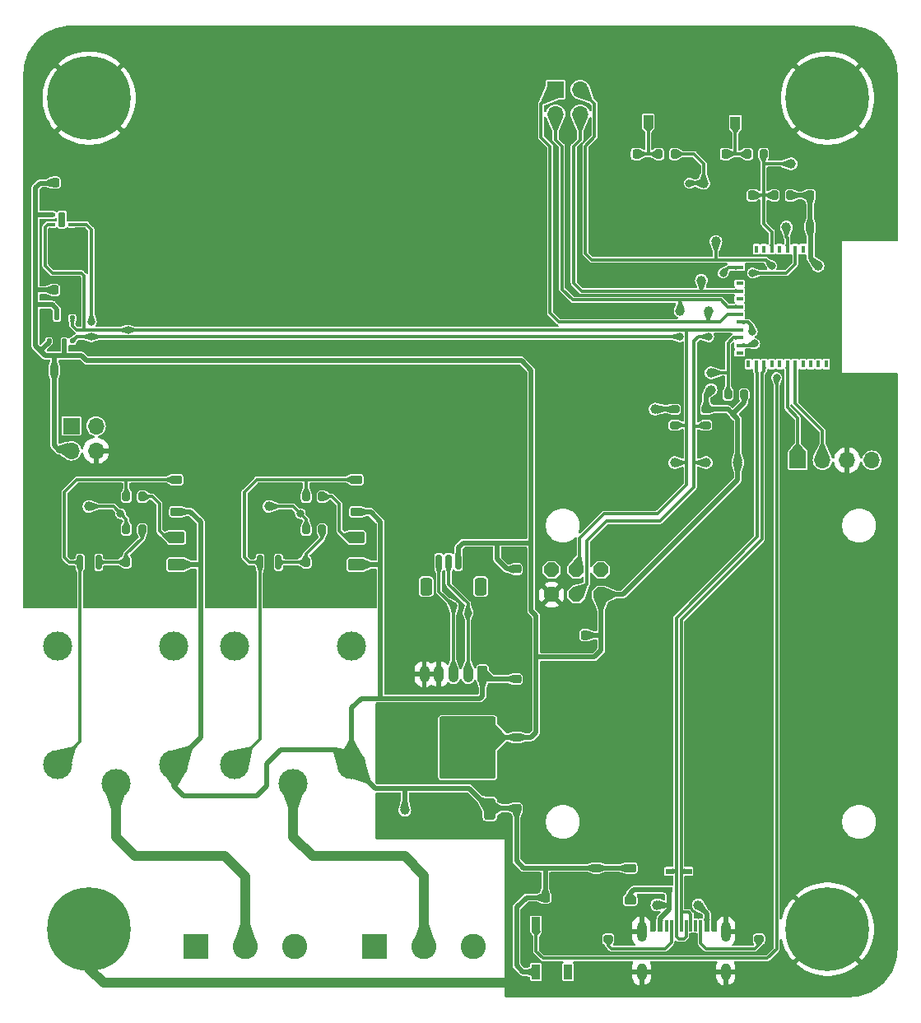
<source format=gbr>
%TF.GenerationSoftware,KiCad,Pcbnew,(7.0.0-0)*%
%TF.CreationDate,2023-04-09T15:51:22-04:00*%
%TF.ProjectId,KwartzLab-SensorBoard-Rev2,4b776172-747a-44c6-9162-2d53656e736f,2*%
%TF.SameCoordinates,Original*%
%TF.FileFunction,Copper,L1,Top*%
%TF.FilePolarity,Positive*%
%FSLAX46Y46*%
G04 Gerber Fmt 4.6, Leading zero omitted, Abs format (unit mm)*
G04 Created by KiCad (PCBNEW (7.0.0-0)) date 2023-04-09 15:51:22*
%MOMM*%
%LPD*%
G01*
G04 APERTURE LIST*
G04 Aperture macros list*
%AMRoundRect*
0 Rectangle with rounded corners*
0 $1 Rounding radius*
0 $2 $3 $4 $5 $6 $7 $8 $9 X,Y pos of 4 corners*
0 Add a 4 corners polygon primitive as box body*
4,1,4,$2,$3,$4,$5,$6,$7,$8,$9,$2,$3,0*
0 Add four circle primitives for the rounded corners*
1,1,$1+$1,$2,$3*
1,1,$1+$1,$4,$5*
1,1,$1+$1,$6,$7*
1,1,$1+$1,$8,$9*
0 Add four rect primitives between the rounded corners*
20,1,$1+$1,$2,$3,$4,$5,0*
20,1,$1+$1,$4,$5,$6,$7,0*
20,1,$1+$1,$6,$7,$8,$9,0*
20,1,$1+$1,$8,$9,$2,$3,0*%
%AMOutline5P*
0 Free polygon, 5 corners , with rotation*
0 The origin of the aperture is its center*
0 number of corners: always 5*
0 $1 to $10 corner X, Y*
0 $11 Rotation angle, in degrees counterclockwise*
0 create outline with 5 corners*
4,1,5,$1,$2,$3,$4,$5,$6,$7,$8,$9,$10,$1,$2,$11*%
%AMOutline6P*
0 Free polygon, 6 corners , with rotation*
0 The origin of the aperture is its center*
0 number of corners: always 6*
0 $1 to $12 corner X, Y*
0 $13 Rotation angle, in degrees counterclockwise*
0 create outline with 6 corners*
4,1,6,$1,$2,$3,$4,$5,$6,$7,$8,$9,$10,$11,$12,$1,$2,$13*%
%AMOutline7P*
0 Free polygon, 7 corners , with rotation*
0 The origin of the aperture is its center*
0 number of corners: always 7*
0 $1 to $14 corner X, Y*
0 $15 Rotation angle, in degrees counterclockwise*
0 create outline with 7 corners*
4,1,7,$1,$2,$3,$4,$5,$6,$7,$8,$9,$10,$11,$12,$13,$14,$1,$2,$15*%
%AMOutline8P*
0 Free polygon, 8 corners , with rotation*
0 The origin of the aperture is its center*
0 number of corners: always 8*
0 $1 to $16 corner X, Y*
0 $17 Rotation angle, in degrees counterclockwise*
0 create outline with 8 corners*
4,1,8,$1,$2,$3,$4,$5,$6,$7,$8,$9,$10,$11,$12,$13,$14,$15,$16,$1,$2,$17*%
%AMFreePoly0*
4,1,6,0.725000,-0.725000,-0.725000,-0.725000,-0.725000,0.125000,-0.125000,0.725000,0.725000,0.725000,0.725000,-0.725000,0.725000,-0.725000,$1*%
G04 Aperture macros list end*
%TA.AperFunction,ComponentPad*%
%ADD10R,1.700000X1.700000*%
%TD*%
%TA.AperFunction,ComponentPad*%
%ADD11O,1.700000X1.700000*%
%TD*%
%TA.AperFunction,SMDPad,CuDef*%
%ADD12RoundRect,0.250000X0.350000X-0.850000X0.350000X0.850000X-0.350000X0.850000X-0.350000X-0.850000X0*%
%TD*%
%TA.AperFunction,SMDPad,CuDef*%
%ADD13RoundRect,0.250000X1.125000X-1.275000X1.125000X1.275000X-1.125000X1.275000X-1.125000X-1.275000X0*%
%TD*%
%TA.AperFunction,SMDPad,CuDef*%
%ADD14RoundRect,0.249997X2.650003X-2.950003X2.650003X2.950003X-2.650003X2.950003X-2.650003X-2.950003X0*%
%TD*%
%TA.AperFunction,SMDPad,CuDef*%
%ADD15R,1.000000X1.250000*%
%TD*%
%TA.AperFunction,SMDPad,CuDef*%
%ADD16RoundRect,0.225000X-0.225000X-0.250000X0.225000X-0.250000X0.225000X0.250000X-0.225000X0.250000X0*%
%TD*%
%TA.AperFunction,ComponentPad*%
%ADD17C,0.900000*%
%TD*%
%TA.AperFunction,ComponentPad*%
%ADD18C,8.600000*%
%TD*%
%TA.AperFunction,SMDPad,CuDef*%
%ADD19RoundRect,0.200000X0.200000X0.275000X-0.200000X0.275000X-0.200000X-0.275000X0.200000X-0.275000X0*%
%TD*%
%TA.AperFunction,SMDPad,CuDef*%
%ADD20C,1.000000*%
%TD*%
%TA.AperFunction,SMDPad,CuDef*%
%ADD21RoundRect,0.150000X0.150000X-0.587500X0.150000X0.587500X-0.150000X0.587500X-0.150000X-0.587500X0*%
%TD*%
%TA.AperFunction,ComponentPad*%
%ADD22RoundRect,0.250000X0.265000X0.615000X-0.265000X0.615000X-0.265000X-0.615000X0.265000X-0.615000X0*%
%TD*%
%TA.AperFunction,ComponentPad*%
%ADD23O,1.030000X1.730000*%
%TD*%
%TA.AperFunction,SMDPad,CuDef*%
%ADD24RoundRect,0.225000X0.375000X-0.225000X0.375000X0.225000X-0.375000X0.225000X-0.375000X-0.225000X0*%
%TD*%
%TA.AperFunction,SMDPad,CuDef*%
%ADD25R,0.400000X0.800000*%
%TD*%
%TA.AperFunction,SMDPad,CuDef*%
%ADD26R,0.800000X0.400000*%
%TD*%
%TA.AperFunction,SMDPad,CuDef*%
%ADD27FreePoly0,270.000000*%
%TD*%
%TA.AperFunction,SMDPad,CuDef*%
%ADD28R,1.450000X1.450000*%
%TD*%
%TA.AperFunction,SMDPad,CuDef*%
%ADD29R,0.700000X0.700000*%
%TD*%
%TA.AperFunction,SMDPad,CuDef*%
%ADD30RoundRect,0.200000X-0.275000X0.200000X-0.275000X-0.200000X0.275000X-0.200000X0.275000X0.200000X0*%
%TD*%
%TA.AperFunction,ComponentPad*%
%ADD31C,3.000000*%
%TD*%
%TA.AperFunction,SMDPad,CuDef*%
%ADD32RoundRect,0.200000X-0.200000X-0.275000X0.200000X-0.275000X0.200000X0.275000X-0.200000X0.275000X0*%
%TD*%
%TA.AperFunction,SMDPad,CuDef*%
%ADD33RoundRect,0.225000X0.225000X0.250000X-0.225000X0.250000X-0.225000X-0.250000X0.225000X-0.250000X0*%
%TD*%
%TA.AperFunction,ComponentPad*%
%ADD34R,2.600000X2.600000*%
%TD*%
%TA.AperFunction,ComponentPad*%
%ADD35C,2.600000*%
%TD*%
%TA.AperFunction,SMDPad,CuDef*%
%ADD36RoundRect,0.225000X0.250000X-0.225000X0.250000X0.225000X-0.250000X0.225000X-0.250000X-0.225000X0*%
%TD*%
%TA.AperFunction,SMDPad,CuDef*%
%ADD37R,0.900000X1.500000*%
%TD*%
%TA.AperFunction,SMDPad,CuDef*%
%ADD38RoundRect,0.225000X-0.375000X0.225000X-0.375000X-0.225000X0.375000X-0.225000X0.375000X0.225000X0*%
%TD*%
%TA.AperFunction,SMDPad,CuDef*%
%ADD39RoundRect,0.150000X0.150000X0.625000X-0.150000X0.625000X-0.150000X-0.625000X0.150000X-0.625000X0*%
%TD*%
%TA.AperFunction,SMDPad,CuDef*%
%ADD40RoundRect,0.250000X0.350000X0.650000X-0.350000X0.650000X-0.350000X-0.650000X0.350000X-0.650000X0*%
%TD*%
%TA.AperFunction,ComponentPad*%
%ADD41Outline8P,-0.775000X0.321016X-0.321016X0.775000X0.321016X0.775000X0.775000X0.321016X0.775000X-0.321016X0.321016X-0.775000X-0.321016X-0.775000X-0.775000X-0.321016X180.000000*%
%TD*%
%TA.AperFunction,SMDPad,CuDef*%
%ADD42RoundRect,0.250000X-0.625000X0.375000X-0.625000X-0.375000X0.625000X-0.375000X0.625000X0.375000X0*%
%TD*%
%TA.AperFunction,SMDPad,CuDef*%
%ADD43RoundRect,0.125000X-0.125000X-0.137500X0.125000X-0.137500X0.125000X0.137500X-0.125000X0.137500X0*%
%TD*%
%TA.AperFunction,SMDPad,CuDef*%
%ADD44RoundRect,0.225000X-0.250000X0.225000X-0.250000X-0.225000X0.250000X-0.225000X0.250000X0.225000X0*%
%TD*%
%TA.AperFunction,SMDPad,CuDef*%
%ADD45R,0.600000X1.150000*%
%TD*%
%TA.AperFunction,SMDPad,CuDef*%
%ADD46R,0.300000X1.150000*%
%TD*%
%TA.AperFunction,ComponentPad*%
%ADD47O,1.000000X2.100000*%
%TD*%
%TA.AperFunction,ComponentPad*%
%ADD48O,1.000000X1.800000*%
%TD*%
%TA.AperFunction,SMDPad,CuDef*%
%ADD49RoundRect,0.087500X-0.187500X-0.087500X0.187500X-0.087500X0.187500X0.087500X-0.187500X0.087500X0*%
%TD*%
%TA.AperFunction,SMDPad,CuDef*%
%ADD50RoundRect,0.175000X-0.175000X-0.625000X0.175000X-0.625000X0.175000X0.625000X-0.175000X0.625000X0*%
%TD*%
%TA.AperFunction,SMDPad,CuDef*%
%ADD51R,0.700000X1.000000*%
%TD*%
%TA.AperFunction,SMDPad,CuDef*%
%ADD52R,0.700000X0.600000*%
%TD*%
%TA.AperFunction,ViaPad*%
%ADD53C,0.800000*%
%TD*%
%TA.AperFunction,ViaPad*%
%ADD54C,1.000000*%
%TD*%
%TA.AperFunction,Conductor*%
%ADD55C,1.000000*%
%TD*%
%TA.AperFunction,Conductor*%
%ADD56C,0.500000*%
%TD*%
%TA.AperFunction,Conductor*%
%ADD57C,0.300000*%
%TD*%
G04 APERTURE END LIST*
D10*
%TO.P,J8,1,Pin_1*%
%TO.N,SDA*%
X94999999Y-99884290D03*
D11*
%TO.P,J8,2,Pin_2*%
%TO.N,SCL*%
X97539999Y-99884290D03*
%TO.P,J8,3,Pin_3*%
%TO.N,+3V3*%
X94999999Y-102424290D03*
%TO.P,J8,4,Pin_4*%
%TO.N,GND*%
X97539999Y-102424290D03*
%TD*%
D12*
%TO.P,U2,1,GND*%
%TO.N,GND*%
X133495000Y-139275000D03*
D13*
%TO.P,U2,2,VO*%
%TO.N,+3V3*%
X134250000Y-134650000D03*
X137300000Y-134650000D03*
D14*
X135775000Y-132975000D03*
D13*
X134250000Y-131300000D03*
X137300000Y-131300000D03*
D12*
%TO.P,U2,3,VI*%
%TO.N,+5V*%
X138055000Y-139275000D03*
%TD*%
D15*
%TO.P,SW1,1,1*%
%TO.N,GND*%
X154349999Y-60774999D03*
%TO.P,SW1,2,2*%
%TO.N,Net-(C7-Pad2)*%
X154349999Y-68524999D03*
%TD*%
D16*
%TO.P,C7,1*%
%TO.N,GND*%
X151600000Y-71900000D03*
%TO.P,C7,2*%
%TO.N,Net-(C7-Pad2)*%
X153150000Y-71900000D03*
%TD*%
D17*
%TO.P,H3,1,1*%
%TO.N,GND*%
X169557188Y-66150000D03*
X170501769Y-63869581D03*
X170501769Y-68430419D03*
X172782188Y-62925000D03*
D18*
X172782188Y-66150000D03*
D17*
X172782188Y-69375000D03*
X175062607Y-63869581D03*
X175062607Y-68430419D03*
X176007188Y-66150000D03*
%TD*%
%TO.P,H1,1,1*%
%TO.N,GND*%
X93600000Y-151650000D03*
X94544581Y-149369581D03*
X94544581Y-153930419D03*
X96825000Y-148425000D03*
D18*
X96825000Y-151650000D03*
D17*
X96825000Y-154875000D03*
X99105419Y-149369581D03*
X99105419Y-153930419D03*
X100050000Y-151650000D03*
%TD*%
D19*
%TO.P,R13,1*%
%TO.N,GND*%
X120800000Y-113900000D03*
%TO.P,R13,2*%
%TO.N,/Output Relays/RELAY2_F_EN*%
X119150000Y-113900000D03*
%TD*%
D10*
%TO.P,J1,1,Pin_1*%
%TO.N,/RX*%
X169719999Y-103399999D03*
D11*
%TO.P,J1,2,Pin_2*%
%TO.N,/TX*%
X172259999Y-103399999D03*
%TO.P,J1,3,Pin_3*%
%TO.N,GND*%
X174799999Y-103399999D03*
%TO.P,J1,4,Pin_4*%
%TO.N,+3V3*%
X177339999Y-103399999D03*
%TD*%
D20*
%TO.P,TP1,1,1*%
%TO.N,STATUS*%
X161300000Y-80900000D03*
%TD*%
D17*
%TO.P,H4,1,1*%
%TO.N,GND*%
X93600000Y-66150000D03*
X94544581Y-63869581D03*
X94544581Y-68430419D03*
X96825000Y-62925000D03*
D18*
X96825000Y-66150000D03*
D17*
X96825000Y-69375000D03*
X99105419Y-63869581D03*
X99105419Y-68430419D03*
X100050000Y-66150000D03*
%TD*%
D21*
%TO.P,Q2,1,C*%
%TO.N,/Output Relays/RELAY2_EN*%
X114400000Y-113900000D03*
%TO.P,Q2,2,B*%
%TO.N,/Output Relays/RELAY2_F_EN*%
X116300000Y-113900000D03*
%TO.P,Q2,3,E*%
%TO.N,GND*%
X115350000Y-112025000D03*
%TD*%
D22*
%TO.P,J3,1,Pin_1*%
%TO.N,+5V*%
X137300000Y-125400000D03*
D23*
%TO.P,J3,2,Pin_2*%
%TO.N,SDA*%
X135799999Y-125399999D03*
%TO.P,J3,3,Pin_3*%
%TO.N,SCL*%
X134299999Y-125399999D03*
%TO.P,J3,4,Pin_4*%
%TO.N,GND*%
X132799999Y-125399999D03*
%TO.P,J3,5,Pin_5*%
X131299999Y-125399999D03*
%TD*%
D24*
%TO.P,D6,1,K*%
%TO.N,+5V*%
X105800000Y-108700000D03*
%TO.P,D6,2,A*%
%TO.N,/Output Relays/RELAY1_EN*%
X105800000Y-105400000D03*
%TD*%
D25*
%TO.P,U1,1,GND*%
%TO.N,GND*%
X172649999Y-81699999D03*
%TO.P,U1,2,GND*%
X171849999Y-81699999D03*
%TO.P,U1,3,3V3*%
%TO.N,+3V3*%
X171049999Y-81699999D03*
%TO.P,U1,4,NC*%
%TO.N,unconnected-(U1-NC-Pad4)*%
X170249999Y-81699999D03*
%TO.P,U1,5,GPIO2/ADC1_CH2*%
%TO.N,RELAY2*%
X169449999Y-81699999D03*
%TO.P,U1,6,GPIO3/ADC1_CH3*%
%TO.N,GPIO3*%
X168649999Y-81699999D03*
%TO.P,U1,7,NC*%
%TO.N,unconnected-(U1-NC-Pad7)*%
X167849999Y-81699999D03*
%TO.P,U1,8,EN/CHIP_PU*%
%TO.N,RESET*%
X167049999Y-81699999D03*
%TO.P,U1,9,NC*%
%TO.N,unconnected-(U1-NC-Pad9)*%
X166249999Y-81699999D03*
%TO.P,U1,10,NC*%
%TO.N,unconnected-(U1-NC-Pad10)*%
X165449999Y-81699999D03*
%TO.P,U1,11,GND*%
%TO.N,GND*%
X164649999Y-81699999D03*
D26*
%TO.P,U1,12,GPIO0/ADC1_CH0/XTAL_32K_P*%
%TO.N,STATUS*%
X163749999Y-82799999D03*
%TO.P,U1,13,GPIO1/ADC1_CH1/XTAL_32K_N*%
%TO.N,RELAY1*%
X163749999Y-83599999D03*
%TO.P,U1,14,GND*%
%TO.N,GND*%
X163749999Y-84399999D03*
%TO.P,U1,15,NC*%
%TO.N,unconnected-(U1-NC-Pad15)*%
X163749999Y-85199999D03*
%TO.P,U1,16,GPIO10*%
%TO.N,GPIO10*%
X163749999Y-85999999D03*
%TO.P,U1,17,NC*%
%TO.N,unconnected-(U1-NC-Pad17)*%
X163749999Y-86799999D03*
%TO.P,U1,18,GPIO4/ADC1_CH4*%
%TO.N,GPIO4*%
X163749999Y-87599999D03*
%TO.P,U1,19,GPIO5/ADC2_CH0*%
%TO.N,GPIO5*%
X163749999Y-88399999D03*
%TO.P,U1,20,GPIO6*%
%TO.N,SDA*%
X163749999Y-89199999D03*
%TO.P,U1,21,GPIO7*%
%TO.N,SCL*%
X163749999Y-89999999D03*
%TO.P,U1,22,GPIO8*%
%TO.N,GPIO8*%
X163749999Y-90799999D03*
%TO.P,U1,23,GPIO9*%
%TO.N,BOOT*%
X163749999Y-91599999D03*
%TO.P,U1,24,NC*%
%TO.N,unconnected-(U1-NC-Pad24)*%
X163749999Y-92399999D03*
D25*
%TO.P,U1,25,NC*%
%TO.N,unconnected-(U1-NC-Pad25)*%
X164649999Y-93499999D03*
%TO.P,U1,26,GPIO18/USB_D-*%
%TO.N,/USB_DN*%
X165449999Y-93499999D03*
%TO.P,U1,27,GPIO19/USB_D+*%
%TO.N,/USB_DP*%
X166249999Y-93499999D03*
%TO.P,U1,28,NC*%
%TO.N,unconnected-(U1-NC-Pad28)*%
X167049999Y-93499999D03*
%TO.P,U1,29,NC*%
%TO.N,unconnected-(U1-NC-Pad29)*%
X167849999Y-93499999D03*
%TO.P,U1,30,GPIO20/U0RXD*%
%TO.N,/RX*%
X168649999Y-93499999D03*
%TO.P,U1,31,GPIO21/U0TXD*%
%TO.N,/TX*%
X169449999Y-93499999D03*
%TO.P,U1,32,NC*%
%TO.N,unconnected-(U1-NC-Pad32)*%
X170249999Y-93499999D03*
%TO.P,U1,33,NC*%
%TO.N,unconnected-(U1-NC-Pad33)*%
X171049999Y-93499999D03*
%TO.P,U1,34,NC*%
%TO.N,unconnected-(U1-NC-Pad34)*%
X171849999Y-93499999D03*
%TO.P,U1,35,NC*%
%TO.N,unconnected-(U1-NC-Pad35)*%
X172649999Y-93499999D03*
D26*
%TO.P,U1,36,GND*%
%TO.N,GND*%
X173549999Y-92399999D03*
%TO.P,U1,37,GND*%
X173549999Y-91599999D03*
%TO.P,U1,38,GND*%
X173549999Y-90799999D03*
%TO.P,U1,39,GND*%
X173549999Y-89999999D03*
%TO.P,U1,40,GND*%
X173549999Y-89199999D03*
%TO.P,U1,41,GND*%
X173549999Y-88399999D03*
%TO.P,U1,42,GND*%
X173549999Y-87599999D03*
%TO.P,U1,43,GND*%
X173549999Y-86799999D03*
%TO.P,U1,44,GND*%
X173549999Y-85999999D03*
%TO.P,U1,45,GND*%
X173549999Y-85199999D03*
%TO.P,U1,46,GND*%
X173549999Y-84399999D03*
%TO.P,U1,47,GND*%
X173549999Y-83599999D03*
%TO.P,U1,48,GND*%
X173549999Y-82799999D03*
D27*
%TO.P,U1,49,GND*%
X170625000Y-85625000D03*
D28*
X168649999Y-85624999D03*
X166674999Y-85624999D03*
X170624999Y-87599999D03*
X168649999Y-87599999D03*
X166674999Y-87599999D03*
X170624999Y-89574999D03*
X168649999Y-89574999D03*
X166674999Y-89574999D03*
D29*
%TO.P,U1,50,GND*%
X173599999Y-93549999D03*
%TO.P,U1,51,GND*%
X163699999Y-93549999D03*
%TO.P,U1,52,GND*%
X163699999Y-81649999D03*
%TO.P,U1,53,GND*%
X173599999Y-81649999D03*
%TD*%
D30*
%TO.P,R4,1*%
%TO.N,GND*%
X150230000Y-151000000D03*
%TO.P,R4,2*%
%TO.N,/USB C Connector/USB_CC1*%
X150230000Y-152650000D03*
%TD*%
D31*
%TO.P,K2,11*%
%TO.N,/Output Relays/RELAY2_COM*%
X117800000Y-136700000D03*
%TO.P,K2,12*%
%TO.N,/Output Relays/RELAY2_NC*%
X111800000Y-122500000D03*
%TO.P,K2,14*%
%TO.N,/Output Relays/RELAY2_NO*%
X123800000Y-122500000D03*
%TO.P,K2,A1*%
%TO.N,+5V*%
X123800000Y-134700000D03*
%TO.P,K2,A2*%
%TO.N,/Output Relays/RELAY2_EN*%
X111800000Y-134700000D03*
%TD*%
D16*
%TO.P,C2,1*%
%TO.N,+3V3*%
X171000000Y-79400000D03*
%TO.P,C2,2*%
%TO.N,GND*%
X172550000Y-79400000D03*
%TD*%
D32*
%TO.P,R8,1*%
%TO.N,RELAY1*%
X100650000Y-110525000D03*
%TO.P,R8,2*%
%TO.N,/Output Relays/RELAY1_F_EN*%
X102300000Y-110525000D03*
%TD*%
D17*
%TO.P,H2,1,1*%
%TO.N,GND*%
X169544581Y-151650000D03*
X170489162Y-149369581D03*
X170489162Y-153930419D03*
X172769581Y-148425000D03*
D18*
X172769581Y-151650000D03*
D17*
X172769581Y-154875000D03*
X175050000Y-149369581D03*
X175050000Y-153930419D03*
X175994581Y-151650000D03*
%TD*%
D33*
%TO.P,C14,1*%
%TO.N,+3V3*%
X147850000Y-121400000D03*
%TO.P,C14,2*%
%TO.N,GND*%
X146300000Y-121400000D03*
%TD*%
D30*
%TO.P,R1,1*%
%TO.N,+3V3*%
X160300000Y-98150000D03*
%TO.P,R1,2*%
%TO.N,SDA*%
X160300000Y-99800000D03*
%TD*%
D16*
%TO.P,C10,1*%
%TO.N,+3V3*%
X93300000Y-74837500D03*
%TO.P,C10,2*%
%TO.N,GND*%
X94850000Y-74837500D03*
%TD*%
D34*
%TO.P,J6,1,Pin_1*%
%TO.N,/Output Relays/RELAY2_NC*%
X126214999Y-153399999D03*
D35*
%TO.P,J6,2,Pin_2*%
%TO.N,/Output Relays/RELAY2_COM*%
X131295000Y-153400000D03*
%TO.P,J6,3,Pin_3*%
%TO.N,/Output Relays/RELAY2_NO*%
X136375000Y-153400000D03*
%TD*%
D20*
%TO.P,TP10,1,1*%
%TO.N,+5V*%
X129300000Y-139400000D03*
%TD*%
D36*
%TO.P,C15,1*%
%TO.N,GND*%
X140800000Y-116150000D03*
%TO.P,C15,2*%
%TO.N,+3V3*%
X140800000Y-114600000D03*
%TD*%
D37*
%TO.P,D3,1,VDD*%
%TO.N,+5V*%
X142799999Y-156049999D03*
%TO.P,D3,2,DOUT*%
%TO.N,/Status LED/D_OUT*%
X146099999Y-156049999D03*
%TO.P,D3,3,VSS*%
%TO.N,GND*%
X146099999Y-151149999D03*
%TO.P,D3,4,DIN*%
%TO.N,STATUS*%
X142799999Y-151149999D03*
%TD*%
D36*
%TO.P,C13,1*%
%TO.N,+5V*%
X140800000Y-125900000D03*
%TO.P,C13,2*%
%TO.N,GND*%
X140800000Y-124350000D03*
%TD*%
D30*
%TO.P,R5,1*%
%TO.N,GND*%
X165730000Y-151000000D03*
%TO.P,R5,2*%
%TO.N,/USB C Connector/USB_CC2*%
X165730000Y-152650000D03*
%TD*%
D20*
%TO.P,TP9,1,1*%
%TO.N,SDA*%
X160300000Y-103650000D03*
%TD*%
D15*
%TO.P,SW2,1,1*%
%TO.N,GND*%
X163299999Y-60899999D03*
%TO.P,SW2,2,2*%
%TO.N,Net-(C8-Pad2)*%
X163299999Y-68649999D03*
%TD*%
D36*
%TO.P,C5,1*%
%TO.N,+3V3*%
X140800000Y-131900000D03*
%TO.P,C5,2*%
%TO.N,GND*%
X140800000Y-130350000D03*
%TD*%
D20*
%TO.P,TP4,1,1*%
%TO.N,GND*%
X153800000Y-103650000D03*
%TD*%
D32*
%TO.P,R7,1*%
%TO.N,Net-(C8-Pad2)*%
X164550000Y-71900000D03*
%TO.P,R7,2*%
%TO.N,RESET*%
X166200000Y-71900000D03*
%TD*%
D38*
%TO.P,D2,1,K*%
%TO.N,+5V*%
X152480000Y-145350000D03*
%TO.P,D2,2,A*%
%TO.N,VBUS*%
X152480000Y-148650000D03*
%TD*%
D20*
%TO.P,TP3,1,1*%
%TO.N,RELAY2*%
X115300000Y-108150000D03*
%TD*%
D16*
%TO.P,C1,1*%
%TO.N,GND*%
X163500000Y-76150000D03*
%TO.P,C1,2*%
%TO.N,RESET*%
X165050000Y-76150000D03*
%TD*%
D39*
%TO.P,J7,1,Pin_1*%
%TO.N,GND*%
X135800000Y-113875000D03*
%TO.P,J7,2,Pin_2*%
%TO.N,+3V3*%
X134800000Y-113875000D03*
%TO.P,J7,3,Pin_3*%
%TO.N,SDA*%
X133800000Y-113875000D03*
%TO.P,J7,4,Pin_4*%
%TO.N,SCL*%
X132800000Y-113875000D03*
D40*
%TO.P,J7,MP*%
%TO.N,N/C*%
X137100000Y-116400000D03*
X131500000Y-116400000D03*
%TD*%
D16*
%TO.P,C8,1*%
%TO.N,GND*%
X160750000Y-71900000D03*
%TO.P,C8,2*%
%TO.N,Net-(C8-Pad2)*%
X162300000Y-71900000D03*
%TD*%
D32*
%TO.P,R14,1*%
%TO.N,GPIO8*%
X162550000Y-96640000D03*
%TO.P,R14,2*%
%TO.N,+3V3*%
X164200000Y-96640000D03*
%TD*%
D20*
%TO.P,TP13,1,1*%
%TO.N,BOOT*%
X160050000Y-74900000D03*
%TD*%
%TO.P,TP6,1,1*%
%TO.N,GPIO3*%
X168550000Y-79400000D03*
%TD*%
D34*
%TO.P,J5,1,Pin_1*%
%TO.N,/Output Relays/RELAY1_NC*%
X107799999Y-153399999D03*
D35*
%TO.P,J5,2,Pin_2*%
%TO.N,/Output Relays/RELAY1_COM*%
X112880000Y-153400000D03*
%TO.P,J5,3,Pin_3*%
%TO.N,/Output Relays/RELAY1_NO*%
X117960000Y-153400000D03*
%TD*%
D41*
%TO.P,J4,1,Pin_1*%
%TO.N,unconnected-(J4-Pin_1-Pad1)*%
X149482927Y-114684143D03*
%TO.P,J4,2,Pin_2*%
%TO.N,+3V3*%
X149482927Y-117224143D03*
%TO.P,J4,3,Pin_3*%
%TO.N,SCL*%
X146942927Y-114684143D03*
%TO.P,J4,4,Pin_4*%
%TO.N,SDA*%
X146942927Y-117224143D03*
%TO.P,J4,5,Pin_5*%
%TO.N,unconnected-(J4-Pin_5-Pad5)*%
X144402927Y-114684143D03*
%TO.P,J4,6,Pin_6*%
%TO.N,GND*%
X144402927Y-117224143D03*
%TD*%
D19*
%TO.P,R10,1*%
%TO.N,/Output Relays/RELAY1_STATUS_LED*%
X102300000Y-107150000D03*
%TO.P,R10,2*%
%TO.N,/Output Relays/RELAY1_EN*%
X100650000Y-107150000D03*
%TD*%
%TO.P,R12,1*%
%TO.N,/Output Relays/RELAY2_STATUS_LED*%
X120800000Y-107150000D03*
%TO.P,R12,2*%
%TO.N,/Output Relays/RELAY2_EN*%
X119150000Y-107150000D03*
%TD*%
D24*
%TO.P,D7,1,K*%
%TO.N,+5V*%
X124300000Y-108700000D03*
%TO.P,D7,2,A*%
%TO.N,/Output Relays/RELAY2_EN*%
X124300000Y-105400000D03*
%TD*%
D42*
%TO.P,D4,1,K*%
%TO.N,/Output Relays/RELAY1_STATUS_LED*%
X105800000Y-111350000D03*
%TO.P,D4,2,A*%
%TO.N,+5V*%
X105800000Y-114150000D03*
%TD*%
D20*
%TO.P,TP11,1,1*%
%TO.N,SCL*%
X157050000Y-103650000D03*
%TD*%
%TO.P,TP14,1,1*%
%TO.N,GPIO10*%
X159800000Y-84900000D03*
%TD*%
D16*
%TO.P,C3,1*%
%TO.N,+3V3*%
X171000000Y-76150000D03*
%TO.P,C3,2*%
%TO.N,GND*%
X172550000Y-76150000D03*
%TD*%
D43*
%TO.P,U4,1,GND*%
%TO.N,GND*%
X92700000Y-88775000D03*
%TO.P,U4,2,CSB*%
%TO.N,+3V3*%
X93500000Y-88775000D03*
%TO.P,U4,3,SDI*%
%TO.N,GND*%
X94300000Y-88775000D03*
%TO.P,U4,4,SCK*%
%TO.N,SCL*%
X95100000Y-88775000D03*
%TO.P,U4,5,SDO*%
%TO.N,SDA*%
X95100000Y-91150000D03*
%TO.P,U4,6,VDDIO*%
%TO.N,+3V3*%
X94300000Y-91150000D03*
%TO.P,U4,7,GND*%
%TO.N,GND*%
X93500000Y-91150000D03*
%TO.P,U4,8,VDD*%
%TO.N,+3V3*%
X92700000Y-91150000D03*
%TD*%
D20*
%TO.P,TP8,1,1*%
%TO.N,GPIO5*%
X160510000Y-88060000D03*
%TD*%
%TO.P,TP5,1,1*%
%TO.N,+3V3*%
X163550000Y-103650000D03*
%TD*%
%TO.P,TP12,1,1*%
%TO.N,GPIO8*%
X160800000Y-94400000D03*
%TD*%
D44*
%TO.P,C6,1*%
%TO.N,+5V*%
X148980000Y-145350000D03*
%TO.P,C6,2*%
%TO.N,GND*%
X148980000Y-146900000D03*
%TD*%
D45*
%TO.P,J2,A1,GND*%
%TO.N,GND*%
X154779999Y-151294999D03*
%TO.P,J2,A4,VBUS*%
%TO.N,VBUS*%
X155579999Y-151294999D03*
D46*
%TO.P,J2,A5,CC1*%
%TO.N,/USB C Connector/USB_CC1*%
X156729999Y-151294999D03*
%TO.P,J2,A6,D+*%
%TO.N,/USB_DP*%
X157729999Y-151294999D03*
%TO.P,J2,A7,D-*%
%TO.N,/USB_DN*%
X158229999Y-151294999D03*
%TO.P,J2,A8,SBU1*%
%TO.N,unconnected-(J2-SBU1-PadA8)*%
X159229999Y-151294999D03*
D45*
%TO.P,J2,A9,VBUS*%
%TO.N,VBUS*%
X160379999Y-151294999D03*
%TO.P,J2,A12,GND*%
%TO.N,GND*%
X161179999Y-151294999D03*
%TO.P,J2,B1,GND*%
X161179999Y-151294999D03*
%TO.P,J2,B4,VBUS*%
%TO.N,VBUS*%
X160379999Y-151294999D03*
D46*
%TO.P,J2,B5,CC2*%
%TO.N,/USB C Connector/USB_CC2*%
X159729999Y-151294999D03*
%TO.P,J2,B6,D+*%
%TO.N,/USB_DP*%
X158729999Y-151294999D03*
%TO.P,J2,B7,D-*%
%TO.N,/USB_DN*%
X157229999Y-151294999D03*
%TO.P,J2,B8,SBU2*%
%TO.N,unconnected-(J2-SBU2-PadB8)*%
X156229999Y-151294999D03*
D45*
%TO.P,J2,B9,VBUS*%
%TO.N,VBUS*%
X155579999Y-151294999D03*
%TO.P,J2,B12,GND*%
%TO.N,GND*%
X154779999Y-151294999D03*
D47*
%TO.P,J2,S1,SHIELD*%
X153659999Y-151869999D03*
D48*
X153659999Y-156049999D03*
D47*
X162299999Y-151869999D03*
D48*
X162299999Y-156049999D03*
%TD*%
D19*
%TO.P,R11,1*%
%TO.N,GND*%
X102300000Y-113900000D03*
%TO.P,R11,2*%
%TO.N,/Output Relays/RELAY1_F_EN*%
X100650000Y-113900000D03*
%TD*%
D21*
%TO.P,Q1,1,C*%
%TO.N,/Output Relays/RELAY1_EN*%
X95900000Y-113900000D03*
%TO.P,Q1,2,B*%
%TO.N,/Output Relays/RELAY1_F_EN*%
X97800000Y-113900000D03*
%TO.P,Q1,3,E*%
%TO.N,GND*%
X96850000Y-112025000D03*
%TD*%
D10*
%TO.P,J9,1,Pin_1*%
%TO.N,GPIO5*%
X144799999Y-65259999D03*
D11*
%TO.P,J9,2,Pin_2*%
%TO.N,STATUS*%
X147339999Y-65259999D03*
%TO.P,J9,3,Pin_3*%
%TO.N,GPIO4*%
X144799999Y-67799999D03*
%TO.P,J9,4,Pin_4*%
%TO.N,GPIO10*%
X147339999Y-67799999D03*
%TD*%
D30*
%TO.P,R2,1*%
%TO.N,+3V3*%
X157050000Y-98150000D03*
%TO.P,R2,2*%
%TO.N,SCL*%
X157050000Y-99800000D03*
%TD*%
D49*
%TO.P,U3,1,VDD*%
%TO.N,+3V3*%
X93100000Y-78150000D03*
%TO.P,U3,2,SCL*%
%TO.N,SCL*%
X93100000Y-79150000D03*
%TO.P,U3,3,SDA*%
%TO.N,SDA*%
X94950000Y-79150000D03*
%TO.P,U3,4,VSS*%
%TO.N,GND*%
X94950000Y-78150000D03*
D50*
%TO.P,U3,5,NC*%
%TO.N,unconnected-(U3-NC-Pad5)*%
X94025000Y-78650000D03*
%TD*%
D32*
%TO.P,R9,1*%
%TO.N,RELAY2*%
X119150000Y-110525000D03*
%TO.P,R9,2*%
%TO.N,/Output Relays/RELAY2_F_EN*%
X120800000Y-110525000D03*
%TD*%
D20*
%TO.P,TP15,1,1*%
%TO.N,RESET*%
X169050000Y-72900000D03*
%TD*%
D42*
%TO.P,D5,1,K*%
%TO.N,/Output Relays/RELAY2_STATUS_LED*%
X124300000Y-111350000D03*
%TO.P,D5,2,A*%
%TO.N,+5V*%
X124300000Y-114150000D03*
%TD*%
D51*
%TO.P,D1,1,VN*%
%TO.N,GND*%
X158479999Y-147399999D03*
D52*
%TO.P,D1,2,L1*%
%TO.N,/USB_DP*%
X158479999Y-145699999D03*
%TO.P,D1,3,L2*%
%TO.N,/USB_DN*%
X156479999Y-145699999D03*
%TO.P,D1,4,L3*%
%TO.N,VBUS*%
X156479999Y-147599999D03*
%TD*%
D36*
%TO.P,C4,1*%
%TO.N,+5V*%
X140800000Y-139200000D03*
%TO.P,C4,2*%
%TO.N,GND*%
X140800000Y-137650000D03*
%TD*%
D32*
%TO.P,R6,1*%
%TO.N,Net-(C7-Pad2)*%
X155400000Y-71900000D03*
%TO.P,R6,2*%
%TO.N,BOOT*%
X157050000Y-71900000D03*
%TD*%
D31*
%TO.P,K1,11*%
%TO.N,/Output Relays/RELAY1_COM*%
X99550000Y-136700000D03*
%TO.P,K1,12*%
%TO.N,/Output Relays/RELAY1_NC*%
X93550000Y-122500000D03*
%TO.P,K1,14*%
%TO.N,/Output Relays/RELAY1_NO*%
X105550000Y-122500000D03*
%TO.P,K1,A1*%
%TO.N,+5V*%
X105550000Y-134700000D03*
%TO.P,K1,A2*%
%TO.N,/Output Relays/RELAY1_EN*%
X93550000Y-134700000D03*
%TD*%
D16*
%TO.P,C11,1*%
%TO.N,+3V3*%
X93250000Y-85900000D03*
%TO.P,C11,2*%
%TO.N,GND*%
X94800000Y-85900000D03*
%TD*%
%TO.P,C9,1*%
%TO.N,+5V*%
X143750000Y-148400000D03*
%TO.P,C9,2*%
%TO.N,GND*%
X145300000Y-148400000D03*
%TD*%
D20*
%TO.P,TP7,1,1*%
%TO.N,GPIO4*%
X157620000Y-88060000D03*
%TD*%
%TO.P,TP2,1,1*%
%TO.N,RELAY1*%
X96800000Y-108150000D03*
%TD*%
D19*
%TO.P,R3,1*%
%TO.N,+3V3*%
X168950000Y-76150000D03*
%TO.P,R3,2*%
%TO.N,RESET*%
X167300000Y-76150000D03*
%TD*%
D16*
%TO.P,C12,1*%
%TO.N,+3V3*%
X93250000Y-94150000D03*
%TO.P,C12,2*%
%TO.N,GND*%
X94800000Y-94150000D03*
%TD*%
D53*
%TO.N,GND*%
X95800000Y-80900000D03*
X170400000Y-91300000D03*
X169250000Y-91300000D03*
X94550000Y-82650000D03*
X168050000Y-91300000D03*
X170800000Y-84150000D03*
X93800000Y-89900000D03*
X93550000Y-80900000D03*
X154800000Y-88010000D03*
X164950000Y-86900000D03*
X166150000Y-92300000D03*
X164950000Y-85700000D03*
X169800000Y-84150000D03*
X95300000Y-87400000D03*
X164950000Y-88150000D03*
X135050000Y-122540000D03*
X151120000Y-88000000D03*
D54*
%TO.N,+3V3*%
X155050000Y-98150000D03*
X171800000Y-83400000D03*
X160800000Y-96150000D03*
%TO.N,VBUS*%
X155230000Y-149150000D03*
X159480000Y-149150000D03*
D53*
%TO.N,STATUS*%
X167050000Y-83400000D03*
X167550000Y-94900000D03*
%TO.N,SDA*%
X97050000Y-89150000D03*
X97050000Y-90699500D03*
X165050000Y-90150000D03*
X160550000Y-90699500D03*
X135800000Y-119099500D03*
X157550000Y-90699500D03*
%TO.N,SCL*%
X134300000Y-118400000D03*
X100850000Y-90000000D03*
%TO.N,BOOT*%
X158550000Y-74900000D03*
X165300000Y-91400000D03*
%TO.N,RELAY1*%
X100050000Y-108900000D03*
X162050000Y-84150000D03*
%TO.N,RELAY2*%
X118550000Y-108900000D03*
X165050000Y-84150000D03*
%TD*%
D55*
%TO.N,GND*%
X96825000Y-155675000D02*
X98300000Y-157150000D01*
X96825000Y-151650000D02*
X96825000Y-155675000D01*
D56*
X96825000Y-151650000D02*
X96825000Y-154675000D01*
D55*
X98300000Y-157150000D02*
X140300000Y-157150000D01*
D57*
%TO.N,RESET*%
X166220000Y-71920000D02*
X166220000Y-72820000D01*
X167050000Y-79900000D02*
X166220000Y-79070000D01*
X166200000Y-71900000D02*
X166220000Y-71920000D01*
X166220000Y-79070000D02*
X166220000Y-76230000D01*
X166300000Y-76150000D02*
X167300000Y-76150000D01*
X166220000Y-76230000D02*
X166300000Y-76150000D01*
X166220000Y-72820000D02*
X166300000Y-72900000D01*
X166220000Y-76070000D02*
X166300000Y-76150000D01*
X169050000Y-72900000D02*
X166300000Y-72900000D01*
X165050000Y-76150000D02*
X166300000Y-76150000D01*
X167050000Y-81700000D02*
X167050000Y-79900000D01*
X166220000Y-72820000D02*
X166220000Y-76070000D01*
D56*
%TO.N,+3V3*%
X160800000Y-96150000D02*
X160300000Y-96650000D01*
X93050000Y-87400000D02*
X91300000Y-87400000D01*
X168950000Y-76150000D02*
X171000000Y-76150000D01*
X91300000Y-75400000D02*
X91800000Y-74900000D01*
X171000000Y-79400000D02*
X171000000Y-76150000D01*
X139830000Y-114600000D02*
X138790000Y-113560000D01*
X95000000Y-102424291D02*
X93774291Y-102424291D01*
X162550000Y-98150000D02*
X160300000Y-98150000D01*
X94300000Y-92650000D02*
X93300000Y-92650000D01*
X148800000Y-123650000D02*
X142800000Y-123650000D01*
X142300000Y-131900000D02*
X142800000Y-131400000D01*
X93500000Y-88775000D02*
X93500000Y-87850000D01*
X93237500Y-74900000D02*
X93300000Y-74837500D01*
X91300000Y-91650000D02*
X91300000Y-87400000D01*
X135300000Y-111900000D02*
X138800000Y-111900000D01*
X147850000Y-121400000D02*
X149482928Y-121400000D01*
X151725856Y-117224144D02*
X163550000Y-105400000D01*
X93500000Y-87850000D02*
X93050000Y-87400000D01*
X93250000Y-85900000D02*
X91300000Y-85900000D01*
X163550000Y-99150000D02*
X163045000Y-98645000D01*
X91300000Y-85900000D02*
X91300000Y-78150000D01*
X96050000Y-92650000D02*
X94300000Y-92650000D01*
X93250000Y-92700000D02*
X93300000Y-92650000D01*
X160300000Y-96650000D02*
X160300000Y-98150000D01*
X134800000Y-113875000D02*
X134800000Y-112400000D01*
X149482928Y-117224144D02*
X151725856Y-117224144D01*
X141300000Y-93150000D02*
X96550000Y-93150000D01*
X149482928Y-121400000D02*
X149482928Y-122967072D01*
X163550000Y-105400000D02*
X163550000Y-103650000D01*
X92300000Y-92650000D02*
X93300000Y-92650000D01*
X171050000Y-81700000D02*
X171050000Y-79450000D01*
X149482928Y-122967072D02*
X148800000Y-123650000D01*
X137300000Y-131300000D02*
X137900000Y-131900000D01*
X142300000Y-111900000D02*
X142300000Y-118910000D01*
X134800000Y-112400000D02*
X135300000Y-111900000D01*
X91300000Y-87400000D02*
X91300000Y-85900000D01*
X163550000Y-103650000D02*
X163550000Y-99150000D01*
X91800000Y-74900000D02*
X93237500Y-74900000D01*
X142800000Y-131400000D02*
X142800000Y-123650000D01*
X93250000Y-94150000D02*
X93250000Y-92700000D01*
X142300000Y-118910000D02*
X142800000Y-119410000D01*
X157050000Y-98150000D02*
X155050000Y-98150000D01*
X171050000Y-79450000D02*
X171000000Y-79400000D01*
X171050000Y-81700000D02*
X171050000Y-82650000D01*
X140800000Y-131900000D02*
X142300000Y-131900000D01*
X163045000Y-98645000D02*
X162550000Y-98150000D01*
X137900000Y-131900000D02*
X140800000Y-131900000D01*
X140800000Y-111900000D02*
X142300000Y-111900000D01*
X142300000Y-111900000D02*
X142300000Y-94150000D01*
X91800000Y-92150000D02*
X91300000Y-91650000D01*
X92300000Y-92650000D02*
X91800000Y-92150000D01*
X93774291Y-102424291D02*
X93250000Y-101900000D01*
X93100000Y-78150000D02*
X91300000Y-78150000D01*
X138790000Y-113560000D02*
X138790000Y-111910000D01*
X140800000Y-114600000D02*
X139830000Y-114600000D01*
X142300000Y-94150000D02*
X141300000Y-93150000D01*
X149482928Y-117224144D02*
X149482928Y-121400000D01*
X171050000Y-82650000D02*
X171800000Y-83400000D01*
X93250000Y-101900000D02*
X93250000Y-94150000D01*
X91800000Y-92150000D02*
X92700000Y-91250000D01*
X91300000Y-78150000D02*
X91300000Y-75400000D01*
X164200000Y-96640000D02*
X164200000Y-97490000D01*
X96550000Y-93150000D02*
X96050000Y-92650000D01*
X94300000Y-91150000D02*
X94300000Y-92650000D01*
X142800000Y-119410000D02*
X142800000Y-123650000D01*
X92700000Y-91250000D02*
X92700000Y-91150000D01*
X138800000Y-111900000D02*
X140800000Y-111900000D01*
X138790000Y-111910000D02*
X138800000Y-111900000D01*
X164200000Y-97490000D02*
X163045000Y-98645000D01*
%TO.N,+5V*%
X124800000Y-127900000D02*
X123800000Y-128900000D01*
X124300000Y-114150000D02*
X126800000Y-114150000D01*
X125750000Y-108700000D02*
X125800000Y-108750000D01*
X114050000Y-137900000D02*
X106550000Y-137900000D01*
X129300000Y-137150000D02*
X126250000Y-137150000D01*
X115050000Y-136900000D02*
X114050000Y-137900000D01*
X108300000Y-114150000D02*
X105800000Y-114150000D01*
X143750000Y-145550000D02*
X143550000Y-145350000D01*
X106550000Y-137900000D02*
X105550000Y-136900000D01*
X105550000Y-136900000D02*
X105550000Y-134700000D01*
X137800000Y-125900000D02*
X140800000Y-125900000D01*
X107250000Y-108700000D02*
X108300000Y-109750000D01*
X137300000Y-125400000D02*
X137300000Y-127650000D01*
X135930000Y-137150000D02*
X129300000Y-137150000D01*
X105800000Y-108700000D02*
X107250000Y-108700000D01*
X143550000Y-145350000D02*
X141500000Y-145350000D01*
X137300000Y-125400000D02*
X137800000Y-125900000D01*
X116550000Y-133150000D02*
X115050000Y-134650000D01*
X138130000Y-139200000D02*
X138055000Y-139275000D01*
X141800000Y-148400000D02*
X140800000Y-149400000D01*
X129300000Y-139400000D02*
X129300000Y-137150000D01*
X140800000Y-144650000D02*
X140800000Y-139200000D01*
X123800000Y-128900000D02*
X123800000Y-134700000D01*
X148980000Y-145350000D02*
X143550000Y-145350000D01*
X126800000Y-109750000D02*
X126800000Y-127900000D01*
X125800000Y-108750000D02*
X126800000Y-109750000D01*
X137300000Y-127650000D02*
X137050000Y-127900000D01*
X108300000Y-114150000D02*
X108300000Y-131950000D01*
X140800000Y-155400000D02*
X141450000Y-156050000D01*
X141500000Y-145350000D02*
X140800000Y-144650000D01*
X123800000Y-134700000D02*
X122250000Y-133150000D01*
X108300000Y-109750000D02*
X108300000Y-114150000D01*
X108300000Y-131950000D02*
X105550000Y-134700000D01*
X124300000Y-108700000D02*
X125750000Y-108700000D01*
X124800000Y-127900000D02*
X137050000Y-127900000D01*
X140800000Y-139200000D02*
X138130000Y-139200000D01*
X115050000Y-134650000D02*
X115050000Y-136900000D01*
X141450000Y-156050000D02*
X142800000Y-156050000D01*
X140800000Y-149400000D02*
X140800000Y-155400000D01*
X122250000Y-133150000D02*
X116550000Y-133150000D01*
X126250000Y-137150000D02*
X123800000Y-134700000D01*
X152480000Y-145350000D02*
X148980000Y-145350000D01*
X143750000Y-148400000D02*
X143750000Y-145550000D01*
X138055000Y-139275000D02*
X135930000Y-137150000D01*
X143750000Y-148400000D02*
X141800000Y-148400000D01*
D57*
%TO.N,Net-(C7-Pad2)*%
X154350000Y-68525000D02*
X154350000Y-71900000D01*
X154350000Y-71900000D02*
X155400000Y-71900000D01*
X154350000Y-71900000D02*
X153150000Y-71900000D01*
%TO.N,/USB_DP*%
X157780000Y-145700000D02*
X157730000Y-145650000D01*
X157730000Y-151295000D02*
X157730000Y-145650000D01*
X158730000Y-151295000D02*
X158730000Y-150150000D01*
X158480000Y-145700000D02*
X157780000Y-145700000D01*
X158480000Y-149900000D02*
X157730000Y-149900000D01*
X157730000Y-145650000D02*
X157730000Y-119823554D01*
X158730000Y-150150000D02*
X158480000Y-149900000D01*
X166050000Y-94400000D02*
X166250000Y-94200000D01*
X166250000Y-94200000D02*
X166250000Y-93500000D01*
X157730000Y-119823554D02*
X166050000Y-111503554D01*
X166050000Y-111503554D02*
X166050000Y-94400000D01*
%TO.N,/USB_DN*%
X157230000Y-151295000D02*
X157230000Y-145650000D01*
X157230000Y-119616446D02*
X165550000Y-111296446D01*
X157480000Y-152650000D02*
X157980000Y-152650000D01*
X158230000Y-152400000D02*
X158230000Y-151295000D01*
X157180000Y-145700000D02*
X157230000Y-145650000D01*
X157230000Y-151295000D02*
X157230000Y-152400000D01*
X156480000Y-145700000D02*
X157180000Y-145700000D01*
X157230000Y-152400000D02*
X157480000Y-152650000D01*
X165450000Y-94300000D02*
X165450000Y-93500000D01*
X157980000Y-152650000D02*
X158230000Y-152400000D01*
X165550000Y-94400000D02*
X165450000Y-94300000D01*
X165550000Y-111296446D02*
X165550000Y-94400000D01*
X157230000Y-145650000D02*
X157230000Y-119616446D01*
D56*
%TO.N,VBUS*%
X152480000Y-147930000D02*
X152480000Y-148650000D01*
X155230000Y-149150000D02*
X156480000Y-149150000D01*
X155580000Y-151295000D02*
X155580000Y-150550000D01*
X160380000Y-150050000D02*
X159480000Y-149150000D01*
X152810000Y-147600000D02*
X152480000Y-147930000D01*
X156480000Y-149150000D02*
X156480000Y-147600000D01*
X156480000Y-149650000D02*
X156480000Y-149150000D01*
X156480000Y-147600000D02*
X152810000Y-147600000D01*
X160380000Y-151295000D02*
X160380000Y-150050000D01*
X155580000Y-150550000D02*
X156480000Y-149650000D01*
D57*
%TO.N,Net-(C8-Pad2)*%
X163300000Y-71900000D02*
X164550000Y-71900000D01*
X163300000Y-68650000D02*
X163300000Y-71900000D01*
X163300000Y-71900000D02*
X162300000Y-71900000D01*
%TO.N,/USB C Connector/USB_CC1*%
X156730000Y-152970000D02*
X156050000Y-153650000D01*
X156730000Y-151295000D02*
X156730000Y-152970000D01*
X156050000Y-153650000D02*
X150550000Y-153650000D01*
X150550000Y-153650000D02*
X150230000Y-153330000D01*
X150230000Y-153330000D02*
X150230000Y-152650000D01*
%TO.N,STATUS*%
X147870000Y-82110000D02*
X147870000Y-71090000D01*
X166450000Y-82800000D02*
X167050000Y-83400000D01*
X147870000Y-71090000D02*
X148810000Y-70150000D01*
X161300000Y-80900000D02*
X161300000Y-82790000D01*
X148560000Y-82800000D02*
X147870000Y-82110000D01*
X163750000Y-82800000D02*
X161290000Y-82800000D01*
X167550000Y-153650000D02*
X166550000Y-154650000D01*
X166550000Y-154650000D02*
X143550000Y-154650000D01*
X143550000Y-154650000D02*
X142800000Y-153900000D01*
X161300000Y-82790000D02*
X161290000Y-82800000D01*
X167550000Y-94900000D02*
X167550000Y-153650000D01*
X163750000Y-82800000D02*
X166450000Y-82800000D01*
X148810000Y-70150000D02*
X148810000Y-66730000D01*
X161290000Y-82800000D02*
X148560000Y-82800000D01*
X142800000Y-153900000D02*
X142800000Y-151150000D01*
X148810000Y-66730000D02*
X147340000Y-65260000D01*
%TO.N,/Output Relays/RELAY1_STATUS_LED*%
X105800000Y-111350000D02*
X104750000Y-111350000D01*
X104050000Y-107900000D02*
X103300000Y-107150000D01*
X103300000Y-107150000D02*
X102300000Y-107150000D01*
X104750000Y-111350000D02*
X104050000Y-110650000D01*
X104050000Y-110650000D02*
X104050000Y-107900000D01*
%TO.N,/Output Relays/RELAY2_STATUS_LED*%
X123250000Y-111350000D02*
X122550000Y-110650000D01*
X124300000Y-111350000D02*
X123250000Y-111350000D01*
X122550000Y-110650000D02*
X122550000Y-107900000D01*
X121800000Y-107150000D02*
X120800000Y-107150000D01*
X122550000Y-107900000D02*
X121800000Y-107150000D01*
%TO.N,SDA*%
X159050000Y-106150000D02*
X159050000Y-103650000D01*
X135800000Y-119099500D02*
X135800000Y-125400000D01*
X165050000Y-89650000D02*
X164600000Y-89200000D01*
X146942928Y-117224144D02*
X148017928Y-116149144D01*
X165050000Y-90150000D02*
X165050000Y-89650000D01*
X150050000Y-109650000D02*
X155550000Y-109650000D01*
X95100000Y-91149500D02*
X95100000Y-91150000D01*
X160200000Y-99900000D02*
X159050000Y-99900000D01*
X160300000Y-99800000D02*
X160200000Y-99900000D01*
X159500500Y-90699500D02*
X159050000Y-91150000D01*
X148017928Y-116149144D02*
X148017928Y-111682072D01*
X157550000Y-90699500D02*
X97050000Y-90699500D01*
X160300000Y-103650000D02*
X159050000Y-103650000D01*
X95550000Y-90699500D02*
X95100000Y-91149500D01*
X97050000Y-90699500D02*
X95550000Y-90699500D01*
X96550000Y-79150000D02*
X97050000Y-79650000D01*
X135800000Y-118150000D02*
X133800000Y-116150000D01*
X97050000Y-79650000D02*
X97050000Y-89150000D01*
X159050000Y-103650000D02*
X159050000Y-99900000D01*
X164600000Y-89200000D02*
X163750000Y-89200000D01*
X155550000Y-109650000D02*
X159050000Y-106150000D01*
X148017928Y-111682072D02*
X150050000Y-109650000D01*
X160550000Y-90699500D02*
X159500500Y-90699500D01*
X159050000Y-91150000D02*
X159050000Y-99900000D01*
X133800000Y-116150000D02*
X133800000Y-113875000D01*
X94950000Y-79150000D02*
X96550000Y-79150000D01*
X135800000Y-119099500D02*
X135800000Y-118150000D01*
%TO.N,SCL*%
X159960050Y-90000000D02*
X100850000Y-90000000D01*
X149800000Y-108900000D02*
X155300000Y-108900000D01*
X100850000Y-90000000D02*
X95550000Y-90000000D01*
X96300000Y-84400000D02*
X96300000Y-90000000D01*
X134300000Y-118400000D02*
X132800000Y-116900000D01*
X163750000Y-90000000D02*
X159960050Y-90000000D01*
X92300000Y-79400000D02*
X92300000Y-83400000D01*
X158300000Y-103650000D02*
X158300000Y-99900000D01*
X157050000Y-99800000D02*
X158200000Y-99800000D01*
X159960050Y-90000000D02*
X158300000Y-90000000D01*
X146942928Y-114684144D02*
X147300000Y-114327072D01*
X147300000Y-114327072D02*
X147300000Y-111400000D01*
X147300000Y-111400000D02*
X149800000Y-108900000D01*
X93050000Y-84150000D02*
X96050000Y-84150000D01*
X92550000Y-79150000D02*
X92300000Y-79400000D01*
X157050000Y-103650000D02*
X158300000Y-103650000D01*
X158300000Y-90000000D02*
X158300000Y-99900000D01*
X92300000Y-83400000D02*
X93050000Y-84150000D01*
X155300000Y-108900000D02*
X158300000Y-105900000D01*
X132800000Y-116900000D02*
X132800000Y-113875000D01*
X96050000Y-84150000D02*
X96300000Y-84400000D01*
X95100000Y-89550000D02*
X95100000Y-88775000D01*
X158200000Y-99800000D02*
X158300000Y-99900000D01*
X158300000Y-105900000D02*
X158300000Y-103650000D01*
X93100000Y-79150000D02*
X92550000Y-79150000D01*
X134300000Y-125400000D02*
X134300000Y-118400000D01*
X95550000Y-90000000D02*
X95100000Y-89550000D01*
%TO.N,/Output Relays/RELAY1_EN*%
X105800000Y-105400000D02*
X95550000Y-105400000D01*
X94800000Y-113900000D02*
X95900000Y-113900000D01*
X94300000Y-106650000D02*
X94300000Y-113400000D01*
X95900000Y-113900000D02*
X95900000Y-132350000D01*
X95550000Y-105400000D02*
X94300000Y-106650000D01*
X94300000Y-113400000D02*
X94800000Y-113900000D01*
X100650000Y-105400000D02*
X100650000Y-107150000D01*
X95900000Y-132350000D02*
X93550000Y-134700000D01*
%TO.N,/Output Relays/RELAY2_EN*%
X113300000Y-113900000D02*
X114400000Y-113900000D01*
X124300000Y-105400000D02*
X114050000Y-105400000D01*
X119150000Y-105400000D02*
X119150000Y-107150000D01*
X114400000Y-132100000D02*
X114400000Y-113900000D01*
X112800000Y-113400000D02*
X113300000Y-113900000D01*
X112800000Y-106650000D02*
X112800000Y-113400000D01*
X114050000Y-105400000D02*
X112800000Y-106650000D01*
X111800000Y-134700000D02*
X114400000Y-132100000D01*
D55*
%TO.N,/Output Relays/RELAY1_COM*%
X101550000Y-144150000D02*
X110800000Y-144150000D01*
X99550000Y-136700000D02*
X99550000Y-142150000D01*
X112880000Y-146230000D02*
X112880000Y-153400000D01*
X110800000Y-144150000D02*
X112880000Y-146230000D01*
X99550000Y-142150000D02*
X101550000Y-144150000D01*
D57*
%TO.N,/RX*%
X168650000Y-98000000D02*
X169720000Y-99070000D01*
X169720000Y-99070000D02*
X169720000Y-103400000D01*
X168650000Y-93500000D02*
X168650000Y-98000000D01*
%TO.N,/TX*%
X169450000Y-93500000D02*
X169450000Y-97550000D01*
X169450000Y-97550000D02*
X172260000Y-100360000D01*
X172260000Y-100360000D02*
X172260000Y-103400000D01*
D55*
%TO.N,/Output Relays/RELAY2_COM*%
X117800000Y-136700000D02*
X117800000Y-142150000D01*
X129300000Y-144150000D02*
X131295000Y-146145000D01*
X117800000Y-142150000D02*
X119800000Y-144150000D01*
X131295000Y-146145000D02*
X131295000Y-153400000D01*
X119800000Y-144150000D02*
X129300000Y-144150000D01*
D57*
%TO.N,/Output Relays/RELAY1_F_EN*%
X100650000Y-113050000D02*
X102300000Y-111400000D01*
X97800000Y-113900000D02*
X100650000Y-113900000D01*
X100650000Y-113900000D02*
X100650000Y-113050000D01*
X102300000Y-111400000D02*
X102300000Y-110525000D01*
%TO.N,/Output Relays/RELAY2_F_EN*%
X119150000Y-113050000D02*
X120800000Y-111400000D01*
X119150000Y-113900000D02*
X119150000Y-113050000D01*
X116300000Y-113900000D02*
X119150000Y-113900000D01*
X120800000Y-111400000D02*
X120800000Y-110525000D01*
%TO.N,BOOT*%
X160050000Y-74900000D02*
X158550000Y-74900000D01*
X160050000Y-74900000D02*
X160050000Y-72900000D01*
X163750000Y-91600000D02*
X165100000Y-91600000D01*
X159050000Y-71900000D02*
X157050000Y-71900000D01*
X165100000Y-91600000D02*
X165300000Y-91400000D01*
X160050000Y-72900000D02*
X159050000Y-71900000D01*
%TO.N,RELAY1*%
X162600000Y-83600000D02*
X163750000Y-83600000D01*
X162050000Y-84150000D02*
X162600000Y-83600000D01*
X100650000Y-109500000D02*
X100650000Y-110525000D01*
X99300000Y-108150000D02*
X100650000Y-109500000D01*
X96800000Y-108150000D02*
X99300000Y-108150000D01*
%TO.N,RELAY2*%
X169450000Y-83250000D02*
X169450000Y-81700000D01*
X165050000Y-84150000D02*
X168550000Y-84150000D01*
X117800000Y-108150000D02*
X119150000Y-109500000D01*
X168550000Y-84150000D02*
X169450000Y-83250000D01*
X119150000Y-109500000D02*
X119150000Y-110525000D01*
X115300000Y-108150000D02*
X117800000Y-108150000D01*
%TO.N,GPIO3*%
X168550000Y-79400000D02*
X168550000Y-80400000D01*
X168550000Y-80400000D02*
X168650000Y-80500000D01*
X168650000Y-80500000D02*
X168650000Y-81700000D01*
%TO.N,GPIO4*%
X159800000Y-86900000D02*
X158270000Y-86900000D01*
X157620000Y-86910000D02*
X157610000Y-86900000D01*
X158270000Y-86900000D02*
X157610000Y-86900000D01*
X144800000Y-70420000D02*
X145470000Y-71090000D01*
X145470000Y-71090000D02*
X145470000Y-85830000D01*
X163750000Y-87600000D02*
X162500000Y-87600000D01*
X146540000Y-86900000D02*
X157610000Y-86900000D01*
X161800000Y-86900000D02*
X159800000Y-86900000D01*
X162500000Y-87600000D02*
X161800000Y-86900000D01*
X144800000Y-67800000D02*
X144800000Y-70420000D01*
X157620000Y-88060000D02*
X157620000Y-86910000D01*
X145470000Y-85830000D02*
X146540000Y-86900000D01*
%TO.N,GPIO5*%
X144250000Y-88270000D02*
X144250000Y-71100000D01*
X160510000Y-89170000D02*
X160520000Y-89180000D01*
X143310000Y-70160000D02*
X143310000Y-66740000D01*
X144250000Y-71100000D02*
X143310000Y-70160000D01*
X145160000Y-89180000D02*
X144250000Y-88270000D01*
X161760000Y-89180000D02*
X160520000Y-89180000D01*
X160520000Y-89180000D02*
X145160000Y-89180000D01*
X143310000Y-66740000D02*
X144780000Y-65270000D01*
X162540000Y-88400000D02*
X161760000Y-89180000D01*
X160510000Y-88060000D02*
X160510000Y-89170000D01*
X163750000Y-88400000D02*
X162540000Y-88400000D01*
%TO.N,GPIO8*%
X163080000Y-90800000D02*
X163750000Y-90800000D01*
X162550000Y-94380000D02*
X162550000Y-91330000D01*
X160800000Y-94400000D02*
X162530000Y-94400000D01*
X162550000Y-91330000D02*
X163080000Y-90800000D01*
X162530000Y-94400000D02*
X162550000Y-94380000D01*
X162550000Y-96640000D02*
X162550000Y-94380000D01*
%TO.N,GPIO10*%
X161900000Y-86000000D02*
X163750000Y-86000000D01*
X146670000Y-71090000D02*
X146670000Y-85190000D01*
X146670000Y-85190000D02*
X147480000Y-86000000D01*
X147340000Y-67800000D02*
X147340000Y-70420000D01*
X147480000Y-86000000D02*
X159780000Y-86000000D01*
X147340000Y-70420000D02*
X146670000Y-71090000D01*
X161900000Y-86000000D02*
X159780000Y-86000000D01*
X159800000Y-85980000D02*
X159780000Y-86000000D01*
X159800000Y-84900000D02*
X159800000Y-85980000D01*
%TO.N,/USB C Connector/USB_CC2*%
X165300000Y-153650000D02*
X165730000Y-153220000D01*
X159730000Y-153080000D02*
X160300000Y-153650000D01*
X159730000Y-151295000D02*
X159730000Y-153080000D01*
X165730000Y-153220000D02*
X165730000Y-152650000D01*
X160300000Y-153650000D02*
X165300000Y-153650000D01*
%TD*%
%TA.AperFunction,Conductor*%
%TO.N,/USB_DN*%
G36*
X156836935Y-145403467D02*
G01*
X157123532Y-145546766D01*
X157128253Y-145551080D01*
X157130000Y-145557231D01*
X157130000Y-145842769D01*
X157128253Y-145848920D01*
X157123532Y-145853234D01*
X156836937Y-145996531D01*
X156830284Y-145997679D01*
X156824103Y-145994960D01*
X156489403Y-145708892D01*
X156485788Y-145703322D01*
X156485788Y-145696678D01*
X156489403Y-145691107D01*
X156824105Y-145405037D01*
X156830284Y-145402320D01*
X156836935Y-145403467D01*
G37*
%TD.AperFunction*%
%TD*%
%TA.AperFunction,Conductor*%
%TO.N,GPIO5*%
G36*
X160514494Y-88060871D02*
G01*
X160961419Y-88246961D01*
X160967680Y-88253162D01*
X160967838Y-88261973D01*
X160662889Y-89052511D01*
X160658592Y-89057948D01*
X160651973Y-89060000D01*
X160368027Y-89060000D01*
X160361408Y-89057948D01*
X160357111Y-89052511D01*
X160052161Y-88261973D01*
X160052319Y-88253162D01*
X160058578Y-88246962D01*
X160505505Y-88060871D01*
X160510000Y-88059973D01*
X160514494Y-88060871D01*
G37*
%TD.AperFunction*%
%TD*%
%TA.AperFunction,Conductor*%
%TO.N,+5V*%
G36*
X122577254Y-133023647D02*
G01*
X123600112Y-133228711D01*
X123606359Y-133232194D01*
X123609412Y-133238662D01*
X123799324Y-134687217D01*
X123798380Y-134693568D01*
X123794226Y-134698464D01*
X123788114Y-134700431D01*
X122317294Y-134749642D01*
X122309890Y-134747314D01*
X122305572Y-134740865D01*
X122295166Y-134700431D01*
X121960866Y-133401433D01*
X121960498Y-133398518D01*
X121960498Y-132914279D01*
X121962473Y-132907774D01*
X121967731Y-132903465D01*
X121974498Y-132902807D01*
X122577254Y-133023647D01*
G37*
%TD.AperFunction*%
%TD*%
%TA.AperFunction,Conductor*%
%TO.N,GPIO8*%
G36*
X162698784Y-95766879D02*
G01*
X162703100Y-95771912D01*
X162931318Y-96280754D01*
X162932101Y-96287909D01*
X162928547Y-96294169D01*
X162557904Y-96633758D01*
X162550000Y-96636831D01*
X162542096Y-96633758D01*
X162171452Y-96294169D01*
X162167898Y-96287909D01*
X162168680Y-96280755D01*
X162396899Y-95771912D01*
X162401216Y-95766879D01*
X162407575Y-95765000D01*
X162692425Y-95765000D01*
X162698784Y-95766879D01*
G37*
%TD.AperFunction*%
%TD*%
%TA.AperFunction,Conductor*%
%TO.N,/USB C Connector/USB_CC2*%
G36*
X165737125Y-152657072D02*
G01*
X166047173Y-153032824D01*
X166049849Y-153040347D01*
X166047075Y-153047835D01*
X165681646Y-153479007D01*
X165676364Y-153482560D01*
X165670003Y-153482822D01*
X165664447Y-153479715D01*
X165462491Y-153277759D01*
X165460494Y-153275092D01*
X165336438Y-153047835D01*
X165275596Y-152936379D01*
X165274574Y-152927714D01*
X165279828Y-152920754D01*
X165722069Y-152654493D01*
X165730075Y-152652986D01*
X165737125Y-152657072D01*
G37*
%TD.AperFunction*%
%TD*%
%TA.AperFunction,Conductor*%
%TO.N,+5V*%
G36*
X138662860Y-138640409D02*
G01*
X139248721Y-138946717D01*
X139253308Y-138951024D01*
X139255000Y-138957085D01*
X139255000Y-139443638D01*
X139253579Y-139449227D01*
X139249661Y-139453458D01*
X138662685Y-139833658D01*
X138655281Y-139835491D01*
X138648320Y-139832372D01*
X138062548Y-139283016D01*
X138059352Y-139277865D01*
X138059162Y-139271805D01*
X138062029Y-139266466D01*
X138648922Y-138642758D01*
X138655496Y-138639241D01*
X138662860Y-138640409D01*
G37*
%TD.AperFunction*%
%TD*%
%TA.AperFunction,Conductor*%
%TO.N,+3V3*%
G36*
X160548415Y-97352203D02*
G01*
X160552675Y-97357982D01*
X160697536Y-97790254D01*
X160697743Y-97797001D01*
X160694189Y-97802740D01*
X160307747Y-98144155D01*
X160300000Y-98147087D01*
X160292253Y-98144155D01*
X159905810Y-97802740D01*
X159902256Y-97797001D01*
X159902462Y-97790257D01*
X160047325Y-97357981D01*
X160051586Y-97352203D01*
X160058419Y-97350000D01*
X160541581Y-97350000D01*
X160548415Y-97352203D01*
G37*
%TD.AperFunction*%
%TD*%
%TA.AperFunction,Conductor*%
%TO.N,+3V3*%
G36*
X161008415Y-97857109D02*
G01*
X161166217Y-97897739D01*
X161172547Y-97901901D01*
X161175000Y-97909069D01*
X161175000Y-98390931D01*
X161172547Y-98398099D01*
X161166217Y-98402261D01*
X160658337Y-98533025D01*
X160652091Y-98532911D01*
X160646794Y-98529600D01*
X160306240Y-98157902D01*
X160303168Y-98150000D01*
X160306240Y-98142097D01*
X160646796Y-97770397D01*
X160652091Y-97767088D01*
X160658334Y-97766974D01*
X161008415Y-97857109D01*
G37*
%TD.AperFunction*%
%TD*%
%TA.AperFunction,Conductor*%
%TO.N,RELAY1*%
G36*
X162619682Y-83460958D02*
G01*
X162622183Y-83468188D01*
X162622183Y-83747924D01*
X162621469Y-83751949D01*
X162423743Y-84291632D01*
X162420137Y-84296686D01*
X162414452Y-84299184D01*
X162408290Y-84298421D01*
X162285690Y-84247775D01*
X162053499Y-84151858D01*
X162049687Y-84149312D01*
X162047147Y-84145498D01*
X161901215Y-83790870D01*
X161901155Y-83782119D01*
X161907183Y-83775775D01*
X162605632Y-83457540D01*
X162613248Y-83456819D01*
X162619682Y-83460958D01*
G37*
%TD.AperFunction*%
%TD*%
%TA.AperFunction,Conductor*%
%TO.N,/USB_DP*%
G36*
X166260470Y-93519992D02*
G01*
X166448070Y-93896132D01*
X166448951Y-93904192D01*
X166402216Y-94091138D01*
X166398065Y-94097522D01*
X166390865Y-94100000D01*
X166109135Y-94100000D01*
X166101935Y-94097522D01*
X166097784Y-94091138D01*
X166051048Y-93904192D01*
X166051929Y-93896132D01*
X166239530Y-93519992D01*
X166245776Y-93514303D01*
X166254224Y-93514303D01*
X166260470Y-93519992D01*
G37*
%TD.AperFunction*%
%TD*%
%TA.AperFunction,Conductor*%
%TO.N,+3V3*%
G36*
X149814807Y-116453784D02*
G01*
X151025824Y-116971109D01*
X151030992Y-116975422D01*
X151032928Y-116981868D01*
X151032928Y-117466420D01*
X151030992Y-117472866D01*
X151025824Y-117477178D01*
X150353625Y-117764329D01*
X149814810Y-117994502D01*
X149808776Y-117995354D01*
X149803132Y-117993057D01*
X149799410Y-117988232D01*
X149483793Y-117228633D01*
X149482897Y-117224144D01*
X149483793Y-117219655D01*
X149799410Y-116460055D01*
X149803132Y-116455230D01*
X149808776Y-116452933D01*
X149814807Y-116453784D01*
G37*
%TD.AperFunction*%
%TD*%
%TA.AperFunction,Conductor*%
%TO.N,+5V*%
G36*
X129548119Y-138402437D02*
G01*
X129552289Y-138408734D01*
X129759357Y-139198806D01*
X129758523Y-139206966D01*
X129752536Y-139212573D01*
X129304497Y-139399127D01*
X129300000Y-139400026D01*
X129295503Y-139399127D01*
X128847463Y-139212573D01*
X128841476Y-139206966D01*
X128840642Y-139198806D01*
X129047711Y-138408734D01*
X129051881Y-138402437D01*
X129059029Y-138400000D01*
X129540971Y-138400000D01*
X129548119Y-138402437D01*
G37*
%TD.AperFunction*%
%TD*%
%TA.AperFunction,Conductor*%
%TO.N,+5V*%
G36*
X152023862Y-144921779D02*
G01*
X152223318Y-145108618D01*
X152471884Y-145341461D01*
X152475153Y-145346849D01*
X152475153Y-145353151D01*
X152471884Y-145358539D01*
X152023864Y-145778219D01*
X152018485Y-145781083D01*
X152012395Y-145780854D01*
X151773380Y-145706631D01*
X151438229Y-145602555D01*
X151432280Y-145598321D01*
X151430000Y-145591382D01*
X151430000Y-145108618D01*
X151432280Y-145101679D01*
X151438229Y-145097444D01*
X152012397Y-144919144D01*
X152018485Y-144918916D01*
X152023862Y-144921779D01*
G37*
%TD.AperFunction*%
%TD*%
%TA.AperFunction,Conductor*%
%TO.N,SDA*%
G36*
X160106837Y-103192319D02*
G01*
X160113038Y-103198580D01*
X160299127Y-103645503D01*
X160300026Y-103650000D01*
X160299127Y-103654497D01*
X160113038Y-104101419D01*
X160106837Y-104107680D01*
X160098026Y-104107838D01*
X159307489Y-103802889D01*
X159302052Y-103798592D01*
X159300000Y-103791973D01*
X159300000Y-103508027D01*
X159302052Y-103501408D01*
X159307489Y-103497111D01*
X160081386Y-103198580D01*
X160098026Y-103192161D01*
X160106837Y-103192319D01*
G37*
%TD.AperFunction*%
%TD*%
%TA.AperFunction,Conductor*%
%TO.N,/Output Relays/RELAY2_STATUS_LED*%
G36*
X123584355Y-110748257D02*
G01*
X124287213Y-111339359D01*
X124291113Y-111345817D01*
X124290259Y-111353313D01*
X124285007Y-111358730D01*
X123446072Y-111787509D01*
X123438736Y-111788617D01*
X123432210Y-111785091D01*
X122833478Y-111146130D01*
X122830319Y-111137942D01*
X122833743Y-111129860D01*
X123035925Y-110927678D01*
X123040472Y-110924862D01*
X123573104Y-110746118D01*
X123579008Y-110745717D01*
X123584355Y-110748257D01*
G37*
%TD.AperFunction*%
%TD*%
%TA.AperFunction,Conductor*%
%TO.N,SDA*%
G36*
X135804497Y-119100375D02*
G01*
X136119439Y-119231680D01*
X136159461Y-119248366D01*
X136165622Y-119254348D01*
X136166038Y-119262925D01*
X135952695Y-119891560D01*
X135948431Y-119897310D01*
X135941616Y-119899500D01*
X135658384Y-119899500D01*
X135651569Y-119897310D01*
X135647305Y-119891560D01*
X135433961Y-119262925D01*
X135434377Y-119254348D01*
X135440537Y-119248366D01*
X135795502Y-119100375D01*
X135800000Y-119099475D01*
X135804497Y-119100375D01*
G37*
%TD.AperFunction*%
%TD*%
%TA.AperFunction,Conductor*%
%TO.N,SDA*%
G36*
X97842060Y-90546805D02*
G01*
X97847810Y-90551069D01*
X97850000Y-90557884D01*
X97850000Y-90841116D01*
X97847810Y-90847931D01*
X97842060Y-90852194D01*
X97646513Y-90918558D01*
X97213425Y-91065538D01*
X97204848Y-91065122D01*
X97198866Y-91058961D01*
X97112661Y-90852195D01*
X97050875Y-90703997D01*
X97049975Y-90699500D01*
X97050875Y-90695002D01*
X97198866Y-90340037D01*
X97204848Y-90333877D01*
X97213424Y-90333461D01*
X97842060Y-90546805D01*
G37*
%TD.AperFunction*%
%TD*%
%TA.AperFunction,Conductor*%
%TO.N,/Output Relays/RELAY1_EN*%
G36*
X95198179Y-132840859D02*
G01*
X95203257Y-132843841D01*
X95406158Y-133046742D01*
X95409140Y-133051820D01*
X95409271Y-133057709D01*
X95040292Y-134617391D01*
X95036393Y-134623688D01*
X95029493Y-134626382D01*
X93562213Y-134700058D01*
X93555946Y-134698602D01*
X93551397Y-134694053D01*
X93549941Y-134687788D01*
X93623616Y-133220503D01*
X93626310Y-133213605D01*
X93632606Y-133209706D01*
X95192292Y-132840728D01*
X95198179Y-132840859D01*
G37*
%TD.AperFunction*%
%TD*%
%TA.AperFunction,Conductor*%
%TO.N,+3V3*%
G36*
X171248321Y-78477280D02*
G01*
X171252556Y-78483230D01*
X171430472Y-79056167D01*
X171430461Y-79063140D01*
X171426487Y-79068868D01*
X171007189Y-79395401D01*
X171000000Y-79397870D01*
X170992811Y-79395401D01*
X170573512Y-79068868D01*
X170569538Y-79063140D01*
X170569527Y-79056167D01*
X170747444Y-78483230D01*
X170751679Y-78477280D01*
X170758618Y-78475000D01*
X171241382Y-78475000D01*
X171248321Y-78477280D01*
G37*
%TD.AperFunction*%
%TD*%
%TA.AperFunction,Conductor*%
%TO.N,/TX*%
G36*
X172408821Y-101701843D02*
G01*
X172413139Y-101706792D01*
X173040193Y-103063674D01*
X173041209Y-103069794D01*
X173038954Y-103075573D01*
X173034061Y-103079387D01*
X172264488Y-103399134D01*
X172259999Y-103400029D01*
X172255510Y-103399134D01*
X171485938Y-103079387D01*
X171481045Y-103075573D01*
X171478790Y-103069794D01*
X171479806Y-103063674D01*
X172106861Y-101706792D01*
X172111179Y-101701843D01*
X172117482Y-101700000D01*
X172402518Y-101700000D01*
X172408821Y-101701843D01*
G37*
%TD.AperFunction*%
%TD*%
%TA.AperFunction,Conductor*%
%TO.N,/Output Relays/RELAY1_F_EN*%
G36*
X98107528Y-113603764D02*
G01*
X98393532Y-113746766D01*
X98398253Y-113751080D01*
X98400000Y-113757231D01*
X98400000Y-114042769D01*
X98398253Y-114048920D01*
X98393532Y-114053234D01*
X98107528Y-114196235D01*
X98100431Y-114197320D01*
X98094037Y-114194057D01*
X97807313Y-113908285D01*
X97804273Y-113903034D01*
X97804273Y-113896966D01*
X97807313Y-113891714D01*
X98094039Y-113605940D01*
X98100431Y-113602679D01*
X98107528Y-113603764D01*
G37*
%TD.AperFunction*%
%TD*%
%TA.AperFunction,Conductor*%
%TO.N,+3V3*%
G36*
X93257187Y-94154597D02*
G01*
X93575857Y-94402764D01*
X93676487Y-94481131D01*
X93680461Y-94486859D01*
X93680472Y-94493832D01*
X93502556Y-95066770D01*
X93498321Y-95072720D01*
X93491382Y-95075000D01*
X93008618Y-95075000D01*
X93001679Y-95072720D01*
X92997444Y-95066770D01*
X92819527Y-94493832D01*
X92819538Y-94486859D01*
X92823511Y-94481132D01*
X93242812Y-94154597D01*
X93250000Y-94152129D01*
X93257187Y-94154597D01*
G37*
%TD.AperFunction*%
%TD*%
%TA.AperFunction,Conductor*%
%TO.N,STATUS*%
G36*
X166597900Y-82731958D02*
G01*
X167193268Y-83025612D01*
X167199037Y-83031971D01*
X167198912Y-83040557D01*
X167052563Y-83396195D01*
X167050016Y-83400016D01*
X167046195Y-83402563D01*
X166690557Y-83548912D01*
X166681971Y-83549037D01*
X166675612Y-83543268D01*
X166381958Y-82947900D01*
X166380907Y-82940819D01*
X166384176Y-82934453D01*
X166584453Y-82734176D01*
X166590819Y-82730907D01*
X166597900Y-82731958D01*
G37*
%TD.AperFunction*%
%TD*%
%TA.AperFunction,Conductor*%
%TO.N,/TX*%
G36*
X169460470Y-93519992D02*
G01*
X169648070Y-93896132D01*
X169648951Y-93904192D01*
X169602216Y-94091138D01*
X169598065Y-94097522D01*
X169590865Y-94100000D01*
X169309135Y-94100000D01*
X169301935Y-94097522D01*
X169297784Y-94091138D01*
X169251048Y-93904192D01*
X169251929Y-93896132D01*
X169439530Y-93519992D01*
X169445776Y-93514303D01*
X169454224Y-93514303D01*
X169460470Y-93519992D01*
G37*
%TD.AperFunction*%
%TD*%
%TA.AperFunction,Conductor*%
%TO.N,RESET*%
G36*
X165381866Y-75704668D02*
G01*
X165943696Y-75996723D01*
X165948301Y-76001031D01*
X165950000Y-76007104D01*
X165950000Y-76292896D01*
X165948301Y-76298969D01*
X165943696Y-76303277D01*
X165381866Y-76595331D01*
X165373760Y-76596332D01*
X165366974Y-76591785D01*
X165053919Y-76156834D01*
X165051715Y-76149999D01*
X165053918Y-76143167D01*
X165366975Y-75708212D01*
X165373760Y-75703667D01*
X165381866Y-75704668D01*
G37*
%TD.AperFunction*%
%TD*%
%TA.AperFunction,Conductor*%
%TO.N,/Output Relays/RELAY1_EN*%
G36*
X95605962Y-113605942D02*
G01*
X95892685Y-113891713D01*
X95895726Y-113896966D01*
X95895726Y-113903034D01*
X95892685Y-113908287D01*
X95605962Y-114194057D01*
X95599568Y-114197320D01*
X95592471Y-114196235D01*
X95306468Y-114053234D01*
X95301747Y-114048920D01*
X95300000Y-114042769D01*
X95300000Y-113757231D01*
X95301747Y-113751080D01*
X95306468Y-113746766D01*
X95306467Y-113746766D01*
X95592472Y-113603763D01*
X95599568Y-113602679D01*
X95605962Y-113605942D01*
G37*
%TD.AperFunction*%
%TD*%
%TA.AperFunction,Conductor*%
%TO.N,GPIO5*%
G36*
X163353867Y-88201929D02*
G01*
X163730007Y-88389530D01*
X163735696Y-88395776D01*
X163735696Y-88404224D01*
X163730007Y-88410470D01*
X163353867Y-88598070D01*
X163345807Y-88598951D01*
X163233639Y-88570909D01*
X163158860Y-88552215D01*
X163152478Y-88548065D01*
X163150000Y-88540865D01*
X163150000Y-88259136D01*
X163152478Y-88251936D01*
X163158862Y-88247785D01*
X163283492Y-88216626D01*
X163345807Y-88201048D01*
X163353867Y-88201929D01*
G37*
%TD.AperFunction*%
%TD*%
%TA.AperFunction,Conductor*%
%TO.N,SCL*%
G36*
X101642060Y-89847305D02*
G01*
X101647810Y-89851569D01*
X101650000Y-89858384D01*
X101650000Y-90141616D01*
X101647810Y-90148431D01*
X101642060Y-90152694D01*
X101446513Y-90219058D01*
X101013425Y-90366038D01*
X101004848Y-90365622D01*
X100998866Y-90359461D01*
X100912661Y-90152695D01*
X100850875Y-90004497D01*
X100849975Y-90000000D01*
X100850875Y-89995502D01*
X100998866Y-89640537D01*
X101004848Y-89634377D01*
X101013424Y-89633961D01*
X101642060Y-89847305D01*
G37*
%TD.AperFunction*%
%TD*%
%TA.AperFunction,Conductor*%
%TO.N,SDA*%
G36*
X157395151Y-90333877D02*
G01*
X157401133Y-90340038D01*
X157549123Y-90694998D01*
X157550024Y-90699500D01*
X157549123Y-90704002D01*
X157401133Y-91058961D01*
X157395151Y-91065122D01*
X157386574Y-91065538D01*
X157038499Y-90947410D01*
X156757939Y-90852194D01*
X156752190Y-90847931D01*
X156750000Y-90841116D01*
X156750000Y-90557884D01*
X156752190Y-90551069D01*
X156757939Y-90546805D01*
X157386575Y-90333461D01*
X157395151Y-90333877D01*
G37*
%TD.AperFunction*%
%TD*%
%TA.AperFunction,Conductor*%
%TO.N,+3V3*%
G36*
X94673026Y-101642389D02*
G01*
X94678611Y-101648377D01*
X94997706Y-102417764D01*
X94998373Y-102424533D01*
X94995162Y-102430529D01*
X94405748Y-103018558D01*
X94398625Y-103021919D01*
X94390985Y-103020003D01*
X93273993Y-102273614D01*
X93269684Y-102268363D01*
X93269018Y-102261603D01*
X93272218Y-102255615D01*
X93613437Y-101914396D01*
X93618784Y-101911342D01*
X94664882Y-101641530D01*
X94673026Y-101642389D01*
G37*
%TD.AperFunction*%
%TD*%
%TA.AperFunction,Conductor*%
%TO.N,SCL*%
G36*
X134304497Y-118400875D02*
G01*
X134619439Y-118532180D01*
X134659461Y-118548866D01*
X134665622Y-118554848D01*
X134666038Y-118563425D01*
X134452695Y-119192060D01*
X134448431Y-119197810D01*
X134441616Y-119200000D01*
X134158384Y-119200000D01*
X134151569Y-119197810D01*
X134147305Y-119192060D01*
X133933961Y-118563425D01*
X133934377Y-118554848D01*
X133940537Y-118548866D01*
X134295502Y-118400875D01*
X134300000Y-118399975D01*
X134304497Y-118400875D01*
G37*
%TD.AperFunction*%
%TD*%
%TA.AperFunction,Conductor*%
%TO.N,BOOT*%
G36*
X159342060Y-74747305D02*
G01*
X159347810Y-74751569D01*
X159350000Y-74758384D01*
X159350000Y-75041616D01*
X159347810Y-75048431D01*
X159342060Y-75052694D01*
X159146513Y-75119058D01*
X158713425Y-75266038D01*
X158704848Y-75265622D01*
X158698866Y-75259461D01*
X158612661Y-75052695D01*
X158550875Y-74904498D01*
X158549975Y-74899999D01*
X158550874Y-74895503D01*
X158698866Y-74540537D01*
X158704848Y-74534377D01*
X158713424Y-74533961D01*
X159342060Y-74747305D01*
G37*
%TD.AperFunction*%
%TD*%
%TA.AperFunction,Conductor*%
%TO.N,+5V*%
G36*
X148643140Y-144919538D02*
G01*
X148648868Y-144923512D01*
X148975401Y-145342811D01*
X148977870Y-145350000D01*
X148975401Y-145357189D01*
X148648868Y-145776487D01*
X148643140Y-145780461D01*
X148636167Y-145780472D01*
X148207772Y-145647441D01*
X148063229Y-145602555D01*
X148057280Y-145598321D01*
X148055000Y-145591382D01*
X148055000Y-145108618D01*
X148057280Y-145101679D01*
X148063229Y-145097444D01*
X148636167Y-144919527D01*
X148643140Y-144919538D01*
G37*
%TD.AperFunction*%
%TD*%
%TA.AperFunction,Conductor*%
%TO.N,VBUS*%
G36*
X159947080Y-148967450D02*
G01*
X160053802Y-149149981D01*
X160359326Y-149672535D01*
X160360830Y-149679934D01*
X160357499Y-149686712D01*
X160016712Y-150027499D01*
X160009934Y-150030830D01*
X160002535Y-150029326D01*
X159622258Y-149806987D01*
X159297450Y-149617080D01*
X159292269Y-149610721D01*
X159292536Y-149602526D01*
X159477438Y-149153792D01*
X159479981Y-149149981D01*
X159483792Y-149147438D01*
X159932526Y-148962536D01*
X159940721Y-148962269D01*
X159947080Y-148967450D01*
G37*
%TD.AperFunction*%
%TD*%
%TA.AperFunction,Conductor*%
%TO.N,/USB_DP*%
G36*
X158135896Y-145405039D02*
G01*
X158470594Y-145691106D01*
X158474211Y-145696678D01*
X158474211Y-145703322D01*
X158470594Y-145708894D01*
X158135896Y-145994960D01*
X158129715Y-145997679D01*
X158123062Y-145996531D01*
X157836468Y-145853234D01*
X157831747Y-145848920D01*
X157830000Y-145842769D01*
X157830000Y-145557231D01*
X157831747Y-145551080D01*
X157836468Y-145546766D01*
X157836468Y-145546765D01*
X158123065Y-145403467D01*
X158129715Y-145402320D01*
X158135896Y-145405039D01*
G37*
%TD.AperFunction*%
%TD*%
%TA.AperFunction,Conductor*%
%TO.N,+3V3*%
G36*
X135047331Y-112802982D02*
G01*
X135051156Y-112810408D01*
X135099630Y-113246671D01*
X135098553Y-113253019D01*
X134810551Y-113853983D01*
X134804281Y-113859816D01*
X134795719Y-113859816D01*
X134789449Y-113853983D01*
X134715536Y-113699753D01*
X134501445Y-113253016D01*
X134500369Y-113246674D01*
X134548844Y-112810408D01*
X134552669Y-112802982D01*
X134560472Y-112800000D01*
X135039528Y-112800000D01*
X135047331Y-112802982D01*
G37*
%TD.AperFunction*%
%TD*%
%TA.AperFunction,Conductor*%
%TO.N,/Output Relays/RELAY1_COM*%
G36*
X113378449Y-151121925D02*
G01*
X113382717Y-151127640D01*
X113877365Y-152563900D01*
X113877569Y-152570868D01*
X113873772Y-152576715D01*
X112887469Y-153394804D01*
X112880000Y-153397499D01*
X112872531Y-153394804D01*
X111886227Y-152576715D01*
X111882430Y-152570868D01*
X111882633Y-152563902D01*
X112377282Y-151127640D01*
X112381551Y-151121925D01*
X112388345Y-151119750D01*
X113371655Y-151119750D01*
X113378449Y-151121925D01*
G37*
%TD.AperFunction*%
%TD*%
%TA.AperFunction,Conductor*%
%TO.N,/Output Relays/RELAY2_EN*%
G36*
X113448179Y-132840859D02*
G01*
X113453257Y-132843841D01*
X113656158Y-133046742D01*
X113659140Y-133051820D01*
X113659271Y-133057709D01*
X113290292Y-134617391D01*
X113286393Y-134623688D01*
X113279493Y-134626382D01*
X111812213Y-134700058D01*
X111805946Y-134698602D01*
X111801397Y-134694053D01*
X111799941Y-134687788D01*
X111873616Y-133220503D01*
X111876310Y-133213605D01*
X111882606Y-133209706D01*
X113442292Y-132840728D01*
X113448179Y-132840859D01*
G37*
%TD.AperFunction*%
%TD*%
%TA.AperFunction,Conductor*%
%TO.N,SDA*%
G36*
X135948431Y-118301690D02*
G01*
X135952695Y-118307440D01*
X136166038Y-118936074D01*
X136165622Y-118944651D01*
X136159461Y-118950633D01*
X135804502Y-119098623D01*
X135800000Y-119099524D01*
X135795498Y-119098623D01*
X135440538Y-118950633D01*
X135434377Y-118944651D01*
X135433961Y-118936075D01*
X135647305Y-118307439D01*
X135651569Y-118301690D01*
X135658384Y-118299500D01*
X135941616Y-118299500D01*
X135948431Y-118301690D01*
G37*
%TD.AperFunction*%
%TD*%
%TA.AperFunction,Conductor*%
%TO.N,BOOT*%
G36*
X159856837Y-74442319D02*
G01*
X159863038Y-74448580D01*
X160049127Y-74895502D01*
X160050026Y-74899999D01*
X160049127Y-74904496D01*
X159863038Y-75351419D01*
X159856837Y-75357680D01*
X159848026Y-75357838D01*
X159057489Y-75052889D01*
X159052052Y-75048592D01*
X159050000Y-75041973D01*
X159050000Y-74758027D01*
X159052052Y-74751408D01*
X159057489Y-74747111D01*
X159831386Y-74448580D01*
X159848026Y-74442161D01*
X159856837Y-74442319D01*
G37*
%TD.AperFunction*%
%TD*%
%TA.AperFunction,Conductor*%
%TO.N,/Output Relays/RELAY1_F_EN*%
G36*
X100303849Y-113507065D02*
G01*
X100644155Y-113892253D01*
X100647087Y-113900000D01*
X100644155Y-113907747D01*
X100303849Y-114292934D01*
X100297048Y-114296720D01*
X100289376Y-114295402D01*
X99855995Y-114053348D01*
X99851609Y-114049055D01*
X99850000Y-114043133D01*
X99850000Y-113756867D01*
X99851609Y-113750945D01*
X99855995Y-113746652D01*
X100123180Y-113597421D01*
X100289376Y-113504596D01*
X100297048Y-113503279D01*
X100303849Y-113507065D01*
G37*
%TD.AperFunction*%
%TD*%
%TA.AperFunction,Conductor*%
%TO.N,/Output Relays/RELAY1_EN*%
G36*
X105344740Y-104972602D02*
G01*
X105791884Y-105391461D01*
X105795153Y-105396849D01*
X105795153Y-105403151D01*
X105791884Y-105408539D01*
X105344740Y-105827397D01*
X105338518Y-105830422D01*
X105331675Y-105829404D01*
X105031018Y-105684985D01*
X104756633Y-105553186D01*
X104751796Y-105548871D01*
X104750000Y-105542641D01*
X104750000Y-105257359D01*
X104751796Y-105251129D01*
X104756633Y-105246813D01*
X105331676Y-104970594D01*
X105338518Y-104969577D01*
X105344740Y-104972602D01*
G37*
%TD.AperFunction*%
%TD*%
%TA.AperFunction,Conductor*%
%TO.N,+5V*%
G36*
X106527394Y-113547100D02*
G01*
X106531077Y-113548783D01*
X107293161Y-113896876D01*
X107298143Y-113901193D01*
X107300000Y-113907518D01*
X107300000Y-114392482D01*
X107298143Y-114398807D01*
X107293161Y-114403124D01*
X106527395Y-114752898D01*
X106520959Y-114753850D01*
X106515010Y-114751216D01*
X105809670Y-114158959D01*
X105805985Y-114153353D01*
X105805985Y-114146645D01*
X105809667Y-114141042D01*
X106515011Y-113548782D01*
X106520959Y-113546149D01*
X106527394Y-113547100D01*
G37*
%TD.AperFunction*%
%TD*%
%TA.AperFunction,Conductor*%
%TO.N,SCL*%
G36*
X92912139Y-78976063D02*
G01*
X92916343Y-78978567D01*
X93091766Y-79141427D01*
X93095067Y-79146831D01*
X93095067Y-79153167D01*
X93091764Y-79158573D01*
X92916345Y-79321429D01*
X92912139Y-79323936D01*
X92907276Y-79324502D01*
X92762167Y-79310682D01*
X92660590Y-79301008D01*
X92653044Y-79297233D01*
X92650000Y-79289362D01*
X92650000Y-79010638D01*
X92653044Y-79002767D01*
X92660590Y-78998991D01*
X92907278Y-78975497D01*
X92912139Y-78976063D01*
G37*
%TD.AperFunction*%
%TD*%
%TA.AperFunction,Conductor*%
%TO.N,+5V*%
G36*
X143432204Y-147957074D02*
G01*
X143746080Y-148393165D01*
X143748284Y-148400000D01*
X143746080Y-148406835D01*
X143432204Y-148842925D01*
X143426240Y-148847244D01*
X143418877Y-148847145D01*
X142857869Y-148652727D01*
X142852168Y-148648457D01*
X142850000Y-148641672D01*
X142850000Y-148158328D01*
X142852168Y-148151543D01*
X142857869Y-148147273D01*
X142912334Y-148128397D01*
X143418877Y-147952853D01*
X143426240Y-147952755D01*
X143432204Y-147957074D01*
G37*
%TD.AperFunction*%
%TD*%
%TA.AperFunction,Conductor*%
%TO.N,/Output Relays/RELAY1_STATUS_LED*%
G36*
X105084355Y-110748257D02*
G01*
X105787213Y-111339359D01*
X105791113Y-111345817D01*
X105790259Y-111353313D01*
X105785007Y-111358730D01*
X104946072Y-111787509D01*
X104938736Y-111788617D01*
X104932210Y-111785091D01*
X104333478Y-111146130D01*
X104330319Y-111137942D01*
X104333743Y-111129860D01*
X104535925Y-110927678D01*
X104540472Y-110924862D01*
X105073104Y-110746118D01*
X105079008Y-110745717D01*
X105084355Y-110748257D01*
G37*
%TD.AperFunction*%
%TD*%
%TA.AperFunction,Conductor*%
%TO.N,Net-(C7-Pad2)*%
G36*
X155053849Y-71507065D02*
G01*
X155394155Y-71892253D01*
X155397087Y-71900000D01*
X155394155Y-71907747D01*
X155053849Y-72292934D01*
X155047048Y-72296720D01*
X155039376Y-72295402D01*
X154605995Y-72053348D01*
X154601609Y-72049055D01*
X154600000Y-72043133D01*
X154600000Y-71756867D01*
X154601609Y-71750945D01*
X154605995Y-71746652D01*
X154873180Y-71597421D01*
X155039376Y-71504596D01*
X155047048Y-71503279D01*
X155053849Y-71507065D01*
G37*
%TD.AperFunction*%
%TD*%
%TA.AperFunction,Conductor*%
%TO.N,VBUS*%
G36*
X156488285Y-147607313D02*
G01*
X156723034Y-147842844D01*
X156775758Y-147895744D01*
X156778616Y-147900442D01*
X156779012Y-147905926D01*
X156731630Y-148190223D01*
X156727652Y-148197227D01*
X156720089Y-148200000D01*
X156239911Y-148200000D01*
X156232348Y-148197227D01*
X156228370Y-148190223D01*
X156180987Y-147905923D01*
X156181383Y-147900442D01*
X156184239Y-147895746D01*
X156471714Y-147607313D01*
X156476966Y-147604273D01*
X156483034Y-147604273D01*
X156488285Y-147607313D01*
G37*
%TD.AperFunction*%
%TD*%
%TA.AperFunction,Conductor*%
%TO.N,BOOT*%
G36*
X157410623Y-71504597D02*
G01*
X157844005Y-71746652D01*
X157848391Y-71750945D01*
X157850000Y-71756867D01*
X157850000Y-72043133D01*
X157848391Y-72049055D01*
X157844005Y-72053348D01*
X157410623Y-72295402D01*
X157402951Y-72296720D01*
X157396150Y-72292934D01*
X157180687Y-72049055D01*
X157055843Y-71907746D01*
X157052912Y-71900000D01*
X157055844Y-71892253D01*
X157396152Y-71507063D01*
X157402951Y-71503279D01*
X157410623Y-71504597D01*
G37*
%TD.AperFunction*%
%TD*%
%TA.AperFunction,Conductor*%
%TO.N,/RX*%
G36*
X169869471Y-101701119D02*
G01*
X169873510Y-101704262D01*
X170563251Y-102541805D01*
X170565906Y-102549804D01*
X170562497Y-102557511D01*
X169728278Y-103392712D01*
X169723030Y-103395745D01*
X169716970Y-103395745D01*
X169711722Y-103392712D01*
X168877502Y-102557511D01*
X168874093Y-102549804D01*
X168876747Y-102541806D01*
X169566490Y-101704261D01*
X169570529Y-101701119D01*
X169575522Y-101700000D01*
X169864478Y-101700000D01*
X169869471Y-101701119D01*
G37*
%TD.AperFunction*%
%TD*%
%TA.AperFunction,Conductor*%
%TO.N,SDA*%
G36*
X95395505Y-90655063D02*
G01*
X95594387Y-90853945D01*
X95597745Y-90860952D01*
X95595973Y-90868518D01*
X95355258Y-91245230D01*
X95348930Y-91250084D01*
X95340962Y-91249756D01*
X95238476Y-91207751D01*
X95104198Y-91152717D01*
X95100126Y-91149921D01*
X95097570Y-91145694D01*
X95011850Y-90896267D01*
X95011882Y-90888573D01*
X95016683Y-90882565D01*
X95381005Y-90653431D01*
X95388540Y-90651709D01*
X95395505Y-90655063D01*
G37*
%TD.AperFunction*%
%TD*%
%TA.AperFunction,Conductor*%
%TO.N,VBUS*%
G36*
X155508299Y-150294451D02*
G01*
X155846878Y-150633030D01*
X155849587Y-150637266D01*
X155878212Y-150715137D01*
X155878906Y-150719929D01*
X155877601Y-150724591D01*
X155590895Y-151273494D01*
X155584353Y-151279133D01*
X155575726Y-151278748D01*
X155569713Y-151272550D01*
X155343029Y-150724591D01*
X155342837Y-150724128D01*
X155342610Y-150715784D01*
X155488987Y-150298847D01*
X155493808Y-150292813D01*
X155501340Y-150291098D01*
X155508299Y-150294451D01*
G37*
%TD.AperFunction*%
%TD*%
%TA.AperFunction,Conductor*%
%TO.N,/Output Relays/RELAY2_COM*%
G36*
X117808643Y-136708475D02*
G01*
X118795265Y-137790013D01*
X118798091Y-137795587D01*
X118797644Y-137801821D01*
X118302768Y-139192223D01*
X118298490Y-139197860D01*
X118291745Y-139200000D01*
X117308255Y-139200000D01*
X117301510Y-139197860D01*
X117297232Y-139192223D01*
X117282279Y-139150213D01*
X116802354Y-137801819D01*
X116801908Y-137795587D01*
X116804733Y-137790014D01*
X117791358Y-136708472D01*
X117796798Y-136705106D01*
X117803200Y-136705106D01*
X117808643Y-136708475D01*
G37*
%TD.AperFunction*%
%TD*%
%TA.AperFunction,Conductor*%
%TO.N,/Output Relays/RELAY1_STATUS_LED*%
G36*
X102660623Y-106754597D02*
G01*
X103094005Y-106996652D01*
X103098391Y-107000945D01*
X103100000Y-107006867D01*
X103100000Y-107293133D01*
X103098391Y-107299055D01*
X103094005Y-107303348D01*
X102660623Y-107545402D01*
X102652951Y-107546720D01*
X102646150Y-107542934D01*
X102430687Y-107299055D01*
X102305843Y-107157746D01*
X102302912Y-107150000D01*
X102305844Y-107142253D01*
X102646152Y-106757063D01*
X102652951Y-106753279D01*
X102660623Y-106754597D01*
G37*
%TD.AperFunction*%
%TD*%
%TA.AperFunction,Conductor*%
%TO.N,SCL*%
G36*
X163353867Y-89801929D02*
G01*
X163730007Y-89989530D01*
X163735696Y-89995776D01*
X163735696Y-90004224D01*
X163730007Y-90010470D01*
X163353867Y-90198070D01*
X163345807Y-90198951D01*
X163233640Y-90170910D01*
X163158860Y-90152215D01*
X163152478Y-90148065D01*
X163150000Y-90140865D01*
X163150000Y-89859136D01*
X163152478Y-89851936D01*
X163158862Y-89847785D01*
X163283492Y-89816626D01*
X163345807Y-89801048D01*
X163353867Y-89801929D01*
G37*
%TD.AperFunction*%
%TD*%
%TA.AperFunction,Conductor*%
%TO.N,+3V3*%
G36*
X148181122Y-120952854D02*
G01*
X148742131Y-121147273D01*
X148747832Y-121151543D01*
X148750000Y-121158328D01*
X148750000Y-121641672D01*
X148747832Y-121648457D01*
X148742131Y-121652727D01*
X148181122Y-121847145D01*
X148173759Y-121847244D01*
X148167795Y-121842925D01*
X147853919Y-121406834D01*
X147851715Y-121399999D01*
X147853918Y-121393167D01*
X148167796Y-120957073D01*
X148173759Y-120952755D01*
X148181122Y-120952854D01*
G37*
%TD.AperFunction*%
%TD*%
%TA.AperFunction,Conductor*%
%TO.N,GPIO5*%
G36*
X143960771Y-64910662D02*
G01*
X144796218Y-65257429D01*
X144800019Y-65259976D01*
X144802554Y-65263787D01*
X145145910Y-66099180D01*
X145145885Y-66108134D01*
X145139537Y-66114449D01*
X143462235Y-66804141D01*
X143455489Y-66804792D01*
X143449513Y-66801593D01*
X143248444Y-66600524D01*
X143245237Y-66594512D01*
X143245924Y-66587736D01*
X143945495Y-64916949D01*
X143951834Y-64910649D01*
X143960771Y-64910662D01*
G37*
%TD.AperFunction*%
%TD*%
%TA.AperFunction,Conductor*%
%TO.N,+3V3*%
G36*
X92932204Y-85457074D02*
G01*
X93246080Y-85893165D01*
X93248284Y-85900000D01*
X93246080Y-85906835D01*
X92932204Y-86342925D01*
X92926240Y-86347244D01*
X92918877Y-86347145D01*
X92357869Y-86152727D01*
X92352168Y-86148457D01*
X92350000Y-86141672D01*
X92350000Y-85658328D01*
X92352168Y-85651543D01*
X92357869Y-85647273D01*
X92412334Y-85628397D01*
X92918877Y-85452853D01*
X92926240Y-85452755D01*
X92932204Y-85457074D01*
G37*
%TD.AperFunction*%
%TD*%
%TA.AperFunction,Conductor*%
%TO.N,+5V*%
G36*
X140806833Y-139203918D02*
G01*
X141105143Y-139418626D01*
X141242925Y-139517795D01*
X141247244Y-139523759D01*
X141247145Y-139531122D01*
X141052727Y-140092131D01*
X141048457Y-140097832D01*
X141041672Y-140100000D01*
X140558328Y-140100000D01*
X140551543Y-140097832D01*
X140547273Y-140092131D01*
X140352854Y-139531122D01*
X140352755Y-139523759D01*
X140357073Y-139517796D01*
X140793166Y-139203918D01*
X140800000Y-139201715D01*
X140806833Y-139203918D01*
G37*
%TD.AperFunction*%
%TD*%
%TA.AperFunction,Conductor*%
%TO.N,Net-(C8-Pad2)*%
G36*
X164203849Y-71507065D02*
G01*
X164544155Y-71892253D01*
X164547087Y-71900000D01*
X164544155Y-71907747D01*
X164203849Y-72292934D01*
X164197048Y-72296720D01*
X164189376Y-72295402D01*
X163755995Y-72053348D01*
X163751609Y-72049055D01*
X163750000Y-72043133D01*
X163750000Y-71756867D01*
X163751609Y-71750945D01*
X163755995Y-71746652D01*
X164023180Y-71597421D01*
X164189376Y-71504596D01*
X164197048Y-71503279D01*
X164203849Y-71507065D01*
G37*
%TD.AperFunction*%
%TD*%
%TA.AperFunction,Conductor*%
%TO.N,/Output Relays/RELAY1_EN*%
G36*
X95910682Y-113922908D02*
G01*
X96186676Y-114540638D01*
X96187027Y-114549305D01*
X96052755Y-114929694D01*
X96048479Y-114935351D01*
X96041722Y-114937500D01*
X95758278Y-114937500D01*
X95751521Y-114935351D01*
X95747245Y-114929694D01*
X95612972Y-114549305D01*
X95613322Y-114540639D01*
X95889318Y-113922907D01*
X95895622Y-113916831D01*
X95904378Y-113916831D01*
X95910682Y-113922908D01*
G37*
%TD.AperFunction*%
%TD*%
%TA.AperFunction,Conductor*%
%TO.N,Net-(C8-Pad2)*%
G36*
X163309140Y-68660444D02*
G01*
X163794536Y-69268159D01*
X163797088Y-69275091D01*
X163794979Y-69282170D01*
X163453493Y-69770009D01*
X163449311Y-69773678D01*
X163443908Y-69775000D01*
X163156092Y-69775000D01*
X163150689Y-69773678D01*
X163146507Y-69770010D01*
X162805020Y-69282171D01*
X162802911Y-69275091D01*
X162805462Y-69268161D01*
X163290859Y-68660444D01*
X163296554Y-68656566D01*
X163303446Y-68656566D01*
X163309140Y-68660444D01*
G37*
%TD.AperFunction*%
%TD*%
%TA.AperFunction,Conductor*%
%TO.N,BOOT*%
G36*
X164341138Y-91447785D02*
G01*
X164347522Y-91451936D01*
X164350000Y-91459136D01*
X164350000Y-91740865D01*
X164347522Y-91748065D01*
X164341139Y-91752215D01*
X164278822Y-91767794D01*
X164154192Y-91798951D01*
X164146132Y-91798070D01*
X163769992Y-91610470D01*
X163764303Y-91604224D01*
X163764303Y-91595776D01*
X163769992Y-91589530D01*
X164146132Y-91401929D01*
X164154192Y-91401048D01*
X164341138Y-91447785D01*
G37*
%TD.AperFunction*%
%TD*%
%TA.AperFunction,Conductor*%
%TO.N,RELAY1*%
G36*
X97792511Y-107997111D02*
G01*
X97797948Y-108001408D01*
X97800000Y-108008027D01*
X97800000Y-108291973D01*
X97797948Y-108298592D01*
X97792511Y-108302889D01*
X97001973Y-108607838D01*
X96993162Y-108607680D01*
X96986961Y-108601419D01*
X96800871Y-108154494D01*
X96799973Y-108150000D01*
X96800872Y-108145503D01*
X96986962Y-107698578D01*
X96993162Y-107692319D01*
X97001973Y-107692161D01*
X97792511Y-107997111D01*
G37*
%TD.AperFunction*%
%TD*%
%TA.AperFunction,Conductor*%
%TO.N,RELAY2*%
G36*
X169460470Y-81719992D02*
G01*
X169648070Y-82096132D01*
X169648951Y-82104192D01*
X169602216Y-82291138D01*
X169598065Y-82297522D01*
X169590865Y-82300000D01*
X169309135Y-82300000D01*
X169301935Y-82297522D01*
X169297784Y-82291138D01*
X169251048Y-82104192D01*
X169251929Y-82096132D01*
X169439530Y-81719992D01*
X169445776Y-81714303D01*
X169454224Y-81714303D01*
X169460470Y-81719992D01*
G37*
%TD.AperFunction*%
%TD*%
%TA.AperFunction,Conductor*%
%TO.N,GPIO3*%
G36*
X168554494Y-79400871D02*
G01*
X169001419Y-79586961D01*
X169007680Y-79593162D01*
X169007838Y-79601973D01*
X168702889Y-80392511D01*
X168698592Y-80397948D01*
X168691973Y-80400000D01*
X168408027Y-80400000D01*
X168401408Y-80397948D01*
X168397111Y-80392511D01*
X168092161Y-79601973D01*
X168092319Y-79593162D01*
X168098578Y-79586962D01*
X168545505Y-79400871D01*
X168550000Y-79399973D01*
X168554494Y-79400871D01*
G37*
%TD.AperFunction*%
%TD*%
%TA.AperFunction,Conductor*%
%TO.N,RELAY2*%
G36*
X165842060Y-83997305D02*
G01*
X165847810Y-84001569D01*
X165850000Y-84008384D01*
X165850000Y-84291616D01*
X165847810Y-84298431D01*
X165842060Y-84302694D01*
X165646513Y-84369058D01*
X165213425Y-84516038D01*
X165204848Y-84515622D01*
X165198866Y-84509461D01*
X165112661Y-84302695D01*
X165050875Y-84154498D01*
X165049975Y-84149999D01*
X165050874Y-84145503D01*
X165198866Y-83790537D01*
X165204848Y-83784377D01*
X165213424Y-83783961D01*
X165842060Y-83997305D01*
G37*
%TD.AperFunction*%
%TD*%
%TA.AperFunction,Conductor*%
%TO.N,RELAY2*%
G36*
X116292511Y-107997111D02*
G01*
X116297948Y-108001408D01*
X116300000Y-108008027D01*
X116300000Y-108291973D01*
X116297948Y-108298592D01*
X116292511Y-108302889D01*
X115501973Y-108607838D01*
X115493162Y-108607680D01*
X115486961Y-108601419D01*
X115300871Y-108154494D01*
X115299973Y-108150000D01*
X115300872Y-108145503D01*
X115486962Y-107698578D01*
X115493162Y-107692319D01*
X115501973Y-107692161D01*
X116292511Y-107997111D01*
G37*
%TD.AperFunction*%
%TD*%
%TA.AperFunction,Conductor*%
%TO.N,+3V3*%
G36*
X141156665Y-131473512D02*
G01*
X141716770Y-131647444D01*
X141722720Y-131651679D01*
X141725000Y-131658618D01*
X141725000Y-132141382D01*
X141722720Y-132148321D01*
X141716770Y-132152555D01*
X141602604Y-132188008D01*
X141143832Y-132330472D01*
X141136859Y-132330461D01*
X141131131Y-132326487D01*
X140992382Y-132148321D01*
X140804597Y-131907187D01*
X140802129Y-131900000D01*
X140804597Y-131892812D01*
X141131132Y-131473511D01*
X141136859Y-131469538D01*
X141143832Y-131469527D01*
X141156665Y-131473512D01*
G37*
%TD.AperFunction*%
%TD*%
%TA.AperFunction,Conductor*%
%TO.N,GPIO10*%
G36*
X163353867Y-85801929D02*
G01*
X163730007Y-85989530D01*
X163735696Y-85995776D01*
X163735696Y-86004224D01*
X163730007Y-86010470D01*
X163353867Y-86198070D01*
X163345807Y-86198951D01*
X163233639Y-86170909D01*
X163158860Y-86152215D01*
X163152478Y-86148065D01*
X163150000Y-86140865D01*
X163150000Y-85859136D01*
X163152478Y-85851936D01*
X163158862Y-85847785D01*
X163283491Y-85816627D01*
X163345807Y-85801048D01*
X163353867Y-85801929D01*
G37*
%TD.AperFunction*%
%TD*%
%TA.AperFunction,Conductor*%
%TO.N,SDA*%
G36*
X148158802Y-116121641D02*
G01*
X148163058Y-116127453D01*
X148163101Y-116134655D01*
X148061615Y-116454986D01*
X147721751Y-117527713D01*
X147718260Y-117533020D01*
X147712510Y-117535722D01*
X147706196Y-117535020D01*
X146947465Y-117226986D01*
X146943620Y-117224445D01*
X146941055Y-117220617D01*
X146627024Y-116461503D01*
X146626316Y-116454986D01*
X146629227Y-116449109D01*
X146634842Y-116445722D01*
X147866457Y-116119812D01*
X147869451Y-116119423D01*
X148151948Y-116119423D01*
X148158802Y-116121641D01*
G37*
%TD.AperFunction*%
%TD*%
%TA.AperFunction,Conductor*%
%TO.N,+3V3*%
G36*
X170682204Y-75707074D02*
G01*
X170996080Y-76143164D01*
X170998284Y-76149999D01*
X170996080Y-76156834D01*
X170682204Y-76592925D01*
X170676240Y-76597244D01*
X170668877Y-76597145D01*
X170107869Y-76402727D01*
X170102168Y-76398457D01*
X170100000Y-76391672D01*
X170100000Y-75908328D01*
X170102168Y-75901543D01*
X170107869Y-75897273D01*
X170162334Y-75878397D01*
X170668877Y-75702853D01*
X170676240Y-75702755D01*
X170682204Y-75707074D01*
G37*
%TD.AperFunction*%
%TD*%
%TA.AperFunction,Conductor*%
%TO.N,VBUS*%
G36*
X155508299Y-150294451D02*
G01*
X155846878Y-150633030D01*
X155849587Y-150637266D01*
X155878212Y-150715137D01*
X155878906Y-150719929D01*
X155877601Y-150724591D01*
X155590895Y-151273494D01*
X155584353Y-151279133D01*
X155575726Y-151278748D01*
X155569713Y-151272550D01*
X155343029Y-150724591D01*
X155342837Y-150724128D01*
X155342610Y-150715784D01*
X155488987Y-150298847D01*
X155493808Y-150292813D01*
X155501340Y-150291098D01*
X155508299Y-150294451D01*
G37*
%TD.AperFunction*%
%TD*%
%TA.AperFunction,Conductor*%
%TO.N,RESET*%
G36*
X168856837Y-72442319D02*
G01*
X168863038Y-72448580D01*
X169049127Y-72895503D01*
X169050026Y-72900000D01*
X169049127Y-72904497D01*
X168863038Y-73351419D01*
X168856837Y-73357680D01*
X168848026Y-73357838D01*
X168057489Y-73052889D01*
X168052052Y-73048592D01*
X168050000Y-73041973D01*
X168050000Y-72758027D01*
X168052052Y-72751408D01*
X168057489Y-72747111D01*
X168831386Y-72448580D01*
X168848026Y-72442161D01*
X168856837Y-72442319D01*
G37*
%TD.AperFunction*%
%TD*%
%TA.AperFunction,Conductor*%
%TO.N,RELAY2*%
G36*
X119298784Y-109651879D02*
G01*
X119303100Y-109656912D01*
X119531318Y-110165754D01*
X119532101Y-110172909D01*
X119528547Y-110179169D01*
X119157904Y-110518758D01*
X119150000Y-110521831D01*
X119142096Y-110518758D01*
X118771452Y-110179169D01*
X118767898Y-110172909D01*
X118768680Y-110165755D01*
X118996899Y-109656912D01*
X119001216Y-109651879D01*
X119007575Y-109650000D01*
X119292425Y-109650000D01*
X119298784Y-109651879D01*
G37*
%TD.AperFunction*%
%TD*%
%TA.AperFunction,Conductor*%
%TO.N,+3V3*%
G36*
X92947046Y-74418055D02*
G01*
X93143820Y-74651238D01*
X93295268Y-74830707D01*
X93298011Y-74837653D01*
X93295994Y-74844843D01*
X92993474Y-75288655D01*
X92987985Y-75292993D01*
X92981002Y-75293424D01*
X92408896Y-75152196D01*
X92402489Y-75148051D01*
X92400000Y-75140837D01*
X92400000Y-74657629D01*
X92401899Y-74651238D01*
X92406981Y-74646923D01*
X92489646Y-74610485D01*
X92933386Y-74414894D01*
X92940741Y-74414202D01*
X92947046Y-74418055D01*
G37*
%TD.AperFunction*%
%TD*%
%TA.AperFunction,Conductor*%
%TO.N,GPIO10*%
G36*
X147344489Y-67800865D02*
G01*
X148114061Y-68120612D01*
X148118954Y-68124426D01*
X148121209Y-68130205D01*
X148120193Y-68136325D01*
X147493139Y-69493208D01*
X147488821Y-69498157D01*
X147482518Y-69500000D01*
X147197482Y-69500000D01*
X147191179Y-69498157D01*
X147186861Y-69493208D01*
X146559806Y-68136325D01*
X146558790Y-68130205D01*
X146561045Y-68124426D01*
X146565936Y-68120613D01*
X147335511Y-67800864D01*
X147340000Y-67799970D01*
X147344489Y-67800865D01*
G37*
%TD.AperFunction*%
%TD*%
%TA.AperFunction,Conductor*%
%TO.N,+3V3*%
G36*
X169309742Y-75752462D02*
G01*
X169742018Y-75897325D01*
X169747797Y-75901586D01*
X169750000Y-75908419D01*
X169750000Y-76391581D01*
X169747797Y-76398415D01*
X169742018Y-76402675D01*
X169309745Y-76547536D01*
X169302998Y-76547743D01*
X169297259Y-76544189D01*
X169172234Y-76402675D01*
X168955843Y-76157746D01*
X168952912Y-76150000D01*
X168955844Y-76142253D01*
X169297261Y-75755808D01*
X169302998Y-75752256D01*
X169309742Y-75752462D01*
G37*
%TD.AperFunction*%
%TD*%
%TA.AperFunction,Conductor*%
%TO.N,+3V3*%
G36*
X171277462Y-82520672D02*
G01*
X171863454Y-82863287D01*
X171982549Y-82932919D01*
X171987730Y-82939278D01*
X171987462Y-82947476D01*
X171802563Y-83396202D01*
X171800018Y-83400018D01*
X171796202Y-83402563D01*
X171347476Y-83587462D01*
X171339278Y-83587730D01*
X171332919Y-83582549D01*
X171313475Y-83549293D01*
X170920672Y-82877462D01*
X170919169Y-82870065D01*
X170922499Y-82863288D01*
X171263288Y-82522499D01*
X171270065Y-82519169D01*
X171277462Y-82520672D01*
G37*
%TD.AperFunction*%
%TD*%
%TA.AperFunction,Conductor*%
%TO.N,/Output Relays/RELAY2_EN*%
G36*
X119298784Y-106276879D02*
G01*
X119303100Y-106281912D01*
X119531318Y-106790754D01*
X119532101Y-106797909D01*
X119528547Y-106804169D01*
X119157904Y-107143758D01*
X119150000Y-107146831D01*
X119142096Y-107143758D01*
X118771452Y-106804169D01*
X118767898Y-106797909D01*
X118768680Y-106790755D01*
X118996899Y-106281912D01*
X119001216Y-106276879D01*
X119007575Y-106275000D01*
X119292425Y-106275000D01*
X119298784Y-106276879D01*
G37*
%TD.AperFunction*%
%TD*%
%TA.AperFunction,Conductor*%
%TO.N,+5V*%
G36*
X140463140Y-138769538D02*
G01*
X140468868Y-138773512D01*
X140795401Y-139192811D01*
X140797870Y-139200000D01*
X140795401Y-139207189D01*
X140468868Y-139626487D01*
X140463140Y-139630461D01*
X140456167Y-139630472D01*
X140027772Y-139497441D01*
X139883229Y-139452555D01*
X139877280Y-139448321D01*
X139875000Y-139441382D01*
X139875000Y-138958618D01*
X139877280Y-138951679D01*
X139883229Y-138947444D01*
X140456167Y-138769527D01*
X140463140Y-138769538D01*
G37*
%TD.AperFunction*%
%TD*%
%TA.AperFunction,Conductor*%
%TO.N,SCL*%
G36*
X95107165Y-88779551D02*
G01*
X95246794Y-88887740D01*
X95334282Y-88955529D01*
X95338219Y-88961088D01*
X95338393Y-88967897D01*
X95252373Y-89278919D01*
X95248181Y-89285111D01*
X95241096Y-89287500D01*
X94958904Y-89287500D01*
X94951819Y-89285111D01*
X94947627Y-89278919D01*
X94861606Y-88967897D01*
X94861780Y-88961088D01*
X94865716Y-88955530D01*
X95092834Y-88779551D01*
X95100000Y-88777101D01*
X95107165Y-88779551D01*
G37*
%TD.AperFunction*%
%TD*%
%TA.AperFunction,Conductor*%
%TO.N,+5V*%
G36*
X142355682Y-155605669D02*
G01*
X142792699Y-156041718D01*
X142795735Y-156046968D01*
X142795735Y-156053032D01*
X142792699Y-156058282D01*
X142355682Y-156494330D01*
X142349548Y-156497553D01*
X142342666Y-156496740D01*
X141906948Y-156303088D01*
X141901890Y-156298771D01*
X141900000Y-156292396D01*
X141900000Y-155807604D01*
X141901890Y-155801229D01*
X141906948Y-155796912D01*
X141906947Y-155796912D01*
X142342667Y-155603258D01*
X142349548Y-155602446D01*
X142355682Y-155605669D01*
G37*
%TD.AperFunction*%
%TD*%
%TA.AperFunction,Conductor*%
%TO.N,STATUS*%
G36*
X142810034Y-151165747D02*
G01*
X143107170Y-151661632D01*
X143246196Y-151893652D01*
X143247857Y-151899948D01*
X143245895Y-151906156D01*
X142953473Y-152344790D01*
X142949259Y-152348616D01*
X142943738Y-152350000D01*
X142656262Y-152350000D01*
X142650741Y-152348616D01*
X142646527Y-152344790D01*
X142354104Y-151906156D01*
X142352142Y-151899948D01*
X142353802Y-151893654D01*
X142789965Y-151165747D01*
X142796058Y-151160746D01*
X142803942Y-151160746D01*
X142810034Y-151165747D01*
G37*
%TD.AperFunction*%
%TD*%
%TA.AperFunction,Conductor*%
%TO.N,+3V3*%
G36*
X138680951Y-130622236D02*
G01*
X139329525Y-131292808D01*
X139671710Y-131646598D01*
X139675000Y-131654732D01*
X139675000Y-132142851D01*
X139673284Y-132148951D01*
X139668639Y-132153262D01*
X138661670Y-132669653D01*
X138654477Y-132670794D01*
X138648002Y-132667459D01*
X137310347Y-131311502D01*
X137307106Y-131305024D01*
X137308299Y-131297881D01*
X137313466Y-131292809D01*
X138667335Y-130619892D01*
X138674525Y-130618839D01*
X138680951Y-130622236D01*
G37*
%TD.AperFunction*%
%TD*%
%TA.AperFunction,Conductor*%
%TO.N,SCL*%
G36*
X158042511Y-103497111D02*
G01*
X158047948Y-103501408D01*
X158050000Y-103508027D01*
X158050000Y-103791973D01*
X158047948Y-103798592D01*
X158042511Y-103802889D01*
X157251973Y-104107838D01*
X157243162Y-104107680D01*
X157236961Y-104101419D01*
X157050871Y-103654494D01*
X157049973Y-103650000D01*
X157050872Y-103645503D01*
X157236962Y-103198578D01*
X157243162Y-103192319D01*
X157251973Y-103192161D01*
X158042511Y-103497111D01*
G37*
%TD.AperFunction*%
%TD*%
%TA.AperFunction,Conductor*%
%TO.N,/Output Relays/RELAY2_F_EN*%
G36*
X119073324Y-112937969D02*
G01*
X119272834Y-113137479D01*
X119274431Y-113139469D01*
X119529498Y-113540172D01*
X119531227Y-113547992D01*
X119527520Y-113555092D01*
X119157199Y-113893481D01*
X119149296Y-113896544D01*
X119141399Y-113893467D01*
X118771598Y-113554309D01*
X118768021Y-113547919D01*
X118768942Y-113540656D01*
X119054490Y-112941207D01*
X119059555Y-112935913D01*
X119066778Y-112934670D01*
X119073324Y-112937969D01*
G37*
%TD.AperFunction*%
%TD*%
%TA.AperFunction,Conductor*%
%TO.N,+3V3*%
G36*
X163798119Y-102652437D02*
G01*
X163802289Y-102658734D01*
X164009357Y-103448806D01*
X164008523Y-103456966D01*
X164002536Y-103462573D01*
X163554497Y-103649127D01*
X163550000Y-103650026D01*
X163545503Y-103649127D01*
X163097463Y-103462573D01*
X163091476Y-103456966D01*
X163090642Y-103448806D01*
X163297711Y-102658734D01*
X163301881Y-102652437D01*
X163309029Y-102650000D01*
X163790971Y-102650000D01*
X163798119Y-102652437D01*
G37*
%TD.AperFunction*%
%TD*%
%TA.AperFunction,Conductor*%
%TO.N,STATUS*%
G36*
X163353867Y-82601929D02*
G01*
X163730007Y-82789530D01*
X163735696Y-82795776D01*
X163735696Y-82804224D01*
X163730007Y-82810470D01*
X163353867Y-82998070D01*
X163345807Y-82998951D01*
X163233640Y-82970910D01*
X163158860Y-82952215D01*
X163152478Y-82948065D01*
X163150000Y-82940865D01*
X163150000Y-82659136D01*
X163152478Y-82651936D01*
X163158862Y-82647785D01*
X163283491Y-82616627D01*
X163345807Y-82601048D01*
X163353867Y-82601929D01*
G37*
%TD.AperFunction*%
%TD*%
%TA.AperFunction,Conductor*%
%TO.N,VBUS*%
G36*
X156221266Y-148897711D02*
G01*
X156227563Y-148901881D01*
X156230000Y-148909029D01*
X156230000Y-149390971D01*
X156227563Y-149398119D01*
X156221266Y-149402289D01*
X155431193Y-149609357D01*
X155423033Y-149608523D01*
X155417426Y-149602536D01*
X155230871Y-149154494D01*
X155229973Y-149150000D01*
X155230872Y-149145503D01*
X155332311Y-148901881D01*
X155417427Y-148697461D01*
X155423033Y-148691476D01*
X155431193Y-148690642D01*
X156221266Y-148897711D01*
G37*
%TD.AperFunction*%
%TD*%
%TA.AperFunction,Conductor*%
%TO.N,STATUS*%
G36*
X148125889Y-64941092D02*
G01*
X148129498Y-64946138D01*
X148645564Y-66348993D01*
X148646010Y-66355545D01*
X148642856Y-66361305D01*
X148441305Y-66562856D01*
X148435545Y-66566010D01*
X148428993Y-66565564D01*
X147026138Y-66049498D01*
X147021092Y-66045889D01*
X147018600Y-66040208D01*
X147019363Y-66034051D01*
X147337439Y-65263780D01*
X147339978Y-65259978D01*
X147343780Y-65257439D01*
X148114052Y-64939362D01*
X148120208Y-64938600D01*
X148125889Y-64941092D01*
G37*
%TD.AperFunction*%
%TD*%
%TA.AperFunction,Conductor*%
%TO.N,Net-(C8-Pad2)*%
G36*
X162631866Y-71454668D02*
G01*
X163193696Y-71746723D01*
X163198301Y-71751031D01*
X163200000Y-71757104D01*
X163200000Y-72042896D01*
X163198301Y-72048969D01*
X163193696Y-72053277D01*
X162631866Y-72345331D01*
X162623760Y-72346332D01*
X162616974Y-72341785D01*
X162303919Y-71906835D01*
X162301715Y-71900000D01*
X162303919Y-71893165D01*
X162406962Y-71750000D01*
X162616975Y-71458212D01*
X162623760Y-71453667D01*
X162631866Y-71454668D01*
G37*
%TD.AperFunction*%
%TD*%
%TA.AperFunction,Conductor*%
%TO.N,SDA*%
G36*
X95389409Y-78998991D02*
G01*
X95396956Y-79002767D01*
X95400000Y-79010638D01*
X95400000Y-79289362D01*
X95396956Y-79297233D01*
X95389409Y-79301008D01*
X95298524Y-79309664D01*
X95142723Y-79324502D01*
X95137860Y-79323936D01*
X95133655Y-79321430D01*
X94958233Y-79158571D01*
X94954932Y-79153168D01*
X94954932Y-79146832D01*
X94958235Y-79141426D01*
X95133655Y-78978569D01*
X95137860Y-78976063D01*
X95142720Y-78975497D01*
X95389409Y-78998991D01*
G37*
%TD.AperFunction*%
%TD*%
%TA.AperFunction,Conductor*%
%TO.N,/USB C Connector/USB_CC1*%
G36*
X150237706Y-152656193D02*
G01*
X150637979Y-152984497D01*
X150642156Y-152991991D01*
X150640097Y-153000320D01*
X150421485Y-153307988D01*
X150420220Y-153309484D01*
X150218717Y-153510987D01*
X150212783Y-153514178D01*
X150206073Y-153513567D01*
X150200813Y-153509357D01*
X149874582Y-153036395D01*
X149872548Y-153028842D01*
X149875727Y-153021697D01*
X150221803Y-152657182D01*
X150229559Y-152653562D01*
X150237706Y-152656193D01*
G37*
%TD.AperFunction*%
%TD*%
%TA.AperFunction,Conductor*%
%TO.N,/Output Relays/RELAY2_EN*%
G36*
X123844740Y-104972602D02*
G01*
X124291884Y-105391461D01*
X124295153Y-105396849D01*
X124295153Y-105403151D01*
X124291884Y-105408539D01*
X123844740Y-105827397D01*
X123838518Y-105830422D01*
X123831675Y-105829404D01*
X123531018Y-105684985D01*
X123256633Y-105553186D01*
X123251796Y-105548871D01*
X123250000Y-105542641D01*
X123250000Y-105257359D01*
X123251796Y-105251129D01*
X123256633Y-105246813D01*
X123831676Y-104970594D01*
X123838518Y-104969577D01*
X123844740Y-104972602D01*
G37*
%TD.AperFunction*%
%TD*%
%TA.AperFunction,Conductor*%
%TO.N,SCL*%
G36*
X100695151Y-89634377D02*
G01*
X100701133Y-89640538D01*
X100849123Y-89995498D01*
X100850024Y-90000000D01*
X100849123Y-90004502D01*
X100701133Y-90359461D01*
X100695151Y-90365622D01*
X100686574Y-90366038D01*
X100338499Y-90247910D01*
X100057939Y-90152694D01*
X100052190Y-90148431D01*
X100050000Y-90141616D01*
X100050000Y-89858384D01*
X100052190Y-89851569D01*
X100057939Y-89847305D01*
X100686575Y-89633961D01*
X100695151Y-89634377D01*
G37*
%TD.AperFunction*%
%TD*%
%TA.AperFunction,Conductor*%
%TO.N,SCL*%
G36*
X133847900Y-117731958D02*
G01*
X134443268Y-118025612D01*
X134449037Y-118031971D01*
X134448912Y-118040557D01*
X134302563Y-118396195D01*
X134300016Y-118400016D01*
X134296195Y-118402563D01*
X133940557Y-118548912D01*
X133931971Y-118549037D01*
X133925612Y-118543268D01*
X133631958Y-117947900D01*
X133630907Y-117940819D01*
X133634176Y-117934453D01*
X133834453Y-117734176D01*
X133840819Y-117730907D01*
X133847900Y-117731958D01*
G37*
%TD.AperFunction*%
%TD*%
%TA.AperFunction,Conductor*%
%TO.N,/Output Relays/RELAY2_EN*%
G36*
X114410682Y-113922908D02*
G01*
X114686676Y-114540638D01*
X114687027Y-114549305D01*
X114552755Y-114929694D01*
X114548479Y-114935351D01*
X114541722Y-114937500D01*
X114258278Y-114937500D01*
X114251521Y-114935351D01*
X114247245Y-114929694D01*
X114112972Y-114549305D01*
X114113322Y-114540639D01*
X114389318Y-113922907D01*
X114395622Y-113916831D01*
X114404378Y-113916831D01*
X114410682Y-113922908D01*
G37*
%TD.AperFunction*%
%TD*%
%TA.AperFunction,Conductor*%
%TO.N,GPIO8*%
G36*
X163353867Y-90601929D02*
G01*
X163730007Y-90789530D01*
X163735696Y-90795776D01*
X163735696Y-90804224D01*
X163730007Y-90810470D01*
X163353867Y-90998070D01*
X163345807Y-90998951D01*
X163233640Y-90970910D01*
X163158860Y-90952215D01*
X163152478Y-90948065D01*
X163150000Y-90940865D01*
X163150000Y-90659136D01*
X163152478Y-90651936D01*
X163158862Y-90647785D01*
X163283492Y-90616626D01*
X163345807Y-90601048D01*
X163353867Y-90601929D01*
G37*
%TD.AperFunction*%
%TD*%
%TA.AperFunction,Conductor*%
%TO.N,+3V3*%
G36*
X156041266Y-97897711D02*
G01*
X156047563Y-97901881D01*
X156050000Y-97909029D01*
X156050000Y-98390971D01*
X156047563Y-98398119D01*
X156041266Y-98402289D01*
X155251193Y-98609357D01*
X155243033Y-98608523D01*
X155237426Y-98602536D01*
X155050871Y-98154494D01*
X155049973Y-98150000D01*
X155050872Y-98145503D01*
X155152311Y-97901881D01*
X155237427Y-97697461D01*
X155243033Y-97691476D01*
X155251193Y-97690642D01*
X156041266Y-97897711D01*
G37*
%TD.AperFunction*%
%TD*%
%TA.AperFunction,Conductor*%
%TO.N,+3V3*%
G36*
X140463140Y-114169538D02*
G01*
X140468868Y-114173512D01*
X140795401Y-114592811D01*
X140797870Y-114600000D01*
X140795401Y-114607189D01*
X140468868Y-115026487D01*
X140463140Y-115030461D01*
X140456167Y-115030472D01*
X140027772Y-114897441D01*
X139883229Y-114852555D01*
X139877280Y-114848321D01*
X139875000Y-114841382D01*
X139875000Y-114358618D01*
X139877280Y-114351679D01*
X139883229Y-114347444D01*
X140456167Y-114169527D01*
X140463140Y-114169538D01*
G37*
%TD.AperFunction*%
%TD*%
%TA.AperFunction,Conductor*%
%TO.N,+5V*%
G36*
X124767602Y-108269144D02*
G01*
X125341770Y-108447444D01*
X125347720Y-108451679D01*
X125350000Y-108458618D01*
X125350000Y-108941382D01*
X125347720Y-108948321D01*
X125341770Y-108952555D01*
X125134330Y-109016973D01*
X124767604Y-109130854D01*
X124761514Y-109131083D01*
X124756136Y-109128219D01*
X124308115Y-108708538D01*
X124304846Y-108703150D01*
X124304846Y-108696848D01*
X124308112Y-108691463D01*
X124756139Y-108271777D01*
X124761514Y-108268916D01*
X124767602Y-108269144D01*
G37*
%TD.AperFunction*%
%TD*%
%TA.AperFunction,Conductor*%
%TO.N,SDA*%
G36*
X164946712Y-89338839D02*
G01*
X164951985Y-89342885D01*
X165326985Y-89859093D01*
X165329184Y-89866874D01*
X165325813Y-89874222D01*
X165054146Y-90147250D01*
X165050333Y-90149806D01*
X165045831Y-90150698D01*
X164663361Y-90150023D01*
X164657073Y-90148176D01*
X164652765Y-90143238D01*
X164651787Y-90136758D01*
X164687222Y-89874222D01*
X164731273Y-89547846D01*
X164734594Y-89541141D01*
X164934248Y-89341487D01*
X164940087Y-89338318D01*
X164946712Y-89338839D01*
G37*
%TD.AperFunction*%
%TD*%
%TA.AperFunction,Conductor*%
%TO.N,Net-(C7-Pad2)*%
G36*
X153481866Y-71454668D02*
G01*
X154043696Y-71746723D01*
X154048301Y-71751031D01*
X154050000Y-71757104D01*
X154050000Y-72042896D01*
X154048301Y-72048969D01*
X154043696Y-72053277D01*
X153481866Y-72345331D01*
X153473760Y-72346332D01*
X153466974Y-72341785D01*
X153153919Y-71906835D01*
X153151715Y-71900000D01*
X153153919Y-71893165D01*
X153256962Y-71750000D01*
X153466975Y-71458212D01*
X153473760Y-71453667D01*
X153481866Y-71454668D01*
G37*
%TD.AperFunction*%
%TD*%
%TA.AperFunction,Conductor*%
%TO.N,+5V*%
G36*
X143998321Y-147477280D02*
G01*
X144002556Y-147483230D01*
X144180472Y-148056167D01*
X144180461Y-148063140D01*
X144176487Y-148068868D01*
X143757188Y-148395401D01*
X143749999Y-148397870D01*
X143742810Y-148395401D01*
X143323512Y-148068868D01*
X143319538Y-148063140D01*
X143319527Y-148056167D01*
X143497444Y-147483230D01*
X143501679Y-147477280D01*
X143508618Y-147475000D01*
X143991382Y-147475000D01*
X143998321Y-147477280D01*
G37*
%TD.AperFunction*%
%TD*%
%TA.AperFunction,Conductor*%
%TO.N,SDA*%
G36*
X159914608Y-99448287D02*
G01*
X160292319Y-99792098D01*
X160295594Y-99797207D01*
X160295869Y-99803269D01*
X160293070Y-99808654D01*
X159953206Y-100179599D01*
X159947908Y-100182911D01*
X159941662Y-100183025D01*
X159433783Y-100052261D01*
X159427453Y-100048099D01*
X159425000Y-100040931D01*
X159425000Y-99756418D01*
X159426442Y-99750791D01*
X159430413Y-99746551D01*
X159900448Y-99447071D01*
X159907732Y-99445282D01*
X159914608Y-99448287D01*
G37*
%TD.AperFunction*%
%TD*%
%TA.AperFunction,Conductor*%
%TO.N,/Output Relays/RELAY2_F_EN*%
G36*
X116607528Y-113603764D02*
G01*
X116893532Y-113746766D01*
X116898253Y-113751080D01*
X116900000Y-113757231D01*
X116900000Y-114042769D01*
X116898253Y-114048920D01*
X116893532Y-114053234D01*
X116607528Y-114196235D01*
X116600431Y-114197320D01*
X116594037Y-114194057D01*
X116307313Y-113908285D01*
X116304273Y-113903034D01*
X116304273Y-113896966D01*
X116307313Y-113891714D01*
X116594039Y-113605940D01*
X116600431Y-113602679D01*
X116607528Y-113603764D01*
G37*
%TD.AperFunction*%
%TD*%
%TA.AperFunction,Conductor*%
%TO.N,/Output Relays/RELAY2_COM*%
G36*
X131793449Y-151121925D02*
G01*
X131797717Y-151127640D01*
X132292365Y-152563900D01*
X132292569Y-152570868D01*
X132288772Y-152576715D01*
X131302469Y-153394804D01*
X131295000Y-153397499D01*
X131287531Y-153394804D01*
X130301227Y-152576715D01*
X130297430Y-152570868D01*
X130297633Y-152563902D01*
X130792282Y-151127640D01*
X130796551Y-151121925D01*
X130803345Y-151119750D01*
X131786655Y-151119750D01*
X131793449Y-151121925D01*
G37*
%TD.AperFunction*%
%TD*%
%TA.AperFunction,Conductor*%
%TO.N,+5V*%
G36*
X140463140Y-125469538D02*
G01*
X140468868Y-125473512D01*
X140795401Y-125892811D01*
X140797870Y-125900000D01*
X140795401Y-125907189D01*
X140468868Y-126326487D01*
X140463140Y-126330461D01*
X140456167Y-126330472D01*
X140027772Y-126197441D01*
X139883229Y-126152555D01*
X139877280Y-126148321D01*
X139875000Y-126141382D01*
X139875000Y-125658618D01*
X139877280Y-125651679D01*
X139883229Y-125647444D01*
X140456167Y-125469527D01*
X140463140Y-125469538D01*
G37*
%TD.AperFunction*%
%TD*%
%TA.AperFunction,Conductor*%
%TO.N,+5V*%
G36*
X137309599Y-125412773D02*
G01*
X137792483Y-126105668D01*
X137794488Y-126110862D01*
X137793866Y-126116394D01*
X137552816Y-126772336D01*
X137548530Y-126777894D01*
X137541834Y-126780000D01*
X137058166Y-126780000D01*
X137051470Y-126777894D01*
X137047184Y-126772336D01*
X136806133Y-126116394D01*
X136805511Y-126110862D01*
X136807515Y-126105670D01*
X137290401Y-125412772D01*
X137296312Y-125408360D01*
X137303688Y-125408360D01*
X137309599Y-125412773D01*
G37*
%TD.AperFunction*%
%TD*%
%TA.AperFunction,Conductor*%
%TO.N,+3V3*%
G36*
X138680943Y-131141336D02*
G01*
X139668630Y-131646740D01*
X139673280Y-131651051D01*
X139674999Y-131657156D01*
X139674999Y-132145362D01*
X139671820Y-132153379D01*
X138678860Y-133208740D01*
X138674537Y-133211644D01*
X138669383Y-133212384D01*
X135808824Y-132977855D01*
X135802192Y-132975100D01*
X135798419Y-132968990D01*
X135798926Y-132961827D01*
X135803520Y-132956309D01*
X138669356Y-131141867D01*
X138675079Y-131140065D01*
X138680943Y-131141336D01*
G37*
%TD.AperFunction*%
%TD*%
%TA.AperFunction,Conductor*%
%TO.N,SDA*%
G36*
X160395151Y-90333877D02*
G01*
X160401133Y-90340038D01*
X160549123Y-90694998D01*
X160550024Y-90699500D01*
X160549123Y-90704002D01*
X160401133Y-91058961D01*
X160395151Y-91065122D01*
X160386574Y-91065538D01*
X160038499Y-90947410D01*
X159757939Y-90852194D01*
X159752190Y-90847931D01*
X159750000Y-90841116D01*
X159750000Y-90557884D01*
X159752190Y-90551069D01*
X159757939Y-90546805D01*
X160386575Y-90333461D01*
X160395151Y-90333877D01*
G37*
%TD.AperFunction*%
%TD*%
%TA.AperFunction,Conductor*%
%TO.N,+3V3*%
G36*
X163554495Y-103650871D02*
G01*
X164002536Y-103837426D01*
X164008523Y-103843033D01*
X164009357Y-103851193D01*
X163802289Y-104641266D01*
X163798119Y-104647563D01*
X163790971Y-104650000D01*
X163309029Y-104650000D01*
X163301881Y-104647563D01*
X163297711Y-104641266D01*
X163090642Y-103851193D01*
X163091476Y-103843033D01*
X163097461Y-103837427D01*
X163545506Y-103650871D01*
X163549999Y-103649973D01*
X163554495Y-103650871D01*
G37*
%TD.AperFunction*%
%TD*%
%TA.AperFunction,Conductor*%
%TO.N,STATUS*%
G36*
X161304494Y-80900871D02*
G01*
X161751419Y-81086961D01*
X161757680Y-81093162D01*
X161757838Y-81101973D01*
X161452889Y-81892511D01*
X161448592Y-81897948D01*
X161441973Y-81900000D01*
X161158027Y-81900000D01*
X161151408Y-81897948D01*
X161147111Y-81892511D01*
X160842161Y-81101973D01*
X160842319Y-81093162D01*
X160848578Y-81086962D01*
X161295505Y-80900871D01*
X161300000Y-80899973D01*
X161304494Y-80900871D01*
G37*
%TD.AperFunction*%
%TD*%
%TA.AperFunction,Conductor*%
%TO.N,/Output Relays/RELAY1_EN*%
G36*
X100798784Y-106276879D02*
G01*
X100803100Y-106281912D01*
X101031318Y-106790754D01*
X101032101Y-106797909D01*
X101028547Y-106804169D01*
X100657904Y-107143758D01*
X100650000Y-107146831D01*
X100642096Y-107143758D01*
X100271452Y-106804169D01*
X100267898Y-106797909D01*
X100268680Y-106790755D01*
X100496899Y-106281912D01*
X100501216Y-106276879D01*
X100507575Y-106275000D01*
X100792425Y-106275000D01*
X100798784Y-106276879D01*
G37*
%TD.AperFunction*%
%TD*%
%TA.AperFunction,Conductor*%
%TO.N,SDA*%
G36*
X164341138Y-89047785D02*
G01*
X164347522Y-89051936D01*
X164350000Y-89059136D01*
X164350000Y-89340865D01*
X164347522Y-89348065D01*
X164341139Y-89352215D01*
X164278822Y-89367794D01*
X164154192Y-89398951D01*
X164146132Y-89398070D01*
X163769992Y-89210470D01*
X163764303Y-89204224D01*
X163764303Y-89195776D01*
X163769992Y-89189530D01*
X164146132Y-89001929D01*
X164154192Y-89001048D01*
X164341138Y-89047785D01*
G37*
%TD.AperFunction*%
%TD*%
%TA.AperFunction,Conductor*%
%TO.N,RESET*%
G36*
X167198065Y-81102478D02*
G01*
X167202216Y-81108862D01*
X167248951Y-81295807D01*
X167248070Y-81303867D01*
X167060470Y-81680007D01*
X167054224Y-81685696D01*
X167045776Y-81685696D01*
X167039530Y-81680007D01*
X166851929Y-81303867D01*
X166851048Y-81295807D01*
X166897784Y-81108862D01*
X166901935Y-81102478D01*
X166909135Y-81100000D01*
X167190865Y-81100000D01*
X167198065Y-81102478D01*
G37*
%TD.AperFunction*%
%TD*%
%TA.AperFunction,Conductor*%
%TO.N,/Output Relays/RELAY2_STATUS_LED*%
G36*
X121160623Y-106754597D02*
G01*
X121594005Y-106996652D01*
X121598391Y-107000945D01*
X121600000Y-107006867D01*
X121600000Y-107293133D01*
X121598391Y-107299055D01*
X121594005Y-107303348D01*
X121160623Y-107545402D01*
X121152951Y-107546720D01*
X121146150Y-107542934D01*
X120930687Y-107299055D01*
X120805843Y-107157746D01*
X120802912Y-107150000D01*
X120805844Y-107142253D01*
X121146152Y-106757063D01*
X121152951Y-106753279D01*
X121160623Y-106754597D01*
G37*
%TD.AperFunction*%
%TD*%
%TA.AperFunction,Conductor*%
%TO.N,/Output Relays/RELAY2_F_EN*%
G36*
X118803849Y-113507065D02*
G01*
X119144155Y-113892253D01*
X119147087Y-113900000D01*
X119144155Y-113907747D01*
X118803849Y-114292934D01*
X118797048Y-114296720D01*
X118789376Y-114295402D01*
X118355995Y-114053348D01*
X118351609Y-114049055D01*
X118350000Y-114043133D01*
X118350000Y-113756867D01*
X118351609Y-113750945D01*
X118355995Y-113746652D01*
X118623180Y-113597421D01*
X118789376Y-113504596D01*
X118797048Y-113503279D01*
X118803849Y-113507065D01*
G37*
%TD.AperFunction*%
%TD*%
%TA.AperFunction,Conductor*%
%TO.N,/Output Relays/RELAY2_EN*%
G36*
X114105962Y-113605942D02*
G01*
X114392685Y-113891713D01*
X114395726Y-113896966D01*
X114395726Y-113903034D01*
X114392685Y-113908287D01*
X114105962Y-114194057D01*
X114099568Y-114197320D01*
X114092471Y-114196235D01*
X113806468Y-114053234D01*
X113801747Y-114048920D01*
X113800000Y-114042769D01*
X113800000Y-113757231D01*
X113801747Y-113751080D01*
X113806468Y-113746766D01*
X113806467Y-113746766D01*
X114092472Y-113603763D01*
X114099568Y-113602679D01*
X114105962Y-113605942D01*
G37*
%TD.AperFunction*%
%TD*%
%TA.AperFunction,Conductor*%
%TO.N,+3V3*%
G36*
X140463140Y-131469538D02*
G01*
X140468868Y-131473512D01*
X140795401Y-131892811D01*
X140797870Y-131900000D01*
X140795401Y-131907189D01*
X140468868Y-132326487D01*
X140463140Y-132330461D01*
X140456167Y-132330472D01*
X140027772Y-132197441D01*
X139883229Y-132152555D01*
X139877280Y-132148321D01*
X139875000Y-132141382D01*
X139875000Y-131658618D01*
X139877280Y-131651679D01*
X139883229Y-131647444D01*
X140456167Y-131469527D01*
X140463140Y-131469538D01*
G37*
%TD.AperFunction*%
%TD*%
%TA.AperFunction,Conductor*%
%TO.N,VBUS*%
G36*
X156129675Y-147301164D02*
G01*
X156134145Y-147303543D01*
X156470594Y-147591106D01*
X156474211Y-147596678D01*
X156474211Y-147603322D01*
X156470594Y-147608894D01*
X156134145Y-147896456D01*
X156129675Y-147898835D01*
X156124620Y-147899103D01*
X156010682Y-147880113D01*
X155839775Y-147851629D01*
X155832773Y-147847652D01*
X155830000Y-147840089D01*
X155830000Y-147359912D01*
X155832773Y-147352349D01*
X155839776Y-147348371D01*
X155921159Y-147334806D01*
X156124622Y-147300896D01*
X156129675Y-147301164D01*
G37*
%TD.AperFunction*%
%TD*%
%TA.AperFunction,Conductor*%
%TO.N,GPIO4*%
G36*
X144804489Y-67800865D02*
G01*
X145574061Y-68120612D01*
X145578954Y-68124426D01*
X145581209Y-68130205D01*
X145580193Y-68136325D01*
X144953139Y-69493208D01*
X144948821Y-69498157D01*
X144942518Y-69500000D01*
X144657482Y-69500000D01*
X144651179Y-69498157D01*
X144646861Y-69493208D01*
X144019806Y-68136325D01*
X144018790Y-68130205D01*
X144021045Y-68124426D01*
X144025936Y-68120613D01*
X144795511Y-67800864D01*
X144800000Y-67799970D01*
X144804489Y-67800865D01*
G37*
%TD.AperFunction*%
%TD*%
%TA.AperFunction,Conductor*%
%TO.N,RELAY1*%
G36*
X100798784Y-109651879D02*
G01*
X100803100Y-109656912D01*
X101031318Y-110165754D01*
X101032101Y-110172909D01*
X101028547Y-110179169D01*
X100657904Y-110518758D01*
X100650000Y-110521831D01*
X100642096Y-110518758D01*
X100271452Y-110179169D01*
X100267898Y-110172909D01*
X100268680Y-110165755D01*
X100496899Y-109656912D01*
X100501216Y-109651879D01*
X100507575Y-109650000D01*
X100792425Y-109650000D01*
X100798784Y-109651879D01*
G37*
%TD.AperFunction*%
%TD*%
%TA.AperFunction,Conductor*%
%TO.N,SCL*%
G36*
X134448609Y-124022037D02*
G01*
X134452909Y-124027438D01*
X134773220Y-124846328D01*
X134773853Y-124852581D01*
X134771159Y-124858260D01*
X134308835Y-125390822D01*
X134303293Y-125394379D01*
X134296707Y-125394379D01*
X134291165Y-125390822D01*
X133828840Y-124858260D01*
X133826146Y-124852581D01*
X133826778Y-124846330D01*
X134147090Y-124027438D01*
X134151391Y-124022037D01*
X134157987Y-124020000D01*
X134442013Y-124020000D01*
X134448609Y-124022037D01*
G37*
%TD.AperFunction*%
%TD*%
%TA.AperFunction,Conductor*%
%TO.N,/Output Relays/RELAY2_F_EN*%
G36*
X120807902Y-110531240D02*
G01*
X121137200Y-110832947D01*
X121178547Y-110870830D01*
X121182101Y-110877090D01*
X121181318Y-110884245D01*
X120953100Y-111393088D01*
X120948784Y-111398121D01*
X120942425Y-111400000D01*
X120657575Y-111400000D01*
X120651216Y-111398121D01*
X120646900Y-111393088D01*
X120418681Y-110884245D01*
X120417898Y-110877090D01*
X120421451Y-110870831D01*
X120792097Y-110531240D01*
X120800000Y-110528168D01*
X120807902Y-110531240D01*
G37*
%TD.AperFunction*%
%TD*%
%TA.AperFunction,Conductor*%
%TO.N,+3V3*%
G36*
X171007187Y-76154597D02*
G01*
X171325857Y-76402764D01*
X171426487Y-76481131D01*
X171430461Y-76486859D01*
X171430472Y-76493832D01*
X171252556Y-77066770D01*
X171248321Y-77072720D01*
X171241382Y-77075000D01*
X170758618Y-77075000D01*
X170751679Y-77072720D01*
X170747444Y-77066770D01*
X170569527Y-76493832D01*
X170569538Y-76486859D01*
X170573511Y-76481132D01*
X170992812Y-76154597D01*
X171000000Y-76152129D01*
X171007187Y-76154597D01*
G37*
%TD.AperFunction*%
%TD*%
%TA.AperFunction,Conductor*%
%TO.N,GPIO4*%
G36*
X157768592Y-87062052D02*
G01*
X157772889Y-87067489D01*
X158077838Y-87858026D01*
X158077680Y-87866837D01*
X158071419Y-87873038D01*
X157624496Y-88059127D01*
X157619999Y-88060026D01*
X157615502Y-88059127D01*
X157168580Y-87873038D01*
X157162319Y-87866837D01*
X157162161Y-87858026D01*
X157467111Y-87067489D01*
X157471408Y-87062052D01*
X157478027Y-87060000D01*
X157761973Y-87060000D01*
X157768592Y-87062052D01*
G37*
%TD.AperFunction*%
%TD*%
%TA.AperFunction,Conductor*%
%TO.N,SDA*%
G36*
X133810778Y-113899523D02*
G01*
X134086819Y-114553228D01*
X134087074Y-114561673D01*
X133952755Y-114942194D01*
X133948479Y-114947851D01*
X133941722Y-114950000D01*
X133658278Y-114950000D01*
X133651521Y-114947851D01*
X133647245Y-114942194D01*
X133512925Y-114561673D01*
X133513179Y-114553230D01*
X133789222Y-113899522D01*
X133795547Y-113893254D01*
X133804453Y-113893254D01*
X133810778Y-113899523D01*
G37*
%TD.AperFunction*%
%TD*%
%TA.AperFunction,Conductor*%
%TO.N,+3V3*%
G36*
X93498321Y-93227280D02*
G01*
X93502556Y-93233230D01*
X93680472Y-93806167D01*
X93680461Y-93813140D01*
X93676487Y-93818868D01*
X93257189Y-94145401D01*
X93250000Y-94147870D01*
X93242811Y-94145401D01*
X92823512Y-93818868D01*
X92819538Y-93813140D01*
X92819527Y-93806167D01*
X92997444Y-93233230D01*
X93001679Y-93227280D01*
X93008618Y-93225000D01*
X93491382Y-93225000D01*
X93498321Y-93227280D01*
G37*
%TD.AperFunction*%
%TD*%
%TA.AperFunction,Conductor*%
%TO.N,VBUS*%
G36*
X160627652Y-150422773D02*
G01*
X160631630Y-150429777D01*
X160679356Y-150716141D01*
X160678192Y-150723469D01*
X160390377Y-151276076D01*
X160384160Y-151281606D01*
X160375840Y-151281606D01*
X160369623Y-151276076D01*
X160081807Y-150723469D01*
X160080643Y-150716141D01*
X160128370Y-150429777D01*
X160132348Y-150422773D01*
X160139911Y-150420000D01*
X160620089Y-150420000D01*
X160627652Y-150422773D01*
G37*
%TD.AperFunction*%
%TD*%
%TA.AperFunction,Conductor*%
%TO.N,SDA*%
G36*
X97198431Y-88352190D02*
G01*
X97202695Y-88357940D01*
X97416038Y-88986574D01*
X97415622Y-88995151D01*
X97409461Y-89001133D01*
X97054502Y-89149123D01*
X97050000Y-89150024D01*
X97045498Y-89149123D01*
X96690538Y-89001133D01*
X96684377Y-88995151D01*
X96683961Y-88986575D01*
X96897305Y-88357939D01*
X96901569Y-88352190D01*
X96908384Y-88350000D01*
X97191616Y-88350000D01*
X97198431Y-88352190D01*
G37*
%TD.AperFunction*%
%TD*%
%TA.AperFunction,Conductor*%
%TO.N,+5V*%
G36*
X125279982Y-134773639D02*
G01*
X125286633Y-134776133D01*
X125290616Y-134782016D01*
X125729520Y-136271265D01*
X125729635Y-136277461D01*
X125726570Y-136282846D01*
X125382846Y-136626570D01*
X125377461Y-136629635D01*
X125371265Y-136629520D01*
X124380814Y-136337619D01*
X123882015Y-136190615D01*
X123876133Y-136186633D01*
X123873639Y-136179982D01*
X123799941Y-134712210D01*
X123801397Y-134705946D01*
X123805946Y-134701397D01*
X123812210Y-134699941D01*
X125279982Y-134773639D01*
G37*
%TD.AperFunction*%
%TD*%
%TA.AperFunction,Conductor*%
%TO.N,+5V*%
G36*
X137821566Y-125085169D02*
G01*
X138326996Y-125646663D01*
X138330000Y-125654491D01*
X138330000Y-126139039D01*
X138326838Y-126147038D01*
X138319062Y-126150714D01*
X137751472Y-126187764D01*
X137745144Y-126186380D01*
X137740522Y-126181842D01*
X137722943Y-126150714D01*
X137304505Y-125409748D01*
X137303355Y-125401108D01*
X137308495Y-125394072D01*
X137806675Y-125083071D01*
X137814502Y-125081411D01*
X137821566Y-125085169D01*
G37*
%TD.AperFunction*%
%TD*%
%TA.AperFunction,Conductor*%
%TO.N,BOOT*%
G36*
X160198592Y-73902052D02*
G01*
X160202889Y-73907489D01*
X160507838Y-74698026D01*
X160507680Y-74706837D01*
X160501419Y-74713038D01*
X160054497Y-74899127D01*
X160050000Y-74900026D01*
X160045503Y-74899127D01*
X159598580Y-74713038D01*
X159592319Y-74706837D01*
X159592161Y-74698026D01*
X159897111Y-73907489D01*
X159901408Y-73902052D01*
X159908027Y-73900000D01*
X160191973Y-73900000D01*
X160198592Y-73902052D01*
G37*
%TD.AperFunction*%
%TD*%
%TA.AperFunction,Conductor*%
%TO.N,SCL*%
G36*
X147447947Y-113172765D02*
G01*
X147452052Y-113179336D01*
X147715773Y-114353533D01*
X147714745Y-114361479D01*
X147708846Y-114366901D01*
X146948173Y-114682964D01*
X146943004Y-114683840D01*
X146937972Y-114682371D01*
X146251584Y-114298397D01*
X146246917Y-114293587D01*
X146245656Y-114287005D01*
X146248212Y-114280813D01*
X147146488Y-113174524D01*
X147150541Y-113171336D01*
X147155571Y-113170200D01*
X147440636Y-113170200D01*
X147447947Y-113172765D01*
G37*
%TD.AperFunction*%
%TD*%
%TA.AperFunction,Conductor*%
%TO.N,RELAY1*%
G36*
X163353867Y-83401929D02*
G01*
X163730007Y-83589530D01*
X163735696Y-83595776D01*
X163735696Y-83604224D01*
X163730007Y-83610470D01*
X163353867Y-83798070D01*
X163345807Y-83798951D01*
X163233640Y-83770910D01*
X163158860Y-83752215D01*
X163152478Y-83748065D01*
X163150000Y-83740865D01*
X163150000Y-83459136D01*
X163152478Y-83451936D01*
X163158862Y-83447785D01*
X163283491Y-83416627D01*
X163345807Y-83401048D01*
X163353867Y-83401929D01*
G37*
%TD.AperFunction*%
%TD*%
%TA.AperFunction,Conductor*%
%TO.N,+5V*%
G36*
X149336665Y-144923512D02*
G01*
X149896770Y-145097444D01*
X149902720Y-145101679D01*
X149905000Y-145108618D01*
X149905000Y-145591382D01*
X149902720Y-145598321D01*
X149896770Y-145602555D01*
X149782604Y-145638008D01*
X149323832Y-145780472D01*
X149316859Y-145780461D01*
X149311131Y-145776487D01*
X149172382Y-145598321D01*
X148984597Y-145357187D01*
X148982129Y-145350000D01*
X148984597Y-145342812D01*
X149311132Y-144923511D01*
X149316859Y-144919538D01*
X149323832Y-144919527D01*
X149336665Y-144923512D01*
G37*
%TD.AperFunction*%
%TD*%
%TA.AperFunction,Conductor*%
%TO.N,RESET*%
G36*
X166953849Y-75757065D02*
G01*
X167294155Y-76142253D01*
X167297087Y-76150000D01*
X167294155Y-76157747D01*
X166953849Y-76542934D01*
X166947048Y-76546720D01*
X166939376Y-76545402D01*
X166505995Y-76303348D01*
X166501609Y-76299055D01*
X166500000Y-76293133D01*
X166500000Y-76006867D01*
X166501609Y-76000945D01*
X166505995Y-75996652D01*
X166773180Y-75847421D01*
X166939376Y-75754596D01*
X166947048Y-75753279D01*
X166953849Y-75757065D01*
G37*
%TD.AperFunction*%
%TD*%
%TA.AperFunction,Conductor*%
%TO.N,SCL*%
G36*
X157409245Y-99418681D02*
G01*
X157918088Y-99646900D01*
X157923121Y-99651216D01*
X157925000Y-99657575D01*
X157925000Y-99942425D01*
X157923121Y-99948784D01*
X157918088Y-99953100D01*
X157409245Y-100181318D01*
X157402090Y-100182101D01*
X157395830Y-100178547D01*
X157186432Y-99950000D01*
X157056240Y-99807902D01*
X157053168Y-99800000D01*
X157056240Y-99792097D01*
X157395831Y-99421451D01*
X157402090Y-99417898D01*
X157409245Y-99418681D01*
G37*
%TD.AperFunction*%
%TD*%
%TA.AperFunction,Conductor*%
%TO.N,/USB_DN*%
G36*
X165460470Y-93519992D02*
G01*
X165648070Y-93896132D01*
X165648951Y-93904192D01*
X165602216Y-94091138D01*
X165598065Y-94097522D01*
X165590865Y-94100000D01*
X165309135Y-94100000D01*
X165301935Y-94097522D01*
X165297784Y-94091138D01*
X165251048Y-93904192D01*
X165251929Y-93896132D01*
X165439530Y-93519992D01*
X165445776Y-93514303D01*
X165454224Y-93514303D01*
X165460470Y-93519992D01*
G37*
%TD.AperFunction*%
%TD*%
%TA.AperFunction,Conductor*%
%TO.N,VBUS*%
G36*
X152441202Y-147636644D02*
G01*
X152783515Y-147978957D01*
X152784513Y-147980092D01*
X152987324Y-148243516D01*
X152989657Y-148252153D01*
X152985205Y-148259913D01*
X152488054Y-148643939D01*
X152479733Y-148646321D01*
X152472052Y-148642333D01*
X152135192Y-148252772D01*
X152097310Y-148208963D01*
X152094509Y-148202375D01*
X152096071Y-148195389D01*
X152422841Y-147638990D01*
X152428037Y-147634289D01*
X152434989Y-147633400D01*
X152441202Y-147636644D01*
G37*
%TD.AperFunction*%
%TD*%
%TA.AperFunction,Conductor*%
%TO.N,/Output Relays/RELAY1_F_EN*%
G36*
X100573324Y-112937969D02*
G01*
X100772834Y-113137479D01*
X100774431Y-113139469D01*
X101029498Y-113540172D01*
X101031227Y-113547992D01*
X101027520Y-113555092D01*
X100657199Y-113893481D01*
X100649296Y-113896544D01*
X100641399Y-113893467D01*
X100271598Y-113554309D01*
X100268021Y-113547919D01*
X100268942Y-113540656D01*
X100554490Y-112941207D01*
X100559555Y-112935913D01*
X100566778Y-112934670D01*
X100573324Y-112937969D01*
G37*
%TD.AperFunction*%
%TD*%
%TA.AperFunction,Conductor*%
%TO.N,+3V3*%
G36*
X156697908Y-97767088D02*
G01*
X156703204Y-97770399D01*
X156830256Y-97909069D01*
X157043758Y-98142096D01*
X157046831Y-98150000D01*
X157043758Y-98157904D01*
X156703206Y-98529599D01*
X156697908Y-98532911D01*
X156691662Y-98533025D01*
X156183783Y-98402261D01*
X156177453Y-98398099D01*
X156175000Y-98390931D01*
X156175000Y-97909069D01*
X156177453Y-97901901D01*
X156183783Y-97897739D01*
X156312808Y-97864518D01*
X156691665Y-97766974D01*
X156697908Y-97767088D01*
G37*
%TD.AperFunction*%
%TD*%
%TA.AperFunction,Conductor*%
%TO.N,GPIO4*%
G36*
X163353867Y-87401929D02*
G01*
X163730007Y-87589530D01*
X163735696Y-87595776D01*
X163735696Y-87604224D01*
X163730007Y-87610470D01*
X163353867Y-87798070D01*
X163345807Y-87798951D01*
X163233640Y-87770910D01*
X163158860Y-87752215D01*
X163152478Y-87748065D01*
X163150000Y-87740865D01*
X163150000Y-87459136D01*
X163152478Y-87451936D01*
X163158862Y-87447785D01*
X163283492Y-87416626D01*
X163345807Y-87401048D01*
X163353867Y-87401929D01*
G37*
%TD.AperFunction*%
%TD*%
%TA.AperFunction,Conductor*%
%TO.N,+3V3*%
G36*
X164208600Y-96646532D02*
G01*
X164579227Y-96986448D01*
X164582635Y-96992099D01*
X164582444Y-96998694D01*
X164365007Y-97666314D01*
X164360250Y-97672506D01*
X164352656Y-97674327D01*
X164345609Y-97670964D01*
X164006688Y-97332043D01*
X164004756Y-97329493D01*
X163819763Y-96999631D01*
X163818418Y-96992051D01*
X163822076Y-96985275D01*
X164192800Y-96646517D01*
X164200703Y-96643455D01*
X164208600Y-96646532D01*
G37*
%TD.AperFunction*%
%TD*%
%TA.AperFunction,Conductor*%
%TO.N,+5V*%
G36*
X107132846Y-132773429D02*
G01*
X107476570Y-133117153D01*
X107479635Y-133122538D01*
X107479520Y-133128734D01*
X107040616Y-134617982D01*
X107036633Y-134623865D01*
X107029980Y-134626359D01*
X105562213Y-134700058D01*
X105555946Y-134698602D01*
X105551397Y-134694053D01*
X105549941Y-134687788D01*
X105623640Y-133220015D01*
X105626134Y-133213365D01*
X105632014Y-133209383D01*
X107121268Y-132770478D01*
X107127461Y-132770364D01*
X107132846Y-132773429D01*
G37*
%TD.AperFunction*%
%TD*%
%TA.AperFunction,Conductor*%
%TO.N,VBUS*%
G36*
X160627652Y-150422773D02*
G01*
X160631630Y-150429777D01*
X160679356Y-150716141D01*
X160678192Y-150723469D01*
X160390377Y-151276076D01*
X160384160Y-151281606D01*
X160375840Y-151281606D01*
X160369623Y-151276076D01*
X160081807Y-150723469D01*
X160080643Y-150716141D01*
X160128370Y-150429777D01*
X160132348Y-150422773D01*
X160139911Y-150420000D01*
X160620089Y-150420000D01*
X160627652Y-150422773D01*
G37*
%TD.AperFunction*%
%TD*%
%TA.AperFunction,Conductor*%
%TO.N,+3V3*%
G36*
X171007199Y-79404606D02*
G01*
X171426835Y-79731402D01*
X171427014Y-79731541D01*
X171430841Y-79736830D01*
X171431238Y-79743347D01*
X171302059Y-80315875D01*
X171297952Y-80322438D01*
X171290646Y-80325000D01*
X170807957Y-80325000D01*
X170801377Y-80322975D01*
X170797076Y-80317599D01*
X170570797Y-79744921D01*
X170570388Y-79737550D01*
X170574473Y-79731404D01*
X170992808Y-79404617D01*
X171000002Y-79402138D01*
X171007199Y-79404606D01*
G37*
%TD.AperFunction*%
%TD*%
%TA.AperFunction,Conductor*%
%TO.N,GPIO10*%
G36*
X159804494Y-84900871D02*
G01*
X160251419Y-85086961D01*
X160257680Y-85093162D01*
X160257838Y-85101973D01*
X159952889Y-85892511D01*
X159948592Y-85897948D01*
X159941973Y-85900000D01*
X159658027Y-85900000D01*
X159651408Y-85897948D01*
X159647111Y-85892511D01*
X159342161Y-85101973D01*
X159342319Y-85093162D01*
X159348578Y-85086962D01*
X159795505Y-84900871D01*
X159800000Y-84899973D01*
X159804494Y-84900871D01*
G37*
%TD.AperFunction*%
%TD*%
%TA.AperFunction,Conductor*%
%TO.N,/RX*%
G36*
X168660470Y-93519992D02*
G01*
X168848070Y-93896132D01*
X168848951Y-93904192D01*
X168802216Y-94091138D01*
X168798065Y-94097522D01*
X168790865Y-94100000D01*
X168509135Y-94100000D01*
X168501935Y-94097522D01*
X168497784Y-94091138D01*
X168451048Y-93904192D01*
X168451929Y-93896132D01*
X168639530Y-93519992D01*
X168645776Y-93514303D01*
X168654224Y-93514303D01*
X168660470Y-93519992D01*
G37*
%TD.AperFunction*%
%TD*%
%TA.AperFunction,Conductor*%
%TO.N,SDA*%
G36*
X96895151Y-90333877D02*
G01*
X96901133Y-90340038D01*
X97049123Y-90694998D01*
X97050024Y-90699500D01*
X97049123Y-90704002D01*
X96901133Y-91058961D01*
X96895151Y-91065122D01*
X96886574Y-91065538D01*
X96538499Y-90947410D01*
X96257939Y-90852194D01*
X96252190Y-90847931D01*
X96250000Y-90841116D01*
X96250000Y-90557884D01*
X96252190Y-90551069D01*
X96257939Y-90546805D01*
X96886575Y-90333461D01*
X96895151Y-90333877D01*
G37*
%TD.AperFunction*%
%TD*%
%TA.AperFunction,Conductor*%
%TO.N,/Output Relays/RELAY1_COM*%
G36*
X99558643Y-136708475D02*
G01*
X100545265Y-137790013D01*
X100548091Y-137795587D01*
X100547644Y-137801821D01*
X100052768Y-139192223D01*
X100048490Y-139197860D01*
X100041745Y-139200000D01*
X99058255Y-139200000D01*
X99051510Y-139197860D01*
X99047232Y-139192223D01*
X99032279Y-139150213D01*
X98552354Y-137801819D01*
X98551908Y-137795587D01*
X98554733Y-137790014D01*
X99541358Y-136708472D01*
X99546798Y-136705106D01*
X99553200Y-136705106D01*
X99558643Y-136708475D01*
G37*
%TD.AperFunction*%
%TD*%
%TA.AperFunction,Conductor*%
%TO.N,RESET*%
G36*
X166207902Y-71906240D02*
G01*
X166413320Y-72094446D01*
X166578756Y-72246022D01*
X166582270Y-72252097D01*
X166581676Y-72259090D01*
X166372978Y-72767741D01*
X166368670Y-72773017D01*
X166362154Y-72775000D01*
X166077317Y-72775000D01*
X166071113Y-72773220D01*
X166066797Y-72768420D01*
X165819044Y-72259386D01*
X165818070Y-72252079D01*
X165821658Y-72245641D01*
X166192097Y-71906240D01*
X166200000Y-71903168D01*
X166207902Y-71906240D01*
G37*
%TD.AperFunction*%
%TD*%
%TA.AperFunction,Conductor*%
%TO.N,STATUS*%
G36*
X167554497Y-94900875D02*
G01*
X167869439Y-95032180D01*
X167909461Y-95048866D01*
X167915622Y-95054848D01*
X167916038Y-95063425D01*
X167702695Y-95692060D01*
X167698431Y-95697810D01*
X167691616Y-95700000D01*
X167408384Y-95700000D01*
X167401569Y-95697810D01*
X167397305Y-95692060D01*
X167183961Y-95063425D01*
X167184377Y-95054848D01*
X167190537Y-95048866D01*
X167545502Y-94900875D01*
X167550000Y-94899975D01*
X167554497Y-94900875D01*
G37*
%TD.AperFunction*%
%TD*%
%TA.AperFunction,Conductor*%
%TO.N,BOOT*%
G36*
X165024243Y-91124218D02*
G01*
X165297546Y-91396558D01*
X165300098Y-91400373D01*
X165300987Y-91404875D01*
X165300031Y-91787512D01*
X165298319Y-91793577D01*
X165293710Y-91797873D01*
X165287540Y-91799156D01*
X165051417Y-91783162D01*
X164572711Y-91750738D01*
X164564955Y-91747055D01*
X164561803Y-91739066D01*
X164561803Y-91455940D01*
X164563071Y-91450643D01*
X164566599Y-91446494D01*
X164629696Y-91400373D01*
X165009082Y-91123059D01*
X165016875Y-91120840D01*
X165024243Y-91124218D01*
G37*
%TD.AperFunction*%
%TD*%
%TA.AperFunction,Conductor*%
%TO.N,+5V*%
G36*
X125027394Y-113547100D02*
G01*
X125031077Y-113548783D01*
X125793161Y-113896876D01*
X125798143Y-113901193D01*
X125800000Y-113907518D01*
X125800000Y-114392482D01*
X125798143Y-114398807D01*
X125793161Y-114403124D01*
X125027395Y-114752898D01*
X125020959Y-114753850D01*
X125015010Y-114751216D01*
X124309670Y-114158959D01*
X124305985Y-114153353D01*
X124305985Y-114146645D01*
X124309667Y-114141042D01*
X125015011Y-113548782D01*
X125020959Y-113546149D01*
X125027394Y-113547100D01*
G37*
%TD.AperFunction*%
%TD*%
%TA.AperFunction,Conductor*%
%TO.N,+5V*%
G36*
X124049001Y-132201666D02*
G01*
X124053305Y-132206190D01*
X124796107Y-133597506D01*
X124797395Y-133604470D01*
X124794430Y-133610901D01*
X123808643Y-134691524D01*
X123803200Y-134694893D01*
X123796798Y-134694893D01*
X123791356Y-134691524D01*
X123325899Y-134181289D01*
X122805569Y-133610901D01*
X122802604Y-133604470D01*
X122803891Y-133597507D01*
X123546695Y-132206189D01*
X123550999Y-132201666D01*
X123557016Y-132200000D01*
X124042984Y-132200000D01*
X124049001Y-132201666D01*
G37*
%TD.AperFunction*%
%TD*%
%TA.AperFunction,Conductor*%
%TO.N,SCL*%
G36*
X132810778Y-113899523D02*
G01*
X133086819Y-114553228D01*
X133087074Y-114561673D01*
X132952755Y-114942194D01*
X132948479Y-114947851D01*
X132941722Y-114950000D01*
X132658278Y-114950000D01*
X132651521Y-114947851D01*
X132647245Y-114942194D01*
X132512925Y-114561673D01*
X132513179Y-114553230D01*
X132789222Y-113899522D01*
X132795547Y-113893254D01*
X132804453Y-113893254D01*
X132810778Y-113899523D01*
G37*
%TD.AperFunction*%
%TD*%
%TA.AperFunction,Conductor*%
%TO.N,+5V*%
G36*
X105558809Y-134708040D02*
G01*
X106634887Y-135697138D01*
X106638530Y-135703951D01*
X106637131Y-135711550D01*
X105939686Y-136933990D01*
X105937797Y-136936465D01*
X105595416Y-137278846D01*
X105589433Y-137282047D01*
X105582679Y-137281388D01*
X105577427Y-137277091D01*
X104655616Y-135903089D01*
X104653636Y-135896261D01*
X104655972Y-135889551D01*
X105541535Y-134709629D01*
X105546658Y-134705747D01*
X105553061Y-134705157D01*
X105558809Y-134708040D01*
G37*
%TD.AperFunction*%
%TD*%
%TA.AperFunction,Conductor*%
%TO.N,STATUS*%
G36*
X164341138Y-82647785D02*
G01*
X164347522Y-82651936D01*
X164350000Y-82659136D01*
X164350000Y-82940865D01*
X164347522Y-82948065D01*
X164341139Y-82952215D01*
X164278822Y-82967794D01*
X164154192Y-82998951D01*
X164146132Y-82998070D01*
X163769992Y-82810470D01*
X163764303Y-82804224D01*
X163764303Y-82795776D01*
X163769992Y-82789530D01*
X164146132Y-82601929D01*
X164154192Y-82601048D01*
X164341138Y-82647785D01*
G37*
%TD.AperFunction*%
%TD*%
%TA.AperFunction,Conductor*%
%TO.N,/Output Relays/RELAY1_F_EN*%
G36*
X102307902Y-110531240D02*
G01*
X102637200Y-110832947D01*
X102678547Y-110870830D01*
X102682101Y-110877090D01*
X102681318Y-110884245D01*
X102453100Y-111393088D01*
X102448784Y-111398121D01*
X102442425Y-111400000D01*
X102157575Y-111400000D01*
X102151216Y-111398121D01*
X102146900Y-111393088D01*
X101918681Y-110884245D01*
X101917898Y-110877090D01*
X101921451Y-110870831D01*
X102292097Y-110531240D01*
X102300000Y-110528168D01*
X102307902Y-110531240D01*
G37*
%TD.AperFunction*%
%TD*%
%TA.AperFunction,Conductor*%
%TO.N,Net-(C7-Pad2)*%
G36*
X154359140Y-68535444D02*
G01*
X154844536Y-69143159D01*
X154847088Y-69150091D01*
X154844979Y-69157170D01*
X154503493Y-69645009D01*
X154499311Y-69648678D01*
X154493908Y-69650000D01*
X154206092Y-69650000D01*
X154200689Y-69648678D01*
X154196507Y-69645010D01*
X153855020Y-69157171D01*
X153852911Y-69150091D01*
X153855462Y-69143161D01*
X154340859Y-68535444D01*
X154346554Y-68531566D01*
X154353446Y-68531566D01*
X154359140Y-68535444D01*
G37*
%TD.AperFunction*%
%TD*%
%TA.AperFunction,Conductor*%
%TO.N,SDA*%
G36*
X135948609Y-124022037D02*
G01*
X135952909Y-124027438D01*
X136273220Y-124846328D01*
X136273853Y-124852581D01*
X136271159Y-124858260D01*
X135808835Y-125390822D01*
X135803293Y-125394379D01*
X135796707Y-125394379D01*
X135791165Y-125390822D01*
X135328840Y-124858260D01*
X135326146Y-124852581D01*
X135326778Y-124846330D01*
X135647090Y-124027438D01*
X135651391Y-124022037D01*
X135657987Y-124020000D01*
X135942013Y-124020000D01*
X135948609Y-124022037D01*
G37*
%TD.AperFunction*%
%TD*%
%TA.AperFunction,Conductor*%
%TO.N,+3V3*%
G36*
X160350090Y-95963615D02*
G01*
X160797833Y-96148107D01*
X160801655Y-96150660D01*
X161143903Y-96493876D01*
X161147064Y-96499711D01*
X161146541Y-96506327D01*
X161142504Y-96511595D01*
X160700954Y-96833009D01*
X160560808Y-96935026D01*
X160553079Y-96940652D01*
X160546193Y-96942893D01*
X160065615Y-96942893D01*
X160058831Y-96940726D01*
X160054561Y-96935026D01*
X160054386Y-96927907D01*
X160334405Y-95971144D01*
X160337856Y-95965692D01*
X160343675Y-95962898D01*
X160350090Y-95963615D01*
G37*
%TD.AperFunction*%
%TD*%
%TA.AperFunction,Conductor*%
%TO.N,GPIO3*%
G36*
X168798065Y-81102478D02*
G01*
X168802216Y-81108862D01*
X168848951Y-81295807D01*
X168848070Y-81303867D01*
X168660470Y-81680007D01*
X168654224Y-81685696D01*
X168645776Y-81685696D01*
X168639530Y-81680007D01*
X168451929Y-81303867D01*
X168451048Y-81295807D01*
X168497784Y-81108862D01*
X168501935Y-81102478D01*
X168509135Y-81100000D01*
X168790865Y-81100000D01*
X168798065Y-81102478D01*
G37*
%TD.AperFunction*%
%TD*%
%TA.AperFunction,Conductor*%
%TO.N,+3V3*%
G36*
X149487417Y-117225009D02*
G01*
X150247016Y-117540626D01*
X150251841Y-117544348D01*
X150254138Y-117549992D01*
X150253286Y-117556026D01*
X149735963Y-118767040D01*
X149731650Y-118772208D01*
X149725204Y-118774144D01*
X149240652Y-118774144D01*
X149234206Y-118772208D01*
X149229893Y-118767040D01*
X148712568Y-117556023D01*
X148711717Y-117549992D01*
X148714014Y-117544348D01*
X148718837Y-117540626D01*
X149478439Y-117225008D01*
X149482928Y-117224113D01*
X149487417Y-117225009D01*
G37*
%TD.AperFunction*%
%TD*%
%TA.AperFunction,Conductor*%
%TO.N,+5V*%
G36*
X137795825Y-138173694D02*
G01*
X137801900Y-138176721D01*
X137805272Y-138182615D01*
X138053495Y-139266054D01*
X138052483Y-139274040D01*
X138046552Y-139279483D01*
X137464684Y-139519532D01*
X137456332Y-139519750D01*
X137449963Y-139514342D01*
X136858179Y-138435206D01*
X136856856Y-138427925D01*
X136860164Y-138421309D01*
X137203243Y-138078229D01*
X137207959Y-138075357D01*
X137213466Y-138074969D01*
X137795825Y-138173694D01*
G37*
%TD.AperFunction*%
%TD*%
%TA.AperFunction,Conductor*%
%TO.N,GPIO8*%
G36*
X161792511Y-94247111D02*
G01*
X161797948Y-94251408D01*
X161800000Y-94258027D01*
X161800000Y-94541973D01*
X161797948Y-94548592D01*
X161792511Y-94552889D01*
X161001973Y-94857838D01*
X160993162Y-94857680D01*
X160986961Y-94851419D01*
X160800871Y-94404494D01*
X160799973Y-94400000D01*
X160800872Y-94395503D01*
X160986962Y-93948578D01*
X160993162Y-93942319D01*
X161001973Y-93942161D01*
X161792511Y-94247111D01*
G37*
%TD.AperFunction*%
%TD*%
%TA.AperFunction,Conductor*%
%TO.N,+5V*%
G36*
X106267602Y-108269144D02*
G01*
X106841770Y-108447444D01*
X106847720Y-108451679D01*
X106850000Y-108458618D01*
X106850000Y-108941382D01*
X106847720Y-108948321D01*
X106841770Y-108952555D01*
X106634330Y-109016973D01*
X106267604Y-109130854D01*
X106261514Y-109131083D01*
X106256136Y-109128219D01*
X105808115Y-108708538D01*
X105804846Y-108703150D01*
X105804846Y-108696848D01*
X105808112Y-108691463D01*
X106256139Y-108271777D01*
X106261514Y-108268916D01*
X106267602Y-108269144D01*
G37*
%TD.AperFunction*%
%TD*%
%TA.AperFunction,Conductor*%
%TO.N,GND*%
G36*
X175009750Y-58660605D02*
G01*
X175414110Y-58677329D01*
X175424283Y-58678172D01*
X175823348Y-58727915D01*
X175833456Y-58729602D01*
X176227041Y-58812126D01*
X176236932Y-58814631D01*
X176622380Y-58929383D01*
X176632049Y-58932703D01*
X177006681Y-59078883D01*
X177016038Y-59082987D01*
X177377354Y-59259624D01*
X177386307Y-59264469D01*
X177731802Y-59470338D01*
X177740363Y-59475932D01*
X178067632Y-59709596D01*
X178075708Y-59715881D01*
X178202535Y-59823298D01*
X178382584Y-59975791D01*
X178390124Y-59982733D01*
X178674458Y-60267066D01*
X178681400Y-60274606D01*
X178941300Y-60581471D01*
X178947594Y-60589558D01*
X179181257Y-60916820D01*
X179186862Y-60925398D01*
X179280774Y-61083004D01*
X179392710Y-61270856D01*
X179397579Y-61279854D01*
X179532980Y-61556820D01*
X179574198Y-61641132D01*
X179578314Y-61650517D01*
X179724488Y-62025128D01*
X179727816Y-62034821D01*
X179842558Y-62420231D01*
X179845074Y-62430166D01*
X179927597Y-62823733D01*
X179929284Y-62833842D01*
X179979024Y-63232884D01*
X179979870Y-63243098D01*
X179996582Y-63647147D01*
X179996688Y-63652271D01*
X179996688Y-80776000D01*
X179980075Y-80838000D01*
X179934688Y-80883387D01*
X179872688Y-80900000D01*
X174300000Y-80900000D01*
X174300000Y-94400000D01*
X179872688Y-94400000D01*
X179934688Y-94416613D01*
X179980075Y-94462000D01*
X179996688Y-94524000D01*
X179996688Y-153647439D01*
X179996582Y-153652563D01*
X179979858Y-154056900D01*
X179979012Y-154067114D01*
X179929272Y-154466155D01*
X179927585Y-154476264D01*
X179845063Y-154869830D01*
X179842547Y-154879765D01*
X179727805Y-155265174D01*
X179724477Y-155274867D01*
X179578301Y-155649482D01*
X179574184Y-155658867D01*
X179397579Y-156020118D01*
X179392702Y-156029132D01*
X179186853Y-156374592D01*
X179181247Y-156383172D01*
X178947580Y-156710441D01*
X178941285Y-156718528D01*
X178681396Y-157025378D01*
X178674455Y-157032918D01*
X178390116Y-157317257D01*
X178382576Y-157324199D01*
X178075706Y-157584103D01*
X178067618Y-157590397D01*
X177740367Y-157824049D01*
X177731788Y-157829655D01*
X177386332Y-158035503D01*
X177377318Y-158040381D01*
X177016047Y-158216994D01*
X177006662Y-158221110D01*
X176632053Y-158367282D01*
X176622359Y-158370610D01*
X176236956Y-158485348D01*
X176227022Y-158487864D01*
X175833451Y-158570387D01*
X175823342Y-158572074D01*
X175480902Y-158614758D01*
X175424302Y-158621813D01*
X175414090Y-158622659D01*
X175009461Y-158639394D01*
X175004337Y-158639500D01*
X139674000Y-158639500D01*
X139612000Y-158622887D01*
X139566613Y-158577500D01*
X139550000Y-158515500D01*
X139550000Y-142416326D01*
X139550000Y-142400000D01*
X139533674Y-142400000D01*
X126424000Y-142400000D01*
X126362000Y-142383387D01*
X126316613Y-142338000D01*
X126300000Y-142276000D01*
X126300000Y-137674500D01*
X126316613Y-137612500D01*
X126362000Y-137567113D01*
X126424000Y-137550500D01*
X128775500Y-137550500D01*
X128837500Y-137567113D01*
X128882887Y-137612500D01*
X128899500Y-137674500D01*
X128899500Y-138344902D01*
X128895449Y-138376339D01*
X128691632Y-139154004D01*
X128690222Y-139159383D01*
X128689793Y-139164916D01*
X128688900Y-139170224D01*
X128682564Y-139193602D01*
X128666424Y-139236162D01*
X128666423Y-139236167D01*
X128663763Y-139243182D01*
X128662859Y-139250624D01*
X128662858Y-139250630D01*
X128655463Y-139311540D01*
X128644722Y-139400000D01*
X128645626Y-139407445D01*
X128662858Y-139549370D01*
X128662859Y-139549375D01*
X128663763Y-139556818D01*
X128719780Y-139704523D01*
X128809517Y-139834530D01*
X128815126Y-139839499D01*
X128815127Y-139839500D01*
X128871868Y-139889768D01*
X128927760Y-139939283D01*
X129067635Y-140012696D01*
X129221015Y-140050500D01*
X129371485Y-140050500D01*
X129378985Y-140050500D01*
X129532365Y-140012696D01*
X129672240Y-139939283D01*
X129790483Y-139834530D01*
X129880220Y-139704523D01*
X129936237Y-139556818D01*
X129955278Y-139400000D01*
X129936237Y-139243182D01*
X129917433Y-139193602D01*
X129911094Y-139170208D01*
X129910206Y-139164932D01*
X129909777Y-139159383D01*
X129704551Y-138376339D01*
X129700500Y-138344902D01*
X129700500Y-137674500D01*
X129717113Y-137612500D01*
X129762500Y-137567113D01*
X129824500Y-137550500D01*
X135712745Y-137550500D01*
X135760198Y-137559939D01*
X135800426Y-137586819D01*
X136707186Y-138493579D01*
X136728230Y-138521637D01*
X136905253Y-138844444D01*
X137277965Y-139524096D01*
X137289225Y-139544628D01*
X137304500Y-139604251D01*
X137304500Y-140151647D01*
X137304500Y-140151659D01*
X137304501Y-140156518D01*
X137305261Y-140161320D01*
X137305262Y-140161326D01*
X137312073Y-140204329D01*
X137319354Y-140250304D01*
X137323780Y-140258991D01*
X137323782Y-140258996D01*
X137372519Y-140354646D01*
X137376950Y-140363342D01*
X137466658Y-140453050D01*
X137579696Y-140510646D01*
X137673481Y-140525500D01*
X138436518Y-140525499D01*
X138530304Y-140510646D01*
X138643342Y-140453050D01*
X138733050Y-140363342D01*
X138790646Y-140250304D01*
X138805500Y-140156519D01*
X138805499Y-139993842D01*
X138820561Y-139934611D01*
X138862085Y-139889769D01*
X139277919Y-139620424D01*
X139310183Y-139605585D01*
X139345330Y-139600500D01*
X139816502Y-139600500D01*
X139853276Y-139606078D01*
X140197924Y-139713103D01*
X140247394Y-139742430D01*
X140278314Y-139790921D01*
X140392664Y-140120882D01*
X140399500Y-140161485D01*
X140399500Y-144586567D01*
X140399500Y-144713433D01*
X140402515Y-144722714D01*
X140402516Y-144722717D01*
X140406346Y-144734506D01*
X140410887Y-144753418D01*
X140414354Y-144775304D01*
X140418783Y-144783996D01*
X140418784Y-144783999D01*
X140424412Y-144795044D01*
X140431857Y-144813019D01*
X140438704Y-144834090D01*
X140444436Y-144841980D01*
X140444440Y-144841987D01*
X140451726Y-144852015D01*
X140461889Y-144868598D01*
X140471950Y-144888342D01*
X140494513Y-144910905D01*
X140494516Y-144910909D01*
X141171950Y-145588342D01*
X141261658Y-145678050D01*
X141281397Y-145688107D01*
X141297990Y-145698275D01*
X141315910Y-145711296D01*
X141336983Y-145718142D01*
X141354946Y-145725583D01*
X141374696Y-145735646D01*
X141396579Y-145739111D01*
X141415495Y-145743652D01*
X141436567Y-145750499D01*
X141468469Y-145750499D01*
X141468477Y-145750499D01*
X141468481Y-145750500D01*
X143225500Y-145750500D01*
X143287500Y-145767113D01*
X143332887Y-145812500D01*
X143349500Y-145874500D01*
X143349500Y-147416499D01*
X143343921Y-147453273D01*
X143236894Y-147797924D01*
X143207568Y-147847394D01*
X143159077Y-147878314D01*
X142829118Y-147992664D01*
X142788514Y-147999500D01*
X141863433Y-147999500D01*
X141736567Y-147999500D01*
X141727285Y-148002515D01*
X141727281Y-148002516D01*
X141715490Y-148006347D01*
X141696587Y-148010885D01*
X141684333Y-148012826D01*
X141684325Y-148012828D01*
X141674696Y-148014354D01*
X141666006Y-148018781D01*
X141666001Y-148018783D01*
X141654953Y-148024412D01*
X141636990Y-148031853D01*
X141625189Y-148035687D01*
X141625182Y-148035690D01*
X141615911Y-148038703D01*
X141608022Y-148044434D01*
X141608015Y-148044438D01*
X141597980Y-148051729D01*
X141581398Y-148061891D01*
X141570352Y-148067519D01*
X141570347Y-148067522D01*
X141561658Y-148071950D01*
X141554759Y-148078848D01*
X141554757Y-148078850D01*
X140494513Y-149139094D01*
X140478851Y-149154755D01*
X140478846Y-149154761D01*
X140471950Y-149161658D01*
X140467520Y-149170349D01*
X140467515Y-149170358D01*
X140461890Y-149181398D01*
X140451731Y-149197976D01*
X140444442Y-149208009D01*
X140444437Y-149208018D01*
X140438704Y-149215910D01*
X140435690Y-149225184D01*
X140435685Y-149225195D01*
X140431854Y-149236987D01*
X140424412Y-149254954D01*
X140418783Y-149266000D01*
X140418779Y-149266009D01*
X140414354Y-149274696D01*
X140412827Y-149284330D01*
X140412828Y-149284330D01*
X140410887Y-149296582D01*
X140406347Y-149315492D01*
X140402515Y-149327285D01*
X140402514Y-149327288D01*
X140399500Y-149336567D01*
X140399500Y-149368481D01*
X140399500Y-155336567D01*
X140399500Y-155463433D01*
X140402515Y-155472714D01*
X140402516Y-155472717D01*
X140406346Y-155484506D01*
X140410887Y-155503418D01*
X140414354Y-155525304D01*
X140418783Y-155533996D01*
X140418784Y-155533999D01*
X140424412Y-155545044D01*
X140431857Y-155563019D01*
X140438704Y-155584090D01*
X140444436Y-155591980D01*
X140444440Y-155591987D01*
X140451726Y-155602015D01*
X140461889Y-155618598D01*
X140471950Y-155638342D01*
X140494513Y-155660905D01*
X140494516Y-155660909D01*
X141189091Y-156355484D01*
X141189094Y-156355486D01*
X141211658Y-156378050D01*
X141220353Y-156382480D01*
X141220354Y-156382481D01*
X141231396Y-156388107D01*
X141247980Y-156398269D01*
X141265911Y-156411296D01*
X141286982Y-156418142D01*
X141304951Y-156425585D01*
X141324696Y-156435646D01*
X141346576Y-156439111D01*
X141365501Y-156443655D01*
X141386567Y-156450500D01*
X141418481Y-156450500D01*
X141513433Y-156450500D01*
X141829436Y-156450500D01*
X141879797Y-156461187D01*
X142125861Y-156570549D01*
X142164661Y-156597685D01*
X142190461Y-156637386D01*
X142199500Y-156683862D01*
X142199500Y-156814820D01*
X142200688Y-156820795D01*
X142200689Y-156820799D01*
X142205849Y-156846740D01*
X142205850Y-156846742D01*
X142208233Y-156858722D01*
X142241496Y-156908504D01*
X142291278Y-156941767D01*
X142335180Y-156950500D01*
X143258725Y-156950500D01*
X143264820Y-156950500D01*
X143308722Y-156941767D01*
X143358504Y-156908504D01*
X143391767Y-156858722D01*
X143400500Y-156814820D01*
X143400500Y-155285180D01*
X143391767Y-155241278D01*
X143358504Y-155191496D01*
X143308722Y-155158233D01*
X143296742Y-155155850D01*
X143296740Y-155155849D01*
X143270799Y-155150689D01*
X143270795Y-155150688D01*
X143264820Y-155149500D01*
X142335180Y-155149500D01*
X142329205Y-155150688D01*
X142329200Y-155150689D01*
X142303259Y-155155849D01*
X142303255Y-155155850D01*
X142291278Y-155158233D01*
X142281122Y-155165018D01*
X142281119Y-155165020D01*
X142251651Y-155184710D01*
X142251648Y-155184712D01*
X142241496Y-155191496D01*
X142234712Y-155201648D01*
X142234710Y-155201651D01*
X142215020Y-155231119D01*
X142215018Y-155231122D01*
X142208233Y-155241278D01*
X142205850Y-155253255D01*
X142205849Y-155253259D01*
X142200689Y-155279200D01*
X142200688Y-155279205D01*
X142199500Y-155285180D01*
X142199500Y-155291275D01*
X142199500Y-155416137D01*
X142190461Y-155462613D01*
X142164661Y-155502314D01*
X142125862Y-155529448D01*
X141879794Y-155638813D01*
X141829433Y-155649500D01*
X141667255Y-155649500D01*
X141619802Y-155640061D01*
X141579574Y-155613181D01*
X141236819Y-155270426D01*
X141209939Y-155230198D01*
X141200500Y-155182745D01*
X141200500Y-151903698D01*
X142196687Y-151903698D01*
X142198125Y-151912332D01*
X142198126Y-151912337D01*
X142203152Y-151942493D01*
X142203871Y-151946808D01*
X142205833Y-151953016D01*
X142207995Y-151957525D01*
X142208233Y-151958722D01*
X142209420Y-151960499D01*
X142214520Y-151971138D01*
X142214521Y-151971139D01*
X142222830Y-151988471D01*
X142222832Y-151988475D01*
X142224720Y-151992412D01*
X142227146Y-151996051D01*
X142478674Y-152373343D01*
X142494179Y-152406193D01*
X142499500Y-152442126D01*
X142499500Y-153848144D01*
X142499251Y-153851724D01*
X142497227Y-153857765D01*
X142497757Y-153869239D01*
X142497757Y-153869243D01*
X142499368Y-153904080D01*
X142499500Y-153909806D01*
X142499500Y-153927844D01*
X142500552Y-153933471D01*
X142500635Y-153934368D01*
X142501031Y-153940072D01*
X142501739Y-153955379D01*
X142502415Y-153969992D01*
X142507054Y-153980499D01*
X142508792Y-153987888D01*
X142510082Y-153992052D01*
X142512827Y-153999137D01*
X142514939Y-154010433D01*
X142529001Y-154033146D01*
X142537003Y-154048327D01*
X142543152Y-154062254D01*
X142543153Y-154062256D01*
X142547794Y-154072765D01*
X142555917Y-154080888D01*
X142560209Y-154087153D01*
X142562915Y-154090569D01*
X142568031Y-154096181D01*
X142574081Y-154105952D01*
X142583249Y-154112875D01*
X142595396Y-154122048D01*
X142608351Y-154133322D01*
X143300841Y-154825812D01*
X143303202Y-154828525D01*
X143306042Y-154834228D01*
X143314530Y-154841966D01*
X143314531Y-154841967D01*
X143340317Y-154865474D01*
X143344458Y-154869429D01*
X143357203Y-154882174D01*
X143361930Y-154885412D01*
X143362621Y-154885986D01*
X143366928Y-154889733D01*
X143389067Y-154909916D01*
X143399782Y-154914067D01*
X143406246Y-154918069D01*
X143410074Y-154920087D01*
X143417039Y-154923162D01*
X143426519Y-154929656D01*
X143437706Y-154932287D01*
X143452506Y-154935768D01*
X143468912Y-154940848D01*
X143483108Y-154946348D01*
X143483111Y-154946348D01*
X143493827Y-154950500D01*
X143505320Y-154950500D01*
X143512794Y-154951897D01*
X143517094Y-154952396D01*
X143524692Y-154952747D01*
X143535881Y-154955379D01*
X143562332Y-154951689D01*
X143579465Y-154950500D01*
X145493400Y-154950500D01*
X145553989Y-154966311D01*
X145599127Y-155009710D01*
X145617304Y-155069632D01*
X145603885Y-155130795D01*
X145562290Y-155177602D01*
X145551651Y-155184710D01*
X145551648Y-155184712D01*
X145541496Y-155191496D01*
X145534712Y-155201648D01*
X145534710Y-155201651D01*
X145515020Y-155231119D01*
X145515018Y-155231122D01*
X145508233Y-155241278D01*
X145505850Y-155253255D01*
X145505849Y-155253259D01*
X145500689Y-155279200D01*
X145500688Y-155279205D01*
X145499500Y-155285180D01*
X145499500Y-156814820D01*
X145500688Y-156820795D01*
X145500689Y-156820799D01*
X145505849Y-156846740D01*
X145505850Y-156846742D01*
X145508233Y-156858722D01*
X145541496Y-156908504D01*
X145591278Y-156941767D01*
X145635180Y-156950500D01*
X146558725Y-156950500D01*
X146564820Y-156950500D01*
X146608722Y-156941767D01*
X146658504Y-156908504D01*
X146691767Y-156858722D01*
X146700500Y-156814820D01*
X146700500Y-156497570D01*
X152660000Y-156497570D01*
X152660317Y-156503835D01*
X152674783Y-156646084D01*
X152677301Y-156658335D01*
X152734419Y-156840385D01*
X152739355Y-156851889D01*
X152831954Y-157018720D01*
X152839097Y-157028982D01*
X152963379Y-157173754D01*
X152972458Y-157182385D01*
X153123329Y-157299167D01*
X153133957Y-157305792D01*
X153305256Y-157389817D01*
X153316997Y-157394165D01*
X153396253Y-157414686D01*
X153407464Y-157414971D01*
X153408627Y-157409962D01*
X153910000Y-157409962D01*
X153912337Y-157420645D01*
X153917502Y-157420973D01*
X153917840Y-157420885D01*
X154096760Y-157354621D01*
X154108006Y-157349105D01*
X154269926Y-157248180D01*
X154279820Y-157240521D01*
X154418114Y-157109063D01*
X154426262Y-157099572D01*
X154535265Y-156942963D01*
X154541334Y-156932029D01*
X154616581Y-156756681D01*
X154620324Y-156744752D01*
X154658734Y-156557847D01*
X154660000Y-156545402D01*
X154660000Y-156497570D01*
X161300000Y-156497570D01*
X161300317Y-156503835D01*
X161314783Y-156646084D01*
X161317301Y-156658335D01*
X161374419Y-156840385D01*
X161379355Y-156851889D01*
X161471954Y-157018720D01*
X161479097Y-157028982D01*
X161603379Y-157173754D01*
X161612458Y-157182385D01*
X161763329Y-157299167D01*
X161773957Y-157305792D01*
X161945256Y-157389817D01*
X161956997Y-157394165D01*
X162036253Y-157414686D01*
X162047464Y-157414971D01*
X162048627Y-157409962D01*
X162550000Y-157409962D01*
X162552337Y-157420645D01*
X162557502Y-157420973D01*
X162557840Y-157420885D01*
X162736760Y-157354621D01*
X162748006Y-157349105D01*
X162909926Y-157248180D01*
X162919820Y-157240521D01*
X163058114Y-157109063D01*
X163066262Y-157099572D01*
X163175265Y-156942963D01*
X163181334Y-156932029D01*
X163256581Y-156756681D01*
X163260324Y-156744752D01*
X163298734Y-156557847D01*
X163300000Y-156545402D01*
X163300000Y-156316326D01*
X163296549Y-156303450D01*
X163283674Y-156300000D01*
X162566326Y-156300000D01*
X162553450Y-156303450D01*
X162550000Y-156316326D01*
X162550000Y-157409962D01*
X162048627Y-157409962D01*
X162050000Y-157404046D01*
X162050000Y-156316326D01*
X162046549Y-156303450D01*
X162033674Y-156300000D01*
X161316326Y-156300000D01*
X161303450Y-156303450D01*
X161300000Y-156316326D01*
X161300000Y-156497570D01*
X154660000Y-156497570D01*
X154660000Y-156316326D01*
X154656549Y-156303450D01*
X154643674Y-156300000D01*
X153926326Y-156300000D01*
X153913450Y-156303450D01*
X153910000Y-156316326D01*
X153910000Y-157409962D01*
X153408627Y-157409962D01*
X153410000Y-157404046D01*
X153410000Y-156316326D01*
X153406549Y-156303450D01*
X153393674Y-156300000D01*
X152676326Y-156300000D01*
X152663450Y-156303450D01*
X152660000Y-156316326D01*
X152660000Y-156497570D01*
X146700500Y-156497570D01*
X146700500Y-155285180D01*
X146691767Y-155241278D01*
X146658504Y-155191496D01*
X146637710Y-155177602D01*
X146596115Y-155130795D01*
X146582696Y-155069632D01*
X146600873Y-155009710D01*
X146646011Y-154966311D01*
X146706600Y-154950500D01*
X152691103Y-154950500D01*
X152755357Y-154968446D01*
X152801012Y-155017089D01*
X152814854Y-155082351D01*
X152792876Y-155145339D01*
X152784736Y-155157033D01*
X152778665Y-155167970D01*
X152703418Y-155343318D01*
X152699675Y-155355247D01*
X152661265Y-155542152D01*
X152660000Y-155554598D01*
X152660000Y-155783674D01*
X152663450Y-155796549D01*
X152676326Y-155800000D01*
X154643674Y-155800000D01*
X154656549Y-155796549D01*
X154660000Y-155783674D01*
X154660000Y-155602430D01*
X154659682Y-155596164D01*
X154645216Y-155453915D01*
X154642698Y-155441664D01*
X154585580Y-155259614D01*
X154580644Y-155248110D01*
X154517684Y-155134678D01*
X154502113Y-155072929D01*
X154519243Y-155011595D01*
X154564557Y-154966852D01*
X154626103Y-154950500D01*
X161331103Y-154950500D01*
X161395357Y-154968446D01*
X161441012Y-155017089D01*
X161454854Y-155082351D01*
X161432876Y-155145339D01*
X161424736Y-155157033D01*
X161418665Y-155167970D01*
X161343418Y-155343318D01*
X161339675Y-155355247D01*
X161301265Y-155542152D01*
X161300000Y-155554598D01*
X161300000Y-155783674D01*
X161303450Y-155796549D01*
X161316326Y-155800000D01*
X163283674Y-155800000D01*
X163296549Y-155796549D01*
X163300000Y-155783674D01*
X163300000Y-155602430D01*
X163299682Y-155596164D01*
X163285216Y-155453915D01*
X163282698Y-155441664D01*
X163225580Y-155259614D01*
X163220644Y-155248110D01*
X163203096Y-155216495D01*
X169561829Y-155216495D01*
X169569286Y-155227884D01*
X169771721Y-155404745D01*
X169776063Y-155408208D01*
X170120356Y-155658351D01*
X170124993Y-155661412D01*
X170490344Y-155879700D01*
X170495215Y-155882321D01*
X170878646Y-156066971D01*
X170883773Y-156069163D01*
X171282193Y-156218692D01*
X171287491Y-156220413D01*
X171697714Y-156333628D01*
X171703149Y-156334869D01*
X172121871Y-156410855D01*
X172127381Y-156411602D01*
X172551249Y-156449751D01*
X172556790Y-156450000D01*
X172982372Y-156450000D01*
X172987912Y-156449751D01*
X173411780Y-156411602D01*
X173417290Y-156410855D01*
X173836012Y-156334869D01*
X173841447Y-156333628D01*
X174251670Y-156220413D01*
X174256968Y-156218692D01*
X174655388Y-156069163D01*
X174660515Y-156066971D01*
X175043946Y-155882321D01*
X175048817Y-155879700D01*
X175414168Y-155661412D01*
X175418805Y-155658351D01*
X175763086Y-155408216D01*
X175767445Y-155404741D01*
X175969876Y-155227882D01*
X175977331Y-155216495D01*
X175970657Y-155204630D01*
X172781123Y-152015095D01*
X172769581Y-152008431D01*
X172758038Y-152015095D01*
X169568503Y-155204630D01*
X169561829Y-155216495D01*
X163203096Y-155216495D01*
X163157684Y-155134678D01*
X163142113Y-155072929D01*
X163159243Y-155011595D01*
X163204557Y-154966852D01*
X163266103Y-154950500D01*
X166498144Y-154950500D01*
X166501724Y-154950748D01*
X166507765Y-154952773D01*
X166554079Y-154950632D01*
X166559806Y-154950500D01*
X166572111Y-154950500D01*
X166577844Y-154950500D01*
X166583478Y-154949445D01*
X166584351Y-154949365D01*
X166590072Y-154948967D01*
X166619992Y-154947585D01*
X166630506Y-154942941D01*
X166637908Y-154941201D01*
X166642038Y-154939922D01*
X166649135Y-154937172D01*
X166660433Y-154935061D01*
X166683144Y-154920998D01*
X166698319Y-154912999D01*
X166722765Y-154902206D01*
X166730892Y-154894077D01*
X166737175Y-154889774D01*
X166740555Y-154887096D01*
X166746176Y-154881970D01*
X166755952Y-154875919D01*
X166772053Y-154854595D01*
X166783314Y-154841655D01*
X167725827Y-153899143D01*
X167728523Y-153896797D01*
X167734228Y-153893958D01*
X167765456Y-153859701D01*
X167769389Y-153855582D01*
X167782175Y-153842797D01*
X167785422Y-153838054D01*
X167785967Y-153837399D01*
X167789719Y-153833085D01*
X167809916Y-153810933D01*
X167814068Y-153800211D01*
X167818081Y-153793731D01*
X167820080Y-153789940D01*
X167823161Y-153782961D01*
X167829657Y-153773480D01*
X167835773Y-153747472D01*
X167840847Y-153731087D01*
X167850500Y-153706173D01*
X167850500Y-153694681D01*
X167851896Y-153687214D01*
X167852396Y-153682903D01*
X167852747Y-153675307D01*
X167855379Y-153664118D01*
X167851688Y-153637664D01*
X167850500Y-153620534D01*
X167850500Y-152769631D01*
X167864870Y-152711690D01*
X167904648Y-152667177D01*
X167960616Y-152646411D01*
X168019802Y-152654203D01*
X168068488Y-152688747D01*
X168095391Y-152742038D01*
X168137278Y-152925557D01*
X168138754Y-152930905D01*
X168270259Y-153335637D01*
X168272225Y-153340876D01*
X168439474Y-153732172D01*
X168441891Y-153737193D01*
X168643556Y-154111949D01*
X168646408Y-154116722D01*
X168880848Y-154471885D01*
X168884121Y-154476391D01*
X169149460Y-154809114D01*
X169153114Y-154813296D01*
X169190359Y-154852252D01*
X169201861Y-154859182D01*
X169213513Y-154852512D01*
X172404484Y-151661542D01*
X172411148Y-151649999D01*
X173128012Y-151649999D01*
X173134676Y-151661542D01*
X176325646Y-154852511D01*
X176337300Y-154859182D01*
X176348800Y-154852253D01*
X176386048Y-154813295D01*
X176389700Y-154809115D01*
X176655040Y-154476391D01*
X176658313Y-154471885D01*
X176892753Y-154116722D01*
X176895605Y-154111949D01*
X177097270Y-153737193D01*
X177099687Y-153732172D01*
X177266936Y-153340876D01*
X177268902Y-153335637D01*
X177400407Y-152930905D01*
X177401883Y-152925557D01*
X177496582Y-152510654D01*
X177497576Y-152505177D01*
X177554703Y-152083452D01*
X177555200Y-152077924D01*
X177574294Y-151652783D01*
X177574294Y-151647217D01*
X177555200Y-151222075D01*
X177554703Y-151216547D01*
X177497576Y-150794822D01*
X177496582Y-150789345D01*
X177401883Y-150374442D01*
X177400407Y-150369094D01*
X177268902Y-149964362D01*
X177266936Y-149959123D01*
X177099687Y-149567827D01*
X177097270Y-149562806D01*
X176895605Y-149188050D01*
X176892753Y-149183277D01*
X176658313Y-148828114D01*
X176655040Y-148823608D01*
X176389701Y-148490885D01*
X176386047Y-148486703D01*
X176348801Y-148447746D01*
X176337299Y-148440816D01*
X176325647Y-148447486D01*
X173134676Y-151638457D01*
X173128012Y-151649999D01*
X172411148Y-151649999D01*
X172404484Y-151638457D01*
X169213515Y-148447488D01*
X169201860Y-148440817D01*
X169190359Y-148447747D01*
X169153125Y-148486692D01*
X169149455Y-148490891D01*
X168884121Y-148823608D01*
X168880848Y-148828114D01*
X168646408Y-149183277D01*
X168643556Y-149188050D01*
X168441891Y-149562806D01*
X168439474Y-149567827D01*
X168272225Y-149959123D01*
X168270259Y-149964362D01*
X168138754Y-150369094D01*
X168137278Y-150374442D01*
X168095391Y-150557962D01*
X168068488Y-150611253D01*
X168019802Y-150645797D01*
X167960616Y-150653589D01*
X167904648Y-150632823D01*
X167864870Y-150588310D01*
X167850500Y-150530369D01*
X167850500Y-148083503D01*
X169561829Y-148083503D01*
X169568503Y-148095368D01*
X172758038Y-151284903D01*
X172769581Y-151291567D01*
X172781123Y-151284903D01*
X175970657Y-148095368D01*
X175977331Y-148083503D01*
X175969874Y-148072114D01*
X175767440Y-147895254D01*
X175763098Y-147891791D01*
X175418805Y-147641648D01*
X175414168Y-147638587D01*
X175048817Y-147420299D01*
X175043946Y-147417678D01*
X174660515Y-147233028D01*
X174655388Y-147230836D01*
X174256968Y-147081307D01*
X174251670Y-147079586D01*
X173841447Y-146966371D01*
X173836012Y-146965130D01*
X173417290Y-146889144D01*
X173411780Y-146888397D01*
X172987912Y-146850248D01*
X172982372Y-146850000D01*
X172556790Y-146850000D01*
X172551249Y-146850248D01*
X172127381Y-146888397D01*
X172121871Y-146889144D01*
X171703149Y-146965130D01*
X171697714Y-146966371D01*
X171287491Y-147079586D01*
X171282193Y-147081307D01*
X170883773Y-147230836D01*
X170878646Y-147233028D01*
X170495215Y-147417678D01*
X170490344Y-147420299D01*
X170124993Y-147638587D01*
X170120356Y-147641648D01*
X169776063Y-147891791D01*
X169771721Y-147895254D01*
X169569286Y-148072115D01*
X169561829Y-148083503D01*
X167850500Y-148083503D01*
X167850500Y-140726126D01*
X174272628Y-140726126D01*
X174273317Y-140730698D01*
X174273318Y-140730709D01*
X174311040Y-140980972D01*
X174311041Y-140980979D01*
X174311732Y-140985559D01*
X174313097Y-140989987D01*
X174313099Y-140989992D01*
X174387697Y-141231835D01*
X174387701Y-141231845D01*
X174389065Y-141236267D01*
X174502900Y-141472648D01*
X174650695Y-141689423D01*
X174829147Y-141881749D01*
X175034271Y-142045330D01*
X175261485Y-142176512D01*
X175505712Y-142272364D01*
X175761498Y-142330746D01*
X175957634Y-142345444D01*
X176086305Y-142345444D01*
X176088622Y-142345444D01*
X176284758Y-142330746D01*
X176540544Y-142272364D01*
X176784771Y-142176512D01*
X177011985Y-142045330D01*
X177217109Y-141881749D01*
X177395561Y-141689423D01*
X177543356Y-141472648D01*
X177657191Y-141236267D01*
X177734524Y-140985559D01*
X177773628Y-140726126D01*
X177773628Y-140463762D01*
X177734524Y-140204329D01*
X177657191Y-139953621D01*
X177543356Y-139717240D01*
X177395561Y-139500465D01*
X177217109Y-139308139D01*
X177011985Y-139144558D01*
X176917344Y-139089917D01*
X176788792Y-139015697D01*
X176788786Y-139015694D01*
X176784771Y-139013376D01*
X176780452Y-139011681D01*
X176780446Y-139011678D01*
X176544866Y-138919220D01*
X176544862Y-138919219D01*
X176540544Y-138917524D01*
X176536021Y-138916491D01*
X176536019Y-138916491D01*
X176289277Y-138860173D01*
X176289271Y-138860172D01*
X176284758Y-138859142D01*
X176280136Y-138858795D01*
X176280132Y-138858795D01*
X176090936Y-138844617D01*
X176090925Y-138844616D01*
X176088622Y-138844444D01*
X175957634Y-138844444D01*
X175955331Y-138844616D01*
X175955319Y-138844617D01*
X175766123Y-138858795D01*
X175766117Y-138858795D01*
X175761498Y-138859142D01*
X175756986Y-138860171D01*
X175756978Y-138860173D01*
X175510236Y-138916491D01*
X175510230Y-138916492D01*
X175505712Y-138917524D01*
X175501396Y-138919217D01*
X175501389Y-138919220D01*
X175265809Y-139011678D01*
X175265798Y-139011683D01*
X175261485Y-139013376D01*
X175257474Y-139015691D01*
X175257463Y-139015697D01*
X175038289Y-139142238D01*
X175034271Y-139144558D01*
X175030647Y-139147447D01*
X175030644Y-139147450D01*
X174832774Y-139305246D01*
X174832769Y-139305250D01*
X174829147Y-139308139D01*
X174825993Y-139311537D01*
X174825991Y-139311540D01*
X174653847Y-139497067D01*
X174653841Y-139497073D01*
X174650695Y-139500465D01*
X174648085Y-139504292D01*
X174648085Y-139504293D01*
X174505721Y-139713103D01*
X174502900Y-139717240D01*
X174500887Y-139721418D01*
X174500884Y-139721425D01*
X174391077Y-139949441D01*
X174391072Y-139949452D01*
X174389065Y-139953621D01*
X174387702Y-139958037D01*
X174387697Y-139958052D01*
X174313099Y-140199895D01*
X174313096Y-140199903D01*
X174311732Y-140204329D01*
X174311042Y-140208905D01*
X174311040Y-140208915D01*
X174273318Y-140459178D01*
X174273317Y-140459190D01*
X174272628Y-140463762D01*
X174272628Y-140726126D01*
X167850500Y-140726126D01*
X167850500Y-110246126D01*
X174272628Y-110246126D01*
X174273317Y-110250698D01*
X174273318Y-110250709D01*
X174311040Y-110500972D01*
X174311041Y-110500979D01*
X174311732Y-110505559D01*
X174313097Y-110509987D01*
X174313099Y-110509992D01*
X174387697Y-110751835D01*
X174387701Y-110751845D01*
X174389065Y-110756267D01*
X174391074Y-110760440D01*
X174391077Y-110760446D01*
X174476907Y-110938673D01*
X174502900Y-110992648D01*
X174650695Y-111209423D01*
X174829147Y-111401749D01*
X175034271Y-111565330D01*
X175176218Y-111647283D01*
X175251222Y-111690587D01*
X175261485Y-111696512D01*
X175505712Y-111792364D01*
X175761498Y-111850746D01*
X175957634Y-111865444D01*
X176086305Y-111865444D01*
X176088622Y-111865444D01*
X176284758Y-111850746D01*
X176540544Y-111792364D01*
X176784771Y-111696512D01*
X177011985Y-111565330D01*
X177217109Y-111401749D01*
X177395561Y-111209423D01*
X177543356Y-110992648D01*
X177657191Y-110756267D01*
X177734524Y-110505559D01*
X177773628Y-110246126D01*
X177773628Y-109983762D01*
X177734524Y-109724329D01*
X177680448Y-109549017D01*
X177658558Y-109478052D01*
X177658556Y-109478049D01*
X177657191Y-109473621D01*
X177543356Y-109237240D01*
X177395561Y-109020465D01*
X177217109Y-108828139D01*
X177011985Y-108664558D01*
X176895364Y-108597227D01*
X176788792Y-108535697D01*
X176788786Y-108535694D01*
X176784771Y-108533376D01*
X176780452Y-108531681D01*
X176780446Y-108531678D01*
X176544866Y-108439220D01*
X176544862Y-108439219D01*
X176540544Y-108437524D01*
X176536021Y-108436491D01*
X176536019Y-108436491D01*
X176289277Y-108380173D01*
X176289271Y-108380172D01*
X176284758Y-108379142D01*
X176280136Y-108378795D01*
X176280132Y-108378795D01*
X176090936Y-108364617D01*
X176090925Y-108364616D01*
X176088622Y-108364444D01*
X175957634Y-108364444D01*
X175955331Y-108364616D01*
X175955319Y-108364617D01*
X175766123Y-108378795D01*
X175766117Y-108378795D01*
X175761498Y-108379142D01*
X175756986Y-108380171D01*
X175756978Y-108380173D01*
X175510236Y-108436491D01*
X175510230Y-108436492D01*
X175505712Y-108437524D01*
X175501396Y-108439217D01*
X175501389Y-108439220D01*
X175265809Y-108531678D01*
X175265798Y-108531683D01*
X175261485Y-108533376D01*
X175257474Y-108535691D01*
X175257463Y-108535697D01*
X175071347Y-108643152D01*
X175034271Y-108664558D01*
X175030647Y-108667447D01*
X175030644Y-108667450D01*
X174832774Y-108825246D01*
X174832769Y-108825250D01*
X174829147Y-108828139D01*
X174825993Y-108831537D01*
X174825991Y-108831540D01*
X174653847Y-109017067D01*
X174653841Y-109017073D01*
X174650695Y-109020465D01*
X174648085Y-109024292D01*
X174648085Y-109024293D01*
X174509502Y-109227557D01*
X174502900Y-109237240D01*
X174500887Y-109241418D01*
X174500884Y-109241425D01*
X174391077Y-109469441D01*
X174391072Y-109469452D01*
X174389065Y-109473621D01*
X174387702Y-109478037D01*
X174387697Y-109478052D01*
X174313099Y-109719895D01*
X174313096Y-109719903D01*
X174311732Y-109724329D01*
X174311042Y-109728905D01*
X174311040Y-109728915D01*
X174273318Y-109979178D01*
X174273317Y-109979190D01*
X174272628Y-109983762D01*
X174272628Y-110246126D01*
X167850500Y-110246126D01*
X167850500Y-95760868D01*
X167857078Y-95721018D01*
X167894511Y-95610717D01*
X168063289Y-95113398D01*
X168064098Y-95107622D01*
X168065445Y-95101958D01*
X168065649Y-95102006D01*
X168072315Y-95077543D01*
X168072316Y-95077541D01*
X168086330Y-95043709D01*
X168102560Y-94920425D01*
X168110761Y-94900000D01*
X168102561Y-94879575D01*
X168097285Y-94839500D01*
X168086330Y-94756291D01*
X168030861Y-94622375D01*
X167942621Y-94507379D01*
X167916262Y-94487153D01*
X167834071Y-94424085D01*
X167834069Y-94424084D01*
X167827625Y-94419139D01*
X167773087Y-94396549D01*
X167701223Y-94366782D01*
X167701220Y-94366781D01*
X167693709Y-94363670D01*
X167685649Y-94362608D01*
X167685646Y-94362608D01*
X167558059Y-94345811D01*
X167550000Y-94344750D01*
X167541941Y-94345811D01*
X167414353Y-94362608D01*
X167414348Y-94362609D01*
X167406291Y-94363670D01*
X167398781Y-94366780D01*
X167398776Y-94366782D01*
X167279885Y-94416028D01*
X167279883Y-94416029D01*
X167272375Y-94419139D01*
X167265933Y-94424082D01*
X167265928Y-94424085D01*
X167163821Y-94502435D01*
X167163817Y-94502438D01*
X167157379Y-94507379D01*
X167152438Y-94513817D01*
X167152435Y-94513821D01*
X167074085Y-94615928D01*
X167074082Y-94615933D01*
X167069139Y-94622375D01*
X167066029Y-94629883D01*
X167066028Y-94629885D01*
X167016782Y-94748776D01*
X167016780Y-94748781D01*
X167013670Y-94756291D01*
X167012609Y-94764348D01*
X167012608Y-94764353D01*
X167004690Y-94824500D01*
X166994750Y-94900000D01*
X166995811Y-94908059D01*
X167012608Y-95035648D01*
X167012609Y-95035653D01*
X167013670Y-95043709D01*
X167016778Y-95051213D01*
X167016781Y-95051223D01*
X167027683Y-95077541D01*
X167034351Y-95102006D01*
X167034554Y-95101958D01*
X167035900Y-95107624D01*
X167036710Y-95113399D01*
X167038582Y-95118915D01*
X167038584Y-95118923D01*
X167242922Y-95721019D01*
X167249500Y-95760869D01*
X167249500Y-153474167D01*
X167240061Y-153521620D01*
X167213181Y-153561848D01*
X166461848Y-154313181D01*
X166421620Y-154340061D01*
X166374167Y-154349500D01*
X143725833Y-154349500D01*
X143678380Y-154340061D01*
X143638152Y-154313181D01*
X143136819Y-153811848D01*
X143109939Y-153771620D01*
X143100500Y-153724167D01*
X143100500Y-152883260D01*
X149604500Y-152883260D01*
X149605145Y-152887690D01*
X149605146Y-152887697D01*
X149609572Y-152918069D01*
X149614427Y-152951393D01*
X149618654Y-152960041D01*
X149618656Y-152960045D01*
X149661289Y-153047253D01*
X149661290Y-153047254D01*
X149665802Y-153056483D01*
X149748517Y-153139198D01*
X149749816Y-153139833D01*
X149773931Y-153164342D01*
X149908847Y-153359939D01*
X149920326Y-153376581D01*
X149930988Y-153400621D01*
X149932415Y-153399992D01*
X149935213Y-153406329D01*
X149940082Y-153422052D01*
X149942827Y-153429137D01*
X149944939Y-153440433D01*
X149959001Y-153463146D01*
X149967003Y-153478327D01*
X149973152Y-153492254D01*
X149973153Y-153492256D01*
X149977794Y-153502765D01*
X149985917Y-153510888D01*
X149990209Y-153517153D01*
X149992915Y-153520569D01*
X149998031Y-153526181D01*
X150004081Y-153535952D01*
X150013249Y-153542875D01*
X150025396Y-153552048D01*
X150038351Y-153563322D01*
X150073024Y-153597995D01*
X150076088Y-153601169D01*
X150103645Y-153630760D01*
X150107176Y-153633586D01*
X150107177Y-153633587D01*
X150108905Y-153634970D01*
X150108803Y-153635096D01*
X150110500Y-153636670D01*
X150110359Y-153636821D01*
X150119187Y-153644158D01*
X150300841Y-153825812D01*
X150303202Y-153828525D01*
X150306042Y-153834228D01*
X150314530Y-153841966D01*
X150314531Y-153841967D01*
X150340317Y-153865474D01*
X150344458Y-153869429D01*
X150357203Y-153882174D01*
X150361930Y-153885412D01*
X150362621Y-153885986D01*
X150366928Y-153889733D01*
X150389067Y-153909916D01*
X150399782Y-153914067D01*
X150406246Y-153918069D01*
X150410074Y-153920087D01*
X150417039Y-153923162D01*
X150426519Y-153929656D01*
X150437706Y-153932287D01*
X150452506Y-153935768D01*
X150468912Y-153940848D01*
X150483108Y-153946348D01*
X150483111Y-153946348D01*
X150493827Y-153950500D01*
X150505320Y-153950500D01*
X150512794Y-153951897D01*
X150517094Y-153952396D01*
X150524692Y-153952747D01*
X150535881Y-153955379D01*
X150562332Y-153951689D01*
X150579465Y-153950500D01*
X155998144Y-153950500D01*
X156001724Y-153950748D01*
X156007765Y-153952773D01*
X156054079Y-153950632D01*
X156059806Y-153950500D01*
X156072111Y-153950500D01*
X156077844Y-153950500D01*
X156083478Y-153949445D01*
X156084351Y-153949365D01*
X156090072Y-153948967D01*
X156119992Y-153947585D01*
X156130506Y-153942941D01*
X156137908Y-153941201D01*
X156142038Y-153939922D01*
X156149135Y-153937172D01*
X156160433Y-153935061D01*
X156183144Y-153920998D01*
X156198319Y-153912999D01*
X156222765Y-153902206D01*
X156230892Y-153894077D01*
X156237175Y-153889774D01*
X156240555Y-153887096D01*
X156246176Y-153881970D01*
X156255952Y-153875919D01*
X156272053Y-153854595D01*
X156283314Y-153841655D01*
X156905823Y-153219146D01*
X156908522Y-153216798D01*
X156914228Y-153213958D01*
X156945487Y-153179667D01*
X156949402Y-153175567D01*
X156962174Y-153162797D01*
X156965422Y-153158054D01*
X156965965Y-153157401D01*
X156969733Y-153153072D01*
X156977338Y-153144730D01*
X156989916Y-153130933D01*
X156994067Y-153120214D01*
X156998070Y-153113751D01*
X157000077Y-153109944D01*
X157003158Y-153102965D01*
X157009656Y-153093481D01*
X157015772Y-153067472D01*
X157020843Y-153051097D01*
X157030500Y-153026173D01*
X157030500Y-153014677D01*
X157031896Y-153007210D01*
X157032396Y-153002905D01*
X157032747Y-152995307D01*
X157035379Y-152984119D01*
X157031689Y-152957667D01*
X157030500Y-152940535D01*
X157030500Y-152927686D01*
X157043500Y-152872415D01*
X157079773Y-152828732D01*
X157131715Y-152805797D01*
X157188434Y-152808419D01*
X157238038Y-152836048D01*
X157270316Y-152865473D01*
X157274459Y-152869430D01*
X157287203Y-152882174D01*
X157291930Y-152885412D01*
X157292621Y-152885986D01*
X157296928Y-152889733D01*
X157319067Y-152909916D01*
X157329782Y-152914067D01*
X157336246Y-152918069D01*
X157340074Y-152920087D01*
X157347039Y-152923162D01*
X157356519Y-152929656D01*
X157367706Y-152932287D01*
X157382506Y-152935768D01*
X157398912Y-152940848D01*
X157413108Y-152946348D01*
X157413111Y-152946348D01*
X157423827Y-152950500D01*
X157435320Y-152950500D01*
X157442794Y-152951897D01*
X157447094Y-152952396D01*
X157454692Y-152952747D01*
X157465881Y-152955379D01*
X157492332Y-152951689D01*
X157509465Y-152950500D01*
X157928144Y-152950500D01*
X157931724Y-152950748D01*
X157937765Y-152952773D01*
X157984079Y-152950632D01*
X157989806Y-152950500D01*
X158002111Y-152950500D01*
X158007844Y-152950500D01*
X158013478Y-152949445D01*
X158014351Y-152949365D01*
X158020072Y-152948967D01*
X158049992Y-152947585D01*
X158060506Y-152942941D01*
X158067908Y-152941201D01*
X158072038Y-152939922D01*
X158079135Y-152937172D01*
X158090433Y-152935061D01*
X158113144Y-152920998D01*
X158128319Y-152912999D01*
X158152765Y-152902206D01*
X158160892Y-152894077D01*
X158167175Y-152889774D01*
X158170555Y-152887096D01*
X158176176Y-152881970D01*
X158185952Y-152875919D01*
X158202053Y-152854595D01*
X158213314Y-152841655D01*
X158405823Y-152649146D01*
X158408522Y-152646798D01*
X158414228Y-152643958D01*
X158445487Y-152609667D01*
X158449402Y-152605567D01*
X158462174Y-152592797D01*
X158465422Y-152588054D01*
X158465965Y-152587401D01*
X158469733Y-152583072D01*
X158482174Y-152569425D01*
X158482173Y-152569425D01*
X158489916Y-152560933D01*
X158494067Y-152550214D01*
X158498070Y-152543751D01*
X158500077Y-152539944D01*
X158503158Y-152532965D01*
X158509656Y-152523481D01*
X158515772Y-152497472D01*
X158520843Y-152481097D01*
X158530500Y-152456173D01*
X158530500Y-152444677D01*
X158531896Y-152437210D01*
X158532396Y-152432905D01*
X158532747Y-152425307D01*
X158535379Y-152414119D01*
X158531689Y-152387667D01*
X158530500Y-152370535D01*
X158530500Y-152144500D01*
X158547113Y-152082500D01*
X158592500Y-152037113D01*
X158654500Y-152020500D01*
X158888725Y-152020500D01*
X158894820Y-152020500D01*
X158938722Y-152011767D01*
X158941384Y-152009988D01*
X158980000Y-152002306D01*
X159018615Y-152009988D01*
X159021278Y-152011767D01*
X159033256Y-152014149D01*
X159033257Y-152014150D01*
X159038008Y-152015095D01*
X159065180Y-152020500D01*
X159071275Y-152020500D01*
X159305500Y-152020500D01*
X159367500Y-152037113D01*
X159412887Y-152082500D01*
X159429500Y-152144500D01*
X159429500Y-153028144D01*
X159429251Y-153031724D01*
X159427227Y-153037765D01*
X159427757Y-153049239D01*
X159427757Y-153049243D01*
X159429368Y-153084080D01*
X159429500Y-153089806D01*
X159429500Y-153107844D01*
X159430552Y-153113471D01*
X159430635Y-153114368D01*
X159431031Y-153120072D01*
X159431884Y-153138516D01*
X159432415Y-153149992D01*
X159437054Y-153160499D01*
X159438792Y-153167888D01*
X159440082Y-153172052D01*
X159442827Y-153179137D01*
X159444939Y-153190433D01*
X159459001Y-153213146D01*
X159467003Y-153228327D01*
X159473152Y-153242254D01*
X159473153Y-153242256D01*
X159477794Y-153252765D01*
X159485917Y-153260888D01*
X159490209Y-153267153D01*
X159492915Y-153270569D01*
X159498031Y-153276181D01*
X159504081Y-153285952D01*
X159525396Y-153302048D01*
X159538351Y-153313322D01*
X160050841Y-153825812D01*
X160053202Y-153828525D01*
X160056042Y-153834228D01*
X160064530Y-153841966D01*
X160064531Y-153841967D01*
X160090317Y-153865474D01*
X160094458Y-153869429D01*
X160107203Y-153882174D01*
X160111930Y-153885412D01*
X160112621Y-153885986D01*
X160116928Y-153889733D01*
X160139067Y-153909916D01*
X160149784Y-153914067D01*
X160156250Y-153918071D01*
X160160065Y-153920082D01*
X160167035Y-153923159D01*
X160176520Y-153929657D01*
X160199496Y-153935061D01*
X160202514Y-153935771D01*
X160218916Y-153940849D01*
X160243827Y-153950500D01*
X160255320Y-153950500D01*
X160262789Y-153951896D01*
X160267095Y-153952396D01*
X160274691Y-153952747D01*
X160285881Y-153955379D01*
X160312332Y-153951689D01*
X160329465Y-153950500D01*
X165248144Y-153950500D01*
X165251724Y-153950748D01*
X165257765Y-153952773D01*
X165304079Y-153950632D01*
X165309806Y-153950500D01*
X165322111Y-153950500D01*
X165327844Y-153950500D01*
X165333478Y-153949445D01*
X165334351Y-153949365D01*
X165340072Y-153948967D01*
X165369992Y-153947585D01*
X165380506Y-153942941D01*
X165387908Y-153941201D01*
X165392038Y-153939922D01*
X165399135Y-153937172D01*
X165410433Y-153935061D01*
X165433144Y-153920998D01*
X165448319Y-153912999D01*
X165472765Y-153902206D01*
X165480892Y-153894077D01*
X165487175Y-153889774D01*
X165490555Y-153887096D01*
X165496176Y-153881970D01*
X165505952Y-153875919D01*
X165522053Y-153854595D01*
X165533314Y-153841655D01*
X165757913Y-153617056D01*
X165767174Y-153608882D01*
X165768437Y-153608033D01*
X165800272Y-153579546D01*
X165823924Y-153551637D01*
X165830816Y-153544153D01*
X165905823Y-153469146D01*
X165908522Y-153466798D01*
X165914228Y-153463958D01*
X165945487Y-153429667D01*
X165949402Y-153425567D01*
X165962174Y-153412797D01*
X165965422Y-153408054D01*
X165965965Y-153407401D01*
X165969733Y-153403072D01*
X165972541Y-153399992D01*
X165989916Y-153380933D01*
X165994068Y-153370212D01*
X165998083Y-153363729D01*
X166000081Y-153359939D01*
X166003161Y-153352962D01*
X166009657Y-153343481D01*
X166011139Y-153337174D01*
X166026562Y-153312544D01*
X166035458Y-153302048D01*
X166129795Y-153190737D01*
X166169927Y-153159512D01*
X166211483Y-153139198D01*
X166294198Y-153056483D01*
X166345573Y-152951393D01*
X166355500Y-152883260D01*
X166355500Y-152416740D01*
X166345573Y-152348607D01*
X166328238Y-152313148D01*
X166298710Y-152252746D01*
X166298709Y-152252744D01*
X166294198Y-152243517D01*
X166211483Y-152160802D01*
X166202256Y-152156291D01*
X166202253Y-152156289D01*
X166115045Y-152113656D01*
X166115041Y-152113654D01*
X166106393Y-152109427D01*
X166086865Y-152106581D01*
X166042697Y-152100146D01*
X166042690Y-152100145D01*
X166038260Y-152099500D01*
X165421740Y-152099500D01*
X165417310Y-152100145D01*
X165417302Y-152100146D01*
X165363140Y-152108038D01*
X165353607Y-152109427D01*
X165344960Y-152113654D01*
X165344954Y-152113656D01*
X165257746Y-152156289D01*
X165257740Y-152156292D01*
X165248517Y-152160802D01*
X165241254Y-152168064D01*
X165241251Y-152168067D01*
X165173067Y-152236251D01*
X165173064Y-152236254D01*
X165165802Y-152243517D01*
X165161292Y-152252740D01*
X165161289Y-152252746D01*
X165118656Y-152339954D01*
X165118654Y-152339960D01*
X165114427Y-152348607D01*
X165113038Y-152358139D01*
X165113038Y-152358140D01*
X165105146Y-152412302D01*
X165105145Y-152412310D01*
X165104500Y-152416740D01*
X165104500Y-152883260D01*
X165105145Y-152887690D01*
X165105146Y-152887697D01*
X165113037Y-152941859D01*
X165114427Y-152951393D01*
X165118655Y-152960041D01*
X165126872Y-152976850D01*
X165133613Y-152993648D01*
X165137306Y-153005234D01*
X165139108Y-153010886D01*
X165223830Y-153166089D01*
X165238970Y-153227725D01*
X165221628Y-153288780D01*
X165176347Y-153333256D01*
X165114990Y-153349500D01*
X163084043Y-153349500D01*
X163027189Y-153335698D01*
X162982992Y-153297365D01*
X162961289Y-153243034D01*
X162966913Y-153184800D01*
X162998611Y-153135626D01*
X163058114Y-153079063D01*
X163066262Y-153069572D01*
X163175265Y-152912963D01*
X163181334Y-152902029D01*
X163256581Y-152726681D01*
X163260324Y-152714752D01*
X163298734Y-152527847D01*
X163300000Y-152515402D01*
X163300000Y-152136326D01*
X163296549Y-152123450D01*
X163283674Y-152120000D01*
X162174000Y-152120000D01*
X162112000Y-152103387D01*
X162066613Y-152058000D01*
X162050000Y-151996000D01*
X162050000Y-151603674D01*
X162550000Y-151603674D01*
X162553450Y-151616549D01*
X162566326Y-151620000D01*
X163283674Y-151620000D01*
X163296549Y-151616549D01*
X163300000Y-151603674D01*
X163300000Y-151272430D01*
X163299682Y-151266164D01*
X163285216Y-151123915D01*
X163282698Y-151111664D01*
X163225580Y-150929614D01*
X163220644Y-150918110D01*
X163128045Y-150751279D01*
X163120902Y-150741017D01*
X162996620Y-150596245D01*
X162987541Y-150587614D01*
X162836670Y-150470832D01*
X162826042Y-150464207D01*
X162654743Y-150380182D01*
X162643002Y-150375834D01*
X162563746Y-150355313D01*
X162552535Y-150355028D01*
X162550000Y-150365954D01*
X162550000Y-151603674D01*
X162050000Y-151603674D01*
X162050000Y-150360038D01*
X162047662Y-150349354D01*
X162042497Y-150349026D01*
X162042159Y-150349114D01*
X161863239Y-150415378D01*
X161851993Y-150420894D01*
X161690073Y-150521819D01*
X161680179Y-150529478D01*
X161541885Y-150660936D01*
X161533737Y-150670427D01*
X161424734Y-150827036D01*
X161418665Y-150837970D01*
X161343418Y-151013318D01*
X161339675Y-151025247D01*
X161301265Y-151212152D01*
X161300000Y-151224598D01*
X161300000Y-151739616D01*
X161285358Y-151798069D01*
X161244891Y-151842718D01*
X161188154Y-151863019D01*
X161128547Y-151854177D01*
X161027745Y-151812423D01*
X161027742Y-151812422D01*
X161020236Y-151809313D01*
X161012182Y-151808252D01*
X161012176Y-151808251D01*
X160945513Y-151799475D01*
X160938314Y-151798527D01*
X160883377Y-151777164D01*
X160844511Y-151732846D01*
X160830500Y-151675589D01*
X160830500Y-150765629D01*
X160832035Y-150746177D01*
X160832060Y-150746014D01*
X160832931Y-150740535D01*
X160832740Y-150690578D01*
X160785014Y-150404214D01*
X160784186Y-150401879D01*
X160780500Y-150372894D01*
X160780500Y-150018493D01*
X160780499Y-150018469D01*
X160780499Y-149996327D01*
X160780499Y-149986567D01*
X160773652Y-149965495D01*
X160769111Y-149946578D01*
X160768668Y-149943781D01*
X160765646Y-149924696D01*
X160755583Y-149904946D01*
X160748142Y-149886983D01*
X160741296Y-149865910D01*
X160728275Y-149847989D01*
X160718105Y-149831394D01*
X160708050Y-149811658D01*
X160618342Y-149721950D01*
X160564218Y-149667826D01*
X160509259Y-149612866D01*
X160489895Y-149587772D01*
X160424252Y-149475500D01*
X160081319Y-148888964D01*
X160080163Y-148887614D01*
X160066491Y-148862012D01*
X160060220Y-148845477D01*
X160055956Y-148839300D01*
X159974742Y-148721640D01*
X159974741Y-148721639D01*
X159970483Y-148715470D01*
X159964872Y-148710499D01*
X159857856Y-148615692D01*
X159857854Y-148615690D01*
X159852240Y-148610717D01*
X159845595Y-148607229D01*
X159845593Y-148607228D01*
X159719006Y-148540789D01*
X159719002Y-148540787D01*
X159712365Y-148537304D01*
X159705087Y-148535510D01*
X159705084Y-148535509D01*
X159566267Y-148501294D01*
X159566260Y-148501293D01*
X159558985Y-148499500D01*
X159401015Y-148499500D01*
X159393740Y-148501292D01*
X159393732Y-148501294D01*
X159254915Y-148535509D01*
X159254909Y-148535510D01*
X159247635Y-148537304D01*
X159241000Y-148540786D01*
X159240993Y-148540789D01*
X159114406Y-148607228D01*
X159114400Y-148607231D01*
X159107760Y-148610717D01*
X159102148Y-148615687D01*
X159102143Y-148615692D01*
X158995127Y-148710499D01*
X158995122Y-148710503D01*
X158989517Y-148715470D01*
X158985262Y-148721634D01*
X158985257Y-148721640D01*
X158904043Y-148839300D01*
X158904040Y-148839303D01*
X158899780Y-148845477D01*
X158897122Y-148852486D01*
X158897118Y-148852494D01*
X158851001Y-148974096D01*
X158843763Y-148993182D01*
X158842859Y-149000622D01*
X158842858Y-149000629D01*
X158828549Y-149118481D01*
X158824722Y-149150000D01*
X158825626Y-149157445D01*
X158842858Y-149299370D01*
X158842859Y-149299375D01*
X158843763Y-149306818D01*
X158846422Y-149313831D01*
X158846423Y-149313832D01*
X158867148Y-149368481D01*
X158899780Y-149454523D01*
X158904043Y-149460699D01*
X158977987Y-149567827D01*
X158989517Y-149584530D01*
X158995126Y-149589499D01*
X158995127Y-149589500D01*
X159079243Y-149664020D01*
X159107760Y-149689283D01*
X159114402Y-149692769D01*
X159114405Y-149692771D01*
X159195491Y-149735328D01*
X159209824Y-149745041D01*
X159210220Y-149744486D01*
X159214744Y-149747706D01*
X159218964Y-149751319D01*
X159917778Y-150159899D01*
X159943005Y-150179398D01*
X159943233Y-150179626D01*
X159943321Y-150179714D01*
X159970099Y-150219894D01*
X159979500Y-150267255D01*
X159979500Y-150372893D01*
X159975812Y-150401881D01*
X159974986Y-150404213D01*
X159974091Y-150409577D01*
X159974090Y-150409585D01*
X159964707Y-150465886D01*
X159942318Y-150518924D01*
X159898391Y-150556136D01*
X159842394Y-150569500D01*
X159565180Y-150569500D01*
X159559205Y-150570688D01*
X159559200Y-150570689D01*
X159533257Y-150575850D01*
X159533256Y-150575850D01*
X159521278Y-150578233D01*
X159518614Y-150580012D01*
X159480000Y-150587693D01*
X159441385Y-150580012D01*
X159438722Y-150578233D01*
X159422600Y-150575026D01*
X159400799Y-150570689D01*
X159400795Y-150570688D01*
X159394820Y-150569500D01*
X159154500Y-150569500D01*
X159092500Y-150552887D01*
X159047113Y-150507500D01*
X159030500Y-150445500D01*
X159030500Y-150201856D01*
X159030748Y-150198275D01*
X159032773Y-150192235D01*
X159030632Y-150145920D01*
X159030500Y-150140194D01*
X159030500Y-150127894D01*
X159030500Y-150122156D01*
X159029444Y-150116512D01*
X159029365Y-150115656D01*
X159028967Y-150109926D01*
X159028115Y-150091486D01*
X159027585Y-150080008D01*
X159022942Y-150069493D01*
X159021202Y-150062093D01*
X159019922Y-150057958D01*
X159017172Y-150050859D01*
X159015061Y-150039567D01*
X159001006Y-150016867D01*
X158992998Y-150001675D01*
X158986847Y-149987746D01*
X158982206Y-149977234D01*
X158974078Y-149969106D01*
X158969785Y-149962839D01*
X158967090Y-149959436D01*
X158961966Y-149953815D01*
X158955919Y-149944048D01*
X158946752Y-149937125D01*
X158946749Y-149937122D01*
X158934604Y-149927951D01*
X158921651Y-149916679D01*
X158729155Y-149724184D01*
X158726797Y-149721474D01*
X158723958Y-149715772D01*
X158715466Y-149708030D01*
X158715465Y-149708029D01*
X158689681Y-149684524D01*
X158685539Y-149680568D01*
X158676852Y-149671881D01*
X158672797Y-149667826D01*
X158668066Y-149664584D01*
X158667386Y-149664020D01*
X158663067Y-149660262D01*
X158649423Y-149647823D01*
X158649421Y-149647821D01*
X158640933Y-149640084D01*
X158630220Y-149635933D01*
X158623780Y-149631946D01*
X158619902Y-149629902D01*
X158612958Y-149626835D01*
X158603481Y-149620344D01*
X158592302Y-149617714D01*
X158592294Y-149617711D01*
X158577484Y-149614228D01*
X158561086Y-149609150D01*
X158546891Y-149603651D01*
X158546885Y-149603649D01*
X158536173Y-149599500D01*
X158524682Y-149599500D01*
X158517208Y-149598103D01*
X158512905Y-149597603D01*
X158505302Y-149597251D01*
X158494119Y-149594621D01*
X158482741Y-149596208D01*
X158482737Y-149596208D01*
X158467667Y-149598311D01*
X158450535Y-149599500D01*
X158154500Y-149599500D01*
X158092500Y-149582887D01*
X158047113Y-149537500D01*
X158030500Y-149475500D01*
X158030500Y-146274896D01*
X158044685Y-146217306D01*
X158083994Y-146172892D01*
X158139433Y-146151815D01*
X158139522Y-146151804D01*
X158148604Y-146152027D01*
X158153143Y-146150780D01*
X158157735Y-146150500D01*
X158838725Y-146150500D01*
X158844820Y-146150500D01*
X158888722Y-146141767D01*
X158938504Y-146108504D01*
X158971767Y-146058722D01*
X158980500Y-146014820D01*
X158980500Y-145385180D01*
X158971767Y-145341278D01*
X158938504Y-145291496D01*
X158888722Y-145258233D01*
X158876742Y-145255850D01*
X158876740Y-145255849D01*
X158850799Y-145250689D01*
X158850795Y-145250688D01*
X158844820Y-145249500D01*
X158838725Y-145249500D01*
X158157752Y-145249500D01*
X158153151Y-145249219D01*
X158148610Y-145247972D01*
X158139524Y-145248194D01*
X158139437Y-145248184D01*
X158083995Y-145227107D01*
X158044685Y-145182693D01*
X158030500Y-145125102D01*
X158030500Y-119999387D01*
X158039939Y-119951934D01*
X158066819Y-119911706D01*
X160106022Y-117872503D01*
X166225823Y-111752700D01*
X166228522Y-111750352D01*
X166234228Y-111747512D01*
X166265487Y-111713221D01*
X166269402Y-111709121D01*
X166282174Y-111696351D01*
X166285422Y-111691608D01*
X166285965Y-111690955D01*
X166289733Y-111686626D01*
X166302172Y-111672981D01*
X166309916Y-111664487D01*
X166314068Y-111653766D01*
X166318083Y-111647283D01*
X166320081Y-111643494D01*
X166323162Y-111636515D01*
X166329657Y-111627035D01*
X166335772Y-111601035D01*
X166340854Y-111584625D01*
X166343091Y-111578851D01*
X166350500Y-111559727D01*
X166350500Y-111548234D01*
X166351895Y-111540772D01*
X166352396Y-111536458D01*
X166352747Y-111528862D01*
X166355379Y-111517673D01*
X166351689Y-111491221D01*
X166350500Y-111474089D01*
X166350500Y-94575834D01*
X166359938Y-94528383D01*
X166386817Y-94488155D01*
X166425818Y-94449152D01*
X166428523Y-94446797D01*
X166434228Y-94443958D01*
X166465487Y-94409667D01*
X166469402Y-94405567D01*
X166482174Y-94392797D01*
X166485422Y-94388054D01*
X166485965Y-94387401D01*
X166489733Y-94383072D01*
X166502174Y-94369425D01*
X166502173Y-94369425D01*
X166509916Y-94360933D01*
X166514067Y-94350214D01*
X166518070Y-94343751D01*
X166520088Y-94339923D01*
X166523162Y-94332960D01*
X166529657Y-94323480D01*
X166535774Y-94297471D01*
X166540843Y-94281097D01*
X166550500Y-94256173D01*
X166550500Y-94244680D01*
X166551895Y-94237218D01*
X166552396Y-94232904D01*
X166552747Y-94225308D01*
X166555379Y-94214119D01*
X166551689Y-94187667D01*
X166550500Y-94170535D01*
X166550500Y-94154409D01*
X166554201Y-94124339D01*
X166555665Y-94118481D01*
X166563099Y-94088742D01*
X166590474Y-94036711D01*
X166638742Y-94003136D01*
X166697049Y-93995570D01*
X166752284Y-94015712D01*
X166791278Y-94041767D01*
X166835180Y-94050500D01*
X167258725Y-94050500D01*
X167264820Y-94050500D01*
X167308722Y-94041767D01*
X167358504Y-94008504D01*
X167363924Y-94000392D01*
X167417906Y-93969225D01*
X167482094Y-93969225D01*
X167536075Y-94000392D01*
X167541496Y-94008504D01*
X167591278Y-94041767D01*
X167635180Y-94050500D01*
X168058725Y-94050500D01*
X168064820Y-94050500D01*
X168108722Y-94041767D01*
X168147714Y-94015713D01*
X168202946Y-93995571D01*
X168261253Y-94003136D01*
X168309521Y-94036708D01*
X168336898Y-94088740D01*
X168345797Y-94124333D01*
X168349500Y-94154410D01*
X168349500Y-94863389D01*
X168340116Y-94900000D01*
X168349500Y-94936611D01*
X168349500Y-97948144D01*
X168349251Y-97951724D01*
X168347227Y-97957765D01*
X168347757Y-97969239D01*
X168347757Y-97969243D01*
X168349368Y-98004080D01*
X168349500Y-98009806D01*
X168349500Y-98027844D01*
X168350552Y-98033471D01*
X168350635Y-98034368D01*
X168351031Y-98040072D01*
X168351884Y-98058516D01*
X168352415Y-98069992D01*
X168357054Y-98080499D01*
X168358792Y-98087888D01*
X168360082Y-98092052D01*
X168362827Y-98099137D01*
X168364939Y-98110433D01*
X168379001Y-98133146D01*
X168387003Y-98148327D01*
X168393152Y-98162254D01*
X168393153Y-98162256D01*
X168397794Y-98172765D01*
X168405917Y-98180888D01*
X168410209Y-98187153D01*
X168412915Y-98190569D01*
X168418031Y-98196181D01*
X168424081Y-98205952D01*
X168433249Y-98212875D01*
X168445396Y-98222048D01*
X168458351Y-98233322D01*
X169383181Y-99158153D01*
X169410061Y-99198381D01*
X169419500Y-99245834D01*
X169419500Y-101593653D01*
X169412216Y-101635527D01*
X169391219Y-101672481D01*
X168772082Y-102424291D01*
X168756712Y-102442954D01*
X168753953Y-102447948D01*
X168753950Y-102447953D01*
X168741062Y-102471284D01*
X168735633Y-102480202D01*
X168735019Y-102481120D01*
X168735019Y-102481121D01*
X168728233Y-102491278D01*
X168725850Y-102503254D01*
X168725850Y-102503256D01*
X168720689Y-102529200D01*
X168720688Y-102529205D01*
X168719500Y-102535180D01*
X168719500Y-102551956D01*
X168718772Y-102557269D01*
X168719444Y-102560113D01*
X168719392Y-102560347D01*
X168719500Y-102560347D01*
X168719500Y-104264820D01*
X168720688Y-104270795D01*
X168720689Y-104270799D01*
X168725849Y-104296740D01*
X168725850Y-104296742D01*
X168728233Y-104308722D01*
X168735019Y-104318878D01*
X168735020Y-104318880D01*
X168754710Y-104348348D01*
X168761496Y-104358504D01*
X168811278Y-104391767D01*
X168855180Y-104400500D01*
X170578725Y-104400500D01*
X170584820Y-104400500D01*
X170628722Y-104391767D01*
X170678504Y-104358504D01*
X170711767Y-104308722D01*
X170720500Y-104264820D01*
X170720500Y-102560337D01*
X170720607Y-102560337D01*
X170720554Y-102560105D01*
X170721227Y-102557263D01*
X170720500Y-102551960D01*
X170720500Y-102535180D01*
X170711767Y-102491278D01*
X170704727Y-102480742D01*
X170704366Y-102480201D01*
X170698931Y-102471274D01*
X170698882Y-102471186D01*
X170683286Y-102442953D01*
X170055428Y-101680553D01*
X170048781Y-101672482D01*
X170027784Y-101635528D01*
X170020500Y-101593654D01*
X170020500Y-99121864D01*
X170020748Y-99118278D01*
X170022774Y-99112236D01*
X170020632Y-99065900D01*
X170020500Y-99060174D01*
X170020500Y-99047894D01*
X170020500Y-99042156D01*
X170019445Y-99036512D01*
X170019367Y-99035671D01*
X170018970Y-99029951D01*
X170018727Y-99024696D01*
X170017586Y-99000009D01*
X170012943Y-98989496D01*
X170011204Y-98982100D01*
X170009926Y-98977974D01*
X170007172Y-98970866D01*
X170005061Y-98959567D01*
X169995882Y-98944743D01*
X169991002Y-98936861D01*
X169982994Y-98921668D01*
X169976848Y-98907748D01*
X169976847Y-98907747D01*
X169972206Y-98897235D01*
X169964078Y-98889107D01*
X169959783Y-98882837D01*
X169957083Y-98879429D01*
X169951968Y-98873818D01*
X169945919Y-98864048D01*
X169924602Y-98847950D01*
X169911648Y-98836677D01*
X168986819Y-97911848D01*
X168959939Y-97871620D01*
X168950500Y-97824167D01*
X168950500Y-97750521D01*
X168968474Y-97686221D01*
X169017186Y-97640561D01*
X169082513Y-97626780D01*
X169145518Y-97648872D01*
X169187931Y-97700430D01*
X169197794Y-97722765D01*
X169205917Y-97730888D01*
X169210209Y-97737153D01*
X169212915Y-97740569D01*
X169218031Y-97746181D01*
X169224081Y-97755952D01*
X169241074Y-97768784D01*
X169245396Y-97772048D01*
X169258351Y-97783322D01*
X171923181Y-100448152D01*
X171950061Y-100488380D01*
X171959500Y-100535833D01*
X171959500Y-101627720D01*
X171948062Y-101679738D01*
X171340394Y-102994667D01*
X171340391Y-102994673D01*
X171338650Y-102998442D01*
X171337894Y-103000895D01*
X171336356Y-103004263D01*
X171336386Y-103004276D01*
X171334057Y-103009900D01*
X171331186Y-103015273D01*
X171329420Y-103021094D01*
X171329419Y-103021097D01*
X171275744Y-103198037D01*
X171275742Y-103198044D01*
X171273976Y-103203868D01*
X171273379Y-103209924D01*
X171273378Y-103209932D01*
X171255256Y-103393938D01*
X171254659Y-103400000D01*
X171255256Y-103406062D01*
X171273378Y-103590067D01*
X171273379Y-103590073D01*
X171273976Y-103596132D01*
X171275743Y-103601957D01*
X171275744Y-103601962D01*
X171329416Y-103778893D01*
X171331186Y-103784727D01*
X171334055Y-103790095D01*
X171334057Y-103790099D01*
X171421215Y-103953161D01*
X171421219Y-103953167D01*
X171424090Y-103958538D01*
X171427956Y-103963249D01*
X171427957Y-103963250D01*
X171531568Y-104089500D01*
X171549117Y-104110883D01*
X171701462Y-104235910D01*
X171706834Y-104238781D01*
X171706838Y-104238784D01*
X171848839Y-104314684D01*
X171875273Y-104328814D01*
X172063868Y-104386024D01*
X172260000Y-104405341D01*
X172456132Y-104386024D01*
X172644727Y-104328814D01*
X172818538Y-104235910D01*
X172970883Y-104110883D01*
X173095910Y-103958538D01*
X173188814Y-103784727D01*
X173230899Y-103645989D01*
X173264204Y-103592040D01*
X173319824Y-103561604D01*
X173383218Y-103562642D01*
X173437813Y-103594880D01*
X173469335Y-103649892D01*
X173525168Y-103858263D01*
X173528856Y-103868397D01*
X173624113Y-104072676D01*
X173629501Y-104082008D01*
X173758784Y-104266643D01*
X173765721Y-104274909D01*
X173925090Y-104434278D01*
X173933356Y-104441215D01*
X174117991Y-104570498D01*
X174127323Y-104575886D01*
X174331602Y-104671143D01*
X174341736Y-104674831D01*
X174536219Y-104726943D01*
X174547448Y-104727311D01*
X174550000Y-104716369D01*
X175050000Y-104716369D01*
X175052551Y-104727311D01*
X175063780Y-104726943D01*
X175258263Y-104674831D01*
X175268397Y-104671143D01*
X175472676Y-104575886D01*
X175482008Y-104570498D01*
X175666643Y-104441215D01*
X175674909Y-104434278D01*
X175834278Y-104274909D01*
X175841215Y-104266643D01*
X175970498Y-104082008D01*
X175975886Y-104072676D01*
X176071143Y-103868397D01*
X176074832Y-103858261D01*
X176130664Y-103649893D01*
X176162185Y-103594881D01*
X176216780Y-103562642D01*
X176280174Y-103561604D01*
X176335794Y-103592039D01*
X176369099Y-103645990D01*
X176409415Y-103778893D01*
X176409419Y-103778904D01*
X176411186Y-103784727D01*
X176414055Y-103790095D01*
X176414057Y-103790099D01*
X176501215Y-103953161D01*
X176501219Y-103953167D01*
X176504090Y-103958538D01*
X176507956Y-103963249D01*
X176507957Y-103963250D01*
X176611568Y-104089500D01*
X176629117Y-104110883D01*
X176781462Y-104235910D01*
X176786834Y-104238781D01*
X176786838Y-104238784D01*
X176928839Y-104314684D01*
X176955273Y-104328814D01*
X177143868Y-104386024D01*
X177340000Y-104405341D01*
X177536132Y-104386024D01*
X177724727Y-104328814D01*
X177898538Y-104235910D01*
X178050883Y-104110883D01*
X178175910Y-103958538D01*
X178268814Y-103784727D01*
X178326024Y-103596132D01*
X178345341Y-103400000D01*
X178326024Y-103203868D01*
X178268814Y-103015273D01*
X178203291Y-102892688D01*
X178178784Y-102846838D01*
X178178781Y-102846834D01*
X178175910Y-102841462D01*
X178050883Y-102689117D01*
X177965654Y-102619171D01*
X177903250Y-102567957D01*
X177903249Y-102567956D01*
X177898538Y-102564090D01*
X177893167Y-102561219D01*
X177893161Y-102561215D01*
X177730099Y-102474057D01*
X177730095Y-102474055D01*
X177724727Y-102471186D01*
X177648139Y-102447953D01*
X177541962Y-102415744D01*
X177541957Y-102415743D01*
X177536132Y-102413976D01*
X177530073Y-102413379D01*
X177530067Y-102413378D01*
X177346062Y-102395256D01*
X177340000Y-102394659D01*
X177333938Y-102395256D01*
X177149932Y-102413378D01*
X177149924Y-102413379D01*
X177143868Y-102413976D01*
X177138044Y-102415742D01*
X177138037Y-102415744D01*
X176961100Y-102469418D01*
X176961096Y-102469419D01*
X176955273Y-102471186D01*
X176949907Y-102474053D01*
X176949900Y-102474057D01*
X176786838Y-102561215D01*
X176786827Y-102561222D01*
X176781462Y-102564090D01*
X176776754Y-102567953D01*
X176776749Y-102567957D01*
X176633823Y-102685254D01*
X176633818Y-102685258D01*
X176629117Y-102689117D01*
X176625258Y-102693818D01*
X176625254Y-102693823D01*
X176507957Y-102836749D01*
X176507953Y-102836754D01*
X176504090Y-102841462D01*
X176501222Y-102846827D01*
X176501215Y-102846838D01*
X176414057Y-103009900D01*
X176414053Y-103009907D01*
X176411186Y-103015273D01*
X176409420Y-103021091D01*
X176409415Y-103021106D01*
X176369099Y-103154009D01*
X176335794Y-103207960D01*
X176280174Y-103238395D01*
X176216780Y-103237357D01*
X176162186Y-103205118D01*
X176130664Y-103150106D01*
X176074832Y-102941738D01*
X176071143Y-102931602D01*
X175975889Y-102727332D01*
X175970491Y-102717982D01*
X175841215Y-102533357D01*
X175834280Y-102525092D01*
X175674909Y-102365721D01*
X175666643Y-102358784D01*
X175482008Y-102229501D01*
X175472676Y-102224113D01*
X175268397Y-102128856D01*
X175258263Y-102125168D01*
X175063780Y-102073056D01*
X175052551Y-102072688D01*
X175050000Y-102083631D01*
X175050000Y-104716369D01*
X174550000Y-104716369D01*
X174550000Y-102083631D01*
X174547448Y-102072688D01*
X174536219Y-102073056D01*
X174341736Y-102125168D01*
X174331602Y-102128856D01*
X174127332Y-102224110D01*
X174117982Y-102229508D01*
X173933357Y-102358784D01*
X173925092Y-102365719D01*
X173765719Y-102525092D01*
X173758784Y-102533357D01*
X173629508Y-102717982D01*
X173624110Y-102727332D01*
X173528856Y-102931602D01*
X173525168Y-102941736D01*
X173469335Y-103150107D01*
X173437813Y-103205119D01*
X173383218Y-103237357D01*
X173319824Y-103238395D01*
X173264204Y-103207959D01*
X173230899Y-103154008D01*
X173194953Y-103035510D01*
X173188814Y-103015273D01*
X173185945Y-103009906D01*
X173183611Y-103004271D01*
X173183641Y-103004258D01*
X173182100Y-103000883D01*
X173181349Y-102998442D01*
X172571937Y-101679737D01*
X172560500Y-101627720D01*
X172560500Y-100411856D01*
X172560748Y-100408275D01*
X172562773Y-100402235D01*
X172560632Y-100355920D01*
X172560500Y-100350194D01*
X172560500Y-100337894D01*
X172560500Y-100332156D01*
X172559444Y-100326512D01*
X172559365Y-100325656D01*
X172558967Y-100319926D01*
X172558115Y-100301488D01*
X172557585Y-100290008D01*
X172552942Y-100279492D01*
X172551200Y-100272086D01*
X172549923Y-100267963D01*
X172547172Y-100260862D01*
X172545061Y-100249567D01*
X172539013Y-100239799D01*
X172539012Y-100239796D01*
X172531002Y-100226860D01*
X172522998Y-100211678D01*
X172512206Y-100187235D01*
X172504080Y-100179109D01*
X172499786Y-100172840D01*
X172497083Y-100169429D01*
X172491968Y-100163818D01*
X172485919Y-100154048D01*
X172464602Y-100137950D01*
X172451648Y-100126677D01*
X169786819Y-97461848D01*
X169759939Y-97421620D01*
X169750500Y-97374167D01*
X169750500Y-94154409D01*
X169754201Y-94124339D01*
X169755665Y-94118481D01*
X169763099Y-94088742D01*
X169790474Y-94036711D01*
X169838742Y-94003136D01*
X169897049Y-93995570D01*
X169952284Y-94015712D01*
X169991278Y-94041767D01*
X170035180Y-94050500D01*
X170458725Y-94050500D01*
X170464820Y-94050500D01*
X170508722Y-94041767D01*
X170558504Y-94008504D01*
X170563924Y-94000392D01*
X170617906Y-93969225D01*
X170682094Y-93969225D01*
X170736075Y-94000392D01*
X170741496Y-94008504D01*
X170791278Y-94041767D01*
X170835180Y-94050500D01*
X171258725Y-94050500D01*
X171264820Y-94050500D01*
X171308722Y-94041767D01*
X171358504Y-94008504D01*
X171363924Y-94000392D01*
X171417906Y-93969225D01*
X171482094Y-93969225D01*
X171536075Y-94000392D01*
X171541496Y-94008504D01*
X171591278Y-94041767D01*
X171635180Y-94050500D01*
X172058725Y-94050500D01*
X172064820Y-94050500D01*
X172108722Y-94041767D01*
X172158504Y-94008504D01*
X172163924Y-94000392D01*
X172217906Y-93969225D01*
X172282094Y-93969225D01*
X172336075Y-94000392D01*
X172341496Y-94008504D01*
X172391278Y-94041767D01*
X172435180Y-94050500D01*
X172858725Y-94050500D01*
X172864820Y-94050500D01*
X172908722Y-94041767D01*
X172958504Y-94008504D01*
X172991767Y-93958722D01*
X173000500Y-93914820D01*
X173000500Y-93085180D01*
X172991767Y-93041278D01*
X172958504Y-92991496D01*
X172945012Y-92982481D01*
X172918880Y-92965020D01*
X172918878Y-92965019D01*
X172908722Y-92958233D01*
X172896742Y-92955850D01*
X172896740Y-92955849D01*
X172870799Y-92950689D01*
X172870795Y-92950688D01*
X172864820Y-92949500D01*
X172435180Y-92949500D01*
X172429205Y-92950688D01*
X172429200Y-92950689D01*
X172403259Y-92955849D01*
X172403255Y-92955850D01*
X172391278Y-92958233D01*
X172381122Y-92965018D01*
X172381119Y-92965020D01*
X172351651Y-92984710D01*
X172351648Y-92984712D01*
X172341496Y-92991496D01*
X172336075Y-92999607D01*
X172282094Y-93030775D01*
X172217906Y-93030775D01*
X172163924Y-92999607D01*
X172158504Y-92991496D01*
X172145012Y-92982481D01*
X172118880Y-92965020D01*
X172118878Y-92965019D01*
X172108722Y-92958233D01*
X172096742Y-92955850D01*
X172096740Y-92955849D01*
X172070799Y-92950689D01*
X172070795Y-92950688D01*
X172064820Y-92949500D01*
X171635180Y-92949500D01*
X171629205Y-92950688D01*
X171629200Y-92950689D01*
X171603259Y-92955849D01*
X171603255Y-92955850D01*
X171591278Y-92958233D01*
X171581122Y-92965018D01*
X171581119Y-92965020D01*
X171551651Y-92984710D01*
X171551648Y-92984712D01*
X171541496Y-92991496D01*
X171536075Y-92999607D01*
X171482094Y-93030775D01*
X171417906Y-93030775D01*
X171363924Y-92999607D01*
X171358504Y-92991496D01*
X171345012Y-92982481D01*
X171318880Y-92965020D01*
X171318878Y-92965019D01*
X171308722Y-92958233D01*
X171296742Y-92955850D01*
X171296740Y-92955849D01*
X171270799Y-92950689D01*
X171270795Y-92950688D01*
X171264820Y-92949500D01*
X170835180Y-92949500D01*
X170829205Y-92950688D01*
X170829200Y-92950689D01*
X170803259Y-92955849D01*
X170803255Y-92955850D01*
X170791278Y-92958233D01*
X170781122Y-92965018D01*
X170781119Y-92965020D01*
X170751651Y-92984710D01*
X170751648Y-92984712D01*
X170741496Y-92991496D01*
X170736075Y-92999607D01*
X170682094Y-93030775D01*
X170617906Y-93030775D01*
X170563924Y-92999607D01*
X170558504Y-92991496D01*
X170545012Y-92982481D01*
X170518880Y-92965020D01*
X170518878Y-92965019D01*
X170508722Y-92958233D01*
X170496742Y-92955850D01*
X170496740Y-92955849D01*
X170470799Y-92950689D01*
X170470795Y-92950688D01*
X170464820Y-92949500D01*
X170035180Y-92949500D01*
X170029205Y-92950688D01*
X170029200Y-92950689D01*
X170003259Y-92955849D01*
X170003255Y-92955850D01*
X169991278Y-92958233D01*
X169981122Y-92965018D01*
X169981119Y-92965020D01*
X169951651Y-92984710D01*
X169951648Y-92984712D01*
X169941496Y-92991496D01*
X169936075Y-92999607D01*
X169882094Y-93030775D01*
X169817906Y-93030775D01*
X169763924Y-92999607D01*
X169758504Y-92991496D01*
X169745012Y-92982481D01*
X169718880Y-92965020D01*
X169718878Y-92965019D01*
X169708722Y-92958233D01*
X169696742Y-92955850D01*
X169696740Y-92955849D01*
X169670799Y-92950689D01*
X169670795Y-92950688D01*
X169664820Y-92949500D01*
X169235180Y-92949500D01*
X169229205Y-92950688D01*
X169229200Y-92950689D01*
X169203259Y-92955849D01*
X169203255Y-92955850D01*
X169191278Y-92958233D01*
X169181122Y-92965018D01*
X169181119Y-92965020D01*
X169151651Y-92984710D01*
X169151648Y-92984712D01*
X169141496Y-92991496D01*
X169136075Y-92999607D01*
X169082094Y-93030775D01*
X169017906Y-93030775D01*
X168963924Y-92999607D01*
X168958504Y-92991496D01*
X168945012Y-92982481D01*
X168918880Y-92965020D01*
X168918878Y-92965019D01*
X168908722Y-92958233D01*
X168896742Y-92955850D01*
X168896740Y-92955849D01*
X168870799Y-92950689D01*
X168870795Y-92950688D01*
X168864820Y-92949500D01*
X168435180Y-92949500D01*
X168429205Y-92950688D01*
X168429200Y-92950689D01*
X168403259Y-92955849D01*
X168403255Y-92955850D01*
X168391278Y-92958233D01*
X168381122Y-92965018D01*
X168381119Y-92965020D01*
X168351651Y-92984710D01*
X168351648Y-92984712D01*
X168341496Y-92991496D01*
X168336075Y-92999607D01*
X168282094Y-93030775D01*
X168217906Y-93030775D01*
X168163924Y-92999607D01*
X168158504Y-92991496D01*
X168145012Y-92982481D01*
X168118880Y-92965020D01*
X168118878Y-92965019D01*
X168108722Y-92958233D01*
X168096742Y-92955850D01*
X168096740Y-92955849D01*
X168070799Y-92950689D01*
X168070795Y-92950688D01*
X168064820Y-92949500D01*
X167635180Y-92949500D01*
X167629205Y-92950688D01*
X167629200Y-92950689D01*
X167603259Y-92955849D01*
X167603255Y-92955850D01*
X167591278Y-92958233D01*
X167581122Y-92965018D01*
X167581119Y-92965020D01*
X167551651Y-92984710D01*
X167551648Y-92984712D01*
X167541496Y-92991496D01*
X167536075Y-92999607D01*
X167482094Y-93030775D01*
X167417906Y-93030775D01*
X167363924Y-92999607D01*
X167358504Y-92991496D01*
X167345012Y-92982481D01*
X167318880Y-92965020D01*
X167318878Y-92965019D01*
X167308722Y-92958233D01*
X167296742Y-92955850D01*
X167296740Y-92955849D01*
X167270799Y-92950689D01*
X167270795Y-92950688D01*
X167264820Y-92949500D01*
X166835180Y-92949500D01*
X166829205Y-92950688D01*
X166829200Y-92950689D01*
X166803259Y-92955849D01*
X166803255Y-92955850D01*
X166791278Y-92958233D01*
X166781122Y-92965018D01*
X166781119Y-92965020D01*
X166751651Y-92984710D01*
X166751648Y-92984712D01*
X166741496Y-92991496D01*
X166736075Y-92999607D01*
X166682094Y-93030775D01*
X166617906Y-93030775D01*
X166563924Y-92999607D01*
X166558504Y-92991496D01*
X166545012Y-92982481D01*
X166518880Y-92965020D
... [296657 chars truncated]
</source>
